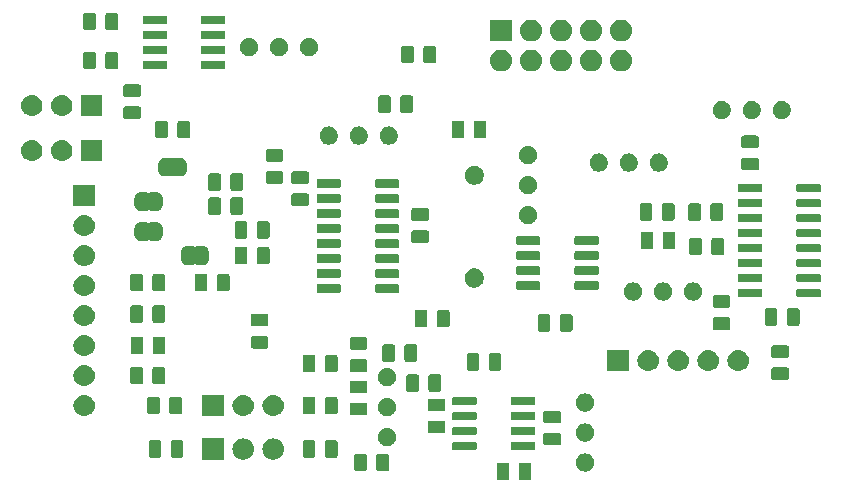
<source format=gbr>
G04 #@! TF.GenerationSoftware,KiCad,Pcbnew,(5.1.2-1)-1*
G04 #@! TF.CreationDate,2019-07-22T14:26:25-07:00*
G04 #@! TF.ProjectId,AS3340_VCO,41533333-3430-45f5-9643-4f2e6b696361,rev?*
G04 #@! TF.SameCoordinates,Original*
G04 #@! TF.FileFunction,Soldermask,Top*
G04 #@! TF.FilePolarity,Negative*
%FSLAX46Y46*%
G04 Gerber Fmt 4.6, Leading zero omitted, Abs format (unit mm)*
G04 Created by KiCad (PCBNEW (5.1.2-1)-1) date 2019-07-22 14:26:25*
%MOMM*%
%LPD*%
G04 APERTURE LIST*
%ADD10C,0.150000*%
G04 APERTURE END LIST*
D10*
G36*
X96129968Y-103901565D02*
G01*
X96168638Y-103913296D01*
X96204277Y-103932346D01*
X96235517Y-103957983D01*
X96261154Y-103989223D01*
X96280204Y-104024862D01*
X96291935Y-104063532D01*
X96296500Y-104109888D01*
X96296500Y-105186112D01*
X96291935Y-105232468D01*
X96280204Y-105271138D01*
X96261154Y-105306777D01*
X96235517Y-105338017D01*
X96204277Y-105363654D01*
X96168638Y-105382704D01*
X96129968Y-105394435D01*
X96083612Y-105399000D01*
X95432388Y-105399000D01*
X95386032Y-105394435D01*
X95347362Y-105382704D01*
X95311723Y-105363654D01*
X95280483Y-105338017D01*
X95254846Y-105306777D01*
X95235796Y-105271138D01*
X95224065Y-105232468D01*
X95219500Y-105186112D01*
X95219500Y-104109888D01*
X95224065Y-104063532D01*
X95235796Y-104024862D01*
X95254846Y-103989223D01*
X95280483Y-103957983D01*
X95311723Y-103932346D01*
X95347362Y-103913296D01*
X95386032Y-103901565D01*
X95432388Y-103897000D01*
X96083612Y-103897000D01*
X96129968Y-103901565D01*
X96129968Y-103901565D01*
G37*
G36*
X94254968Y-103901565D02*
G01*
X94293638Y-103913296D01*
X94329277Y-103932346D01*
X94360517Y-103957983D01*
X94386154Y-103989223D01*
X94405204Y-104024862D01*
X94416935Y-104063532D01*
X94421500Y-104109888D01*
X94421500Y-105186112D01*
X94416935Y-105232468D01*
X94405204Y-105271138D01*
X94386154Y-105306777D01*
X94360517Y-105338017D01*
X94329277Y-105363654D01*
X94293638Y-105382704D01*
X94254968Y-105394435D01*
X94208612Y-105399000D01*
X93557388Y-105399000D01*
X93511032Y-105394435D01*
X93472362Y-105382704D01*
X93436723Y-105363654D01*
X93405483Y-105338017D01*
X93379846Y-105306777D01*
X93360796Y-105271138D01*
X93349065Y-105232468D01*
X93344500Y-105186112D01*
X93344500Y-104109888D01*
X93349065Y-104063532D01*
X93360796Y-104024862D01*
X93379846Y-103989223D01*
X93405483Y-103957983D01*
X93436723Y-103932346D01*
X93472362Y-103913296D01*
X93511032Y-103901565D01*
X93557388Y-103897000D01*
X94208612Y-103897000D01*
X94254968Y-103901565D01*
X94254968Y-103901565D01*
G37*
G36*
X100963589Y-103124876D02*
G01*
X101062893Y-103144629D01*
X101203206Y-103202748D01*
X101329484Y-103287125D01*
X101436875Y-103394516D01*
X101521252Y-103520794D01*
X101579371Y-103661107D01*
X101579371Y-103661109D01*
X101609000Y-103810062D01*
X101609000Y-103961938D01*
X101603573Y-103989223D01*
X101579371Y-104110893D01*
X101521252Y-104251206D01*
X101436875Y-104377484D01*
X101329484Y-104484875D01*
X101203206Y-104569252D01*
X101062893Y-104627371D01*
X100963589Y-104647124D01*
X100913938Y-104657000D01*
X100762062Y-104657000D01*
X100712411Y-104647124D01*
X100613107Y-104627371D01*
X100472794Y-104569252D01*
X100346516Y-104484875D01*
X100239125Y-104377484D01*
X100154748Y-104251206D01*
X100096629Y-104110893D01*
X100072427Y-103989223D01*
X100067000Y-103961938D01*
X100067000Y-103810062D01*
X100096629Y-103661109D01*
X100096629Y-103661107D01*
X100154748Y-103520794D01*
X100239125Y-103394516D01*
X100346516Y-103287125D01*
X100472794Y-103202748D01*
X100613107Y-103144629D01*
X100712411Y-103124876D01*
X100762062Y-103115000D01*
X100913938Y-103115000D01*
X100963589Y-103124876D01*
X100963589Y-103124876D01*
G37*
G36*
X82189968Y-103139565D02*
G01*
X82228638Y-103151296D01*
X82264277Y-103170346D01*
X82295517Y-103195983D01*
X82321154Y-103227223D01*
X82340204Y-103262862D01*
X82351935Y-103301532D01*
X82356500Y-103347888D01*
X82356500Y-104424112D01*
X82351935Y-104470468D01*
X82340204Y-104509138D01*
X82321154Y-104544777D01*
X82295517Y-104576017D01*
X82264277Y-104601654D01*
X82228638Y-104620704D01*
X82189968Y-104632435D01*
X82143612Y-104637000D01*
X81492388Y-104637000D01*
X81446032Y-104632435D01*
X81407362Y-104620704D01*
X81371723Y-104601654D01*
X81340483Y-104576017D01*
X81314846Y-104544777D01*
X81295796Y-104509138D01*
X81284065Y-104470468D01*
X81279500Y-104424112D01*
X81279500Y-103347888D01*
X81284065Y-103301532D01*
X81295796Y-103262862D01*
X81314846Y-103227223D01*
X81340483Y-103195983D01*
X81371723Y-103170346D01*
X81407362Y-103151296D01*
X81446032Y-103139565D01*
X81492388Y-103135000D01*
X82143612Y-103135000D01*
X82189968Y-103139565D01*
X82189968Y-103139565D01*
G37*
G36*
X84064968Y-103139565D02*
G01*
X84103638Y-103151296D01*
X84139277Y-103170346D01*
X84170517Y-103195983D01*
X84196154Y-103227223D01*
X84215204Y-103262862D01*
X84226935Y-103301532D01*
X84231500Y-103347888D01*
X84231500Y-104424112D01*
X84226935Y-104470468D01*
X84215204Y-104509138D01*
X84196154Y-104544777D01*
X84170517Y-104576017D01*
X84139277Y-104601654D01*
X84103638Y-104620704D01*
X84064968Y-104632435D01*
X84018612Y-104637000D01*
X83367388Y-104637000D01*
X83321032Y-104632435D01*
X83282362Y-104620704D01*
X83246723Y-104601654D01*
X83215483Y-104576017D01*
X83189846Y-104544777D01*
X83170796Y-104509138D01*
X83159065Y-104470468D01*
X83154500Y-104424112D01*
X83154500Y-103347888D01*
X83159065Y-103301532D01*
X83170796Y-103262862D01*
X83189846Y-103227223D01*
X83215483Y-103195983D01*
X83246723Y-103170346D01*
X83282362Y-103151296D01*
X83321032Y-103139565D01*
X83367388Y-103135000D01*
X84018612Y-103135000D01*
X84064968Y-103139565D01*
X84064968Y-103139565D01*
G37*
G36*
X74532443Y-101848519D02*
G01*
X74598627Y-101855037D01*
X74768466Y-101906557D01*
X74924991Y-101990222D01*
X74960729Y-102019552D01*
X75062186Y-102102814D01*
X75145448Y-102204271D01*
X75174778Y-102240009D01*
X75258443Y-102396534D01*
X75309963Y-102566373D01*
X75327359Y-102743000D01*
X75309963Y-102919627D01*
X75258443Y-103089466D01*
X75258442Y-103089468D01*
X75216610Y-103167729D01*
X75174778Y-103245991D01*
X75167661Y-103254663D01*
X75062186Y-103383186D01*
X74960729Y-103466448D01*
X74924991Y-103495778D01*
X74768466Y-103579443D01*
X74598627Y-103630963D01*
X74532442Y-103637482D01*
X74466260Y-103644000D01*
X74377740Y-103644000D01*
X74311558Y-103637482D01*
X74245373Y-103630963D01*
X74075534Y-103579443D01*
X73919009Y-103495778D01*
X73883271Y-103466448D01*
X73781814Y-103383186D01*
X73676339Y-103254663D01*
X73669222Y-103245991D01*
X73627389Y-103167728D01*
X73585558Y-103089468D01*
X73585557Y-103089466D01*
X73534037Y-102919627D01*
X73516641Y-102743000D01*
X73534037Y-102566373D01*
X73585557Y-102396534D01*
X73669222Y-102240009D01*
X73698552Y-102204271D01*
X73781814Y-102102814D01*
X73883271Y-102019552D01*
X73919009Y-101990222D01*
X74075534Y-101906557D01*
X74245373Y-101855037D01*
X74311557Y-101848519D01*
X74377740Y-101842000D01*
X74466260Y-101842000D01*
X74532443Y-101848519D01*
X74532443Y-101848519D01*
G37*
G36*
X71992443Y-101848519D02*
G01*
X72058627Y-101855037D01*
X72228466Y-101906557D01*
X72384991Y-101990222D01*
X72420729Y-102019552D01*
X72522186Y-102102814D01*
X72605448Y-102204271D01*
X72634778Y-102240009D01*
X72718443Y-102396534D01*
X72769963Y-102566373D01*
X72787359Y-102743000D01*
X72769963Y-102919627D01*
X72718443Y-103089466D01*
X72718442Y-103089468D01*
X72676610Y-103167729D01*
X72634778Y-103245991D01*
X72627661Y-103254663D01*
X72522186Y-103383186D01*
X72420729Y-103466448D01*
X72384991Y-103495778D01*
X72228466Y-103579443D01*
X72058627Y-103630963D01*
X71992442Y-103637482D01*
X71926260Y-103644000D01*
X71837740Y-103644000D01*
X71771558Y-103637482D01*
X71705373Y-103630963D01*
X71535534Y-103579443D01*
X71379009Y-103495778D01*
X71343271Y-103466448D01*
X71241814Y-103383186D01*
X71136339Y-103254663D01*
X71129222Y-103245991D01*
X71087389Y-103167728D01*
X71045558Y-103089468D01*
X71045557Y-103089466D01*
X70994037Y-102919627D01*
X70976641Y-102743000D01*
X70994037Y-102566373D01*
X71045557Y-102396534D01*
X71129222Y-102240009D01*
X71158552Y-102204271D01*
X71241814Y-102102814D01*
X71343271Y-102019552D01*
X71379009Y-101990222D01*
X71535534Y-101906557D01*
X71705373Y-101855037D01*
X71771557Y-101848519D01*
X71837740Y-101842000D01*
X71926260Y-101842000D01*
X71992443Y-101848519D01*
X71992443Y-101848519D01*
G37*
G36*
X70243000Y-103644000D02*
G01*
X68441000Y-103644000D01*
X68441000Y-101842000D01*
X70243000Y-101842000D01*
X70243000Y-103644000D01*
X70243000Y-103644000D01*
G37*
G36*
X79716968Y-101996565D02*
G01*
X79755638Y-102008296D01*
X79791277Y-102027346D01*
X79822517Y-102052983D01*
X79848154Y-102084223D01*
X79867204Y-102119862D01*
X79878935Y-102158532D01*
X79883500Y-102204888D01*
X79883500Y-103281112D01*
X79878935Y-103327468D01*
X79867204Y-103366138D01*
X79848154Y-103401777D01*
X79822517Y-103433017D01*
X79791277Y-103458654D01*
X79755638Y-103477704D01*
X79716968Y-103489435D01*
X79670612Y-103494000D01*
X79019388Y-103494000D01*
X78973032Y-103489435D01*
X78934362Y-103477704D01*
X78898723Y-103458654D01*
X78867483Y-103433017D01*
X78841846Y-103401777D01*
X78822796Y-103366138D01*
X78811065Y-103327468D01*
X78806500Y-103281112D01*
X78806500Y-102204888D01*
X78811065Y-102158532D01*
X78822796Y-102119862D01*
X78841846Y-102084223D01*
X78867483Y-102052983D01*
X78898723Y-102027346D01*
X78934362Y-102008296D01*
X78973032Y-101996565D01*
X79019388Y-101992000D01*
X79670612Y-101992000D01*
X79716968Y-101996565D01*
X79716968Y-101996565D01*
G37*
G36*
X77841968Y-101996565D02*
G01*
X77880638Y-102008296D01*
X77916277Y-102027346D01*
X77947517Y-102052983D01*
X77973154Y-102084223D01*
X77992204Y-102119862D01*
X78003935Y-102158532D01*
X78008500Y-102204888D01*
X78008500Y-103281112D01*
X78003935Y-103327468D01*
X77992204Y-103366138D01*
X77973154Y-103401777D01*
X77947517Y-103433017D01*
X77916277Y-103458654D01*
X77880638Y-103477704D01*
X77841968Y-103489435D01*
X77795612Y-103494000D01*
X77144388Y-103494000D01*
X77098032Y-103489435D01*
X77059362Y-103477704D01*
X77023723Y-103458654D01*
X76992483Y-103433017D01*
X76966846Y-103401777D01*
X76947796Y-103366138D01*
X76936065Y-103327468D01*
X76931500Y-103281112D01*
X76931500Y-102204888D01*
X76936065Y-102158532D01*
X76947796Y-102119862D01*
X76966846Y-102084223D01*
X76992483Y-102052983D01*
X77023723Y-102027346D01*
X77059362Y-102008296D01*
X77098032Y-101996565D01*
X77144388Y-101992000D01*
X77795612Y-101992000D01*
X77841968Y-101996565D01*
X77841968Y-101996565D01*
G37*
G36*
X66665968Y-101996565D02*
G01*
X66704638Y-102008296D01*
X66740277Y-102027346D01*
X66771517Y-102052983D01*
X66797154Y-102084223D01*
X66816204Y-102119862D01*
X66827935Y-102158532D01*
X66832500Y-102204888D01*
X66832500Y-103281112D01*
X66827935Y-103327468D01*
X66816204Y-103366138D01*
X66797154Y-103401777D01*
X66771517Y-103433017D01*
X66740277Y-103458654D01*
X66704638Y-103477704D01*
X66665968Y-103489435D01*
X66619612Y-103494000D01*
X65968388Y-103494000D01*
X65922032Y-103489435D01*
X65883362Y-103477704D01*
X65847723Y-103458654D01*
X65816483Y-103433017D01*
X65790846Y-103401777D01*
X65771796Y-103366138D01*
X65760065Y-103327468D01*
X65755500Y-103281112D01*
X65755500Y-102204888D01*
X65760065Y-102158532D01*
X65771796Y-102119862D01*
X65790846Y-102084223D01*
X65816483Y-102052983D01*
X65847723Y-102027346D01*
X65883362Y-102008296D01*
X65922032Y-101996565D01*
X65968388Y-101992000D01*
X66619612Y-101992000D01*
X66665968Y-101996565D01*
X66665968Y-101996565D01*
G37*
G36*
X64790968Y-101996565D02*
G01*
X64829638Y-102008296D01*
X64865277Y-102027346D01*
X64896517Y-102052983D01*
X64922154Y-102084223D01*
X64941204Y-102119862D01*
X64952935Y-102158532D01*
X64957500Y-102204888D01*
X64957500Y-103281112D01*
X64952935Y-103327468D01*
X64941204Y-103366138D01*
X64922154Y-103401777D01*
X64896517Y-103433017D01*
X64865277Y-103458654D01*
X64829638Y-103477704D01*
X64790968Y-103489435D01*
X64744612Y-103494000D01*
X64093388Y-103494000D01*
X64047032Y-103489435D01*
X64008362Y-103477704D01*
X63972723Y-103458654D01*
X63941483Y-103433017D01*
X63915846Y-103401777D01*
X63896796Y-103366138D01*
X63885065Y-103327468D01*
X63880500Y-103281112D01*
X63880500Y-102204888D01*
X63885065Y-102158532D01*
X63896796Y-102119862D01*
X63915846Y-102084223D01*
X63941483Y-102052983D01*
X63972723Y-102027346D01*
X64008362Y-102008296D01*
X64047032Y-101996565D01*
X64093388Y-101992000D01*
X64744612Y-101992000D01*
X64790968Y-101996565D01*
X64790968Y-101996565D01*
G37*
G36*
X96500928Y-102140764D02*
G01*
X96522009Y-102147160D01*
X96541445Y-102157548D01*
X96558476Y-102171524D01*
X96572452Y-102188555D01*
X96582840Y-102207991D01*
X96589236Y-102229072D01*
X96592000Y-102257140D01*
X96592000Y-102720860D01*
X96589236Y-102748928D01*
X96582840Y-102770009D01*
X96572452Y-102789445D01*
X96558476Y-102806476D01*
X96541445Y-102820452D01*
X96522009Y-102830840D01*
X96500928Y-102837236D01*
X96472860Y-102840000D01*
X94659140Y-102840000D01*
X94631072Y-102837236D01*
X94609991Y-102830840D01*
X94590555Y-102820452D01*
X94573524Y-102806476D01*
X94559548Y-102789445D01*
X94549160Y-102770009D01*
X94542764Y-102748928D01*
X94540000Y-102720860D01*
X94540000Y-102257140D01*
X94542764Y-102229072D01*
X94549160Y-102207991D01*
X94559548Y-102188555D01*
X94573524Y-102171524D01*
X94590555Y-102157548D01*
X94609991Y-102147160D01*
X94631072Y-102140764D01*
X94659140Y-102138000D01*
X96472860Y-102138000D01*
X96500928Y-102140764D01*
X96500928Y-102140764D01*
G37*
G36*
X91550928Y-102140764D02*
G01*
X91572009Y-102147160D01*
X91591445Y-102157548D01*
X91608476Y-102171524D01*
X91622452Y-102188555D01*
X91632840Y-102207991D01*
X91639236Y-102229072D01*
X91642000Y-102257140D01*
X91642000Y-102720860D01*
X91639236Y-102748928D01*
X91632840Y-102770009D01*
X91622452Y-102789445D01*
X91608476Y-102806476D01*
X91591445Y-102820452D01*
X91572009Y-102830840D01*
X91550928Y-102837236D01*
X91522860Y-102840000D01*
X89709140Y-102840000D01*
X89681072Y-102837236D01*
X89659991Y-102830840D01*
X89640555Y-102820452D01*
X89623524Y-102806476D01*
X89609548Y-102789445D01*
X89599160Y-102770009D01*
X89592764Y-102748928D01*
X89590000Y-102720860D01*
X89590000Y-102257140D01*
X89592764Y-102229072D01*
X89599160Y-102207991D01*
X89609548Y-102188555D01*
X89623524Y-102171524D01*
X89640555Y-102157548D01*
X89659991Y-102147160D01*
X89681072Y-102140764D01*
X89709140Y-102138000D01*
X91522860Y-102138000D01*
X91550928Y-102140764D01*
X91550928Y-102140764D01*
G37*
G36*
X84199589Y-100965876D02*
G01*
X84298893Y-100985629D01*
X84439206Y-101043748D01*
X84565484Y-101128125D01*
X84672875Y-101235516D01*
X84757252Y-101361794D01*
X84815371Y-101502107D01*
X84845000Y-101651063D01*
X84845000Y-101802937D01*
X84815371Y-101951893D01*
X84757252Y-102092206D01*
X84672875Y-102218484D01*
X84565484Y-102325875D01*
X84439206Y-102410252D01*
X84298893Y-102468371D01*
X84199589Y-102488124D01*
X84149938Y-102498000D01*
X83998062Y-102498000D01*
X83948411Y-102488124D01*
X83849107Y-102468371D01*
X83708794Y-102410252D01*
X83582516Y-102325875D01*
X83475125Y-102218484D01*
X83390748Y-102092206D01*
X83332629Y-101951893D01*
X83303000Y-101802937D01*
X83303000Y-101651063D01*
X83332629Y-101502107D01*
X83390748Y-101361794D01*
X83475125Y-101235516D01*
X83582516Y-101128125D01*
X83708794Y-101043748D01*
X83849107Y-100985629D01*
X83948411Y-100965876D01*
X83998062Y-100956000D01*
X84149938Y-100956000D01*
X84199589Y-100965876D01*
X84199589Y-100965876D01*
G37*
G36*
X98628468Y-101368565D02*
G01*
X98667138Y-101380296D01*
X98702777Y-101399346D01*
X98734017Y-101424983D01*
X98759654Y-101456223D01*
X98778704Y-101491862D01*
X98790435Y-101530532D01*
X98795000Y-101576888D01*
X98795000Y-102228112D01*
X98790435Y-102274468D01*
X98778704Y-102313138D01*
X98759654Y-102348777D01*
X98734017Y-102380017D01*
X98702777Y-102405654D01*
X98667138Y-102424704D01*
X98628468Y-102436435D01*
X98582112Y-102441000D01*
X97505888Y-102441000D01*
X97459532Y-102436435D01*
X97420862Y-102424704D01*
X97385223Y-102405654D01*
X97353983Y-102380017D01*
X97328346Y-102348777D01*
X97309296Y-102313138D01*
X97297565Y-102274468D01*
X97293000Y-102228112D01*
X97293000Y-101576888D01*
X97297565Y-101530532D01*
X97309296Y-101491862D01*
X97328346Y-101456223D01*
X97353983Y-101424983D01*
X97385223Y-101399346D01*
X97420862Y-101380296D01*
X97459532Y-101368565D01*
X97505888Y-101364000D01*
X98582112Y-101364000D01*
X98628468Y-101368565D01*
X98628468Y-101368565D01*
G37*
G36*
X100963589Y-100584876D02*
G01*
X101062893Y-100604629D01*
X101203206Y-100662748D01*
X101329484Y-100747125D01*
X101436875Y-100854516D01*
X101521252Y-100980794D01*
X101579371Y-101121107D01*
X101609000Y-101270063D01*
X101609000Y-101421937D01*
X101579371Y-101570893D01*
X101521252Y-101711206D01*
X101436875Y-101837484D01*
X101329484Y-101944875D01*
X101203206Y-102029252D01*
X101062893Y-102087371D01*
X100985255Y-102102814D01*
X100913938Y-102117000D01*
X100762062Y-102117000D01*
X100690745Y-102102814D01*
X100613107Y-102087371D01*
X100472794Y-102029252D01*
X100346516Y-101944875D01*
X100239125Y-101837484D01*
X100154748Y-101711206D01*
X100096629Y-101570893D01*
X100067000Y-101421937D01*
X100067000Y-101270063D01*
X100096629Y-101121107D01*
X100154748Y-100980794D01*
X100239125Y-100854516D01*
X100346516Y-100747125D01*
X100472794Y-100662748D01*
X100613107Y-100604629D01*
X100712411Y-100584876D01*
X100762062Y-100575000D01*
X100913938Y-100575000D01*
X100963589Y-100584876D01*
X100963589Y-100584876D01*
G37*
G36*
X96500928Y-100870764D02*
G01*
X96522009Y-100877160D01*
X96541445Y-100887548D01*
X96558476Y-100901524D01*
X96572452Y-100918555D01*
X96582840Y-100937991D01*
X96589236Y-100959072D01*
X96592000Y-100987140D01*
X96592000Y-101450860D01*
X96589236Y-101478928D01*
X96582840Y-101500009D01*
X96572452Y-101519445D01*
X96558476Y-101536476D01*
X96541445Y-101550452D01*
X96522009Y-101560840D01*
X96500928Y-101567236D01*
X96472860Y-101570000D01*
X94659140Y-101570000D01*
X94631072Y-101567236D01*
X94609991Y-101560840D01*
X94590555Y-101550452D01*
X94573524Y-101536476D01*
X94559548Y-101519445D01*
X94549160Y-101500009D01*
X94542764Y-101478928D01*
X94540000Y-101450860D01*
X94540000Y-100987140D01*
X94542764Y-100959072D01*
X94549160Y-100937991D01*
X94559548Y-100918555D01*
X94573524Y-100901524D01*
X94590555Y-100887548D01*
X94609991Y-100877160D01*
X94631072Y-100870764D01*
X94659140Y-100868000D01*
X96472860Y-100868000D01*
X96500928Y-100870764D01*
X96500928Y-100870764D01*
G37*
G36*
X91550928Y-100870764D02*
G01*
X91572009Y-100877160D01*
X91591445Y-100887548D01*
X91608476Y-100901524D01*
X91622452Y-100918555D01*
X91632840Y-100937991D01*
X91639236Y-100959072D01*
X91642000Y-100987140D01*
X91642000Y-101450860D01*
X91639236Y-101478928D01*
X91632840Y-101500009D01*
X91622452Y-101519445D01*
X91608476Y-101536476D01*
X91591445Y-101550452D01*
X91572009Y-101560840D01*
X91550928Y-101567236D01*
X91522860Y-101570000D01*
X89709140Y-101570000D01*
X89681072Y-101567236D01*
X89659991Y-101560840D01*
X89640555Y-101550452D01*
X89623524Y-101536476D01*
X89609548Y-101519445D01*
X89599160Y-101500009D01*
X89592764Y-101478928D01*
X89590000Y-101450860D01*
X89590000Y-100987140D01*
X89592764Y-100959072D01*
X89599160Y-100937991D01*
X89609548Y-100918555D01*
X89623524Y-100901524D01*
X89640555Y-100887548D01*
X89659991Y-100877160D01*
X89681072Y-100870764D01*
X89709140Y-100868000D01*
X91522860Y-100868000D01*
X91550928Y-100870764D01*
X91550928Y-100870764D01*
G37*
G36*
X88849468Y-100352565D02*
G01*
X88888138Y-100364296D01*
X88923777Y-100383346D01*
X88955017Y-100408983D01*
X88980654Y-100440223D01*
X88999704Y-100475862D01*
X89011435Y-100514532D01*
X89016000Y-100560888D01*
X89016000Y-101212112D01*
X89011435Y-101258468D01*
X88999704Y-101297138D01*
X88980654Y-101332777D01*
X88955017Y-101364017D01*
X88923777Y-101389654D01*
X88888138Y-101408704D01*
X88849468Y-101420435D01*
X88803112Y-101425000D01*
X87726888Y-101425000D01*
X87680532Y-101420435D01*
X87641862Y-101408704D01*
X87606223Y-101389654D01*
X87574983Y-101364017D01*
X87549346Y-101332777D01*
X87530296Y-101297138D01*
X87518565Y-101258468D01*
X87514000Y-101212112D01*
X87514000Y-100560888D01*
X87518565Y-100514532D01*
X87530296Y-100475862D01*
X87549346Y-100440223D01*
X87574983Y-100408983D01*
X87606223Y-100383346D01*
X87641862Y-100364296D01*
X87680532Y-100352565D01*
X87726888Y-100348000D01*
X88803112Y-100348000D01*
X88849468Y-100352565D01*
X88849468Y-100352565D01*
G37*
G36*
X98628468Y-99493565D02*
G01*
X98667138Y-99505296D01*
X98702777Y-99524346D01*
X98734017Y-99549983D01*
X98759654Y-99581223D01*
X98778704Y-99616862D01*
X98790435Y-99655532D01*
X98795000Y-99701888D01*
X98795000Y-100353112D01*
X98790435Y-100399466D01*
X98778704Y-100438138D01*
X98759654Y-100473777D01*
X98734017Y-100505017D01*
X98702777Y-100530654D01*
X98667138Y-100549704D01*
X98628468Y-100561435D01*
X98582112Y-100566000D01*
X97505888Y-100566000D01*
X97459532Y-100561435D01*
X97420862Y-100549704D01*
X97385223Y-100530654D01*
X97353983Y-100505017D01*
X97328346Y-100473777D01*
X97309296Y-100438138D01*
X97297565Y-100399466D01*
X97293000Y-100353112D01*
X97293000Y-99701888D01*
X97297565Y-99655532D01*
X97309296Y-99616862D01*
X97328346Y-99581223D01*
X97353983Y-99549983D01*
X97385223Y-99524346D01*
X97420862Y-99505296D01*
X97459532Y-99493565D01*
X97505888Y-99489000D01*
X98582112Y-99489000D01*
X98628468Y-99493565D01*
X98628468Y-99493565D01*
G37*
G36*
X96500928Y-99600764D02*
G01*
X96522009Y-99607160D01*
X96541445Y-99617548D01*
X96558476Y-99631524D01*
X96572452Y-99648555D01*
X96582840Y-99667991D01*
X96589236Y-99689072D01*
X96592000Y-99717140D01*
X96592000Y-100180860D01*
X96589236Y-100208928D01*
X96582840Y-100230009D01*
X96572452Y-100249445D01*
X96558476Y-100266476D01*
X96541445Y-100280452D01*
X96522009Y-100290840D01*
X96500928Y-100297236D01*
X96472860Y-100300000D01*
X94659140Y-100300000D01*
X94631072Y-100297236D01*
X94609991Y-100290840D01*
X94590555Y-100280452D01*
X94573524Y-100266476D01*
X94559548Y-100249445D01*
X94549160Y-100230009D01*
X94542764Y-100208928D01*
X94540000Y-100180860D01*
X94540000Y-99717140D01*
X94542764Y-99689072D01*
X94549160Y-99667991D01*
X94559548Y-99648555D01*
X94573524Y-99631524D01*
X94590555Y-99617548D01*
X94609991Y-99607160D01*
X94631072Y-99600764D01*
X94659140Y-99598000D01*
X96472860Y-99598000D01*
X96500928Y-99600764D01*
X96500928Y-99600764D01*
G37*
G36*
X91550928Y-99600764D02*
G01*
X91572009Y-99607160D01*
X91591445Y-99617548D01*
X91608476Y-99631524D01*
X91622452Y-99648555D01*
X91632840Y-99667991D01*
X91639236Y-99689072D01*
X91642000Y-99717140D01*
X91642000Y-100180860D01*
X91639236Y-100208928D01*
X91632840Y-100230009D01*
X91622452Y-100249445D01*
X91608476Y-100266476D01*
X91591445Y-100280452D01*
X91572009Y-100290840D01*
X91550928Y-100297236D01*
X91522860Y-100300000D01*
X89709140Y-100300000D01*
X89681072Y-100297236D01*
X89659991Y-100290840D01*
X89640555Y-100280452D01*
X89623524Y-100266476D01*
X89609548Y-100249445D01*
X89599160Y-100230009D01*
X89592764Y-100208928D01*
X89590000Y-100180860D01*
X89590000Y-99717140D01*
X89592764Y-99689072D01*
X89599160Y-99667991D01*
X89609548Y-99648555D01*
X89623524Y-99631524D01*
X89640555Y-99617548D01*
X89659991Y-99607160D01*
X89681072Y-99600764D01*
X89709140Y-99598000D01*
X91522860Y-99598000D01*
X91550928Y-99600764D01*
X91550928Y-99600764D01*
G37*
G36*
X58530443Y-98165519D02*
G01*
X58596627Y-98172037D01*
X58766466Y-98223557D01*
X58922991Y-98307222D01*
X58951677Y-98330764D01*
X59060186Y-98419814D01*
X59128864Y-98503500D01*
X59172778Y-98557009D01*
X59256443Y-98713534D01*
X59307963Y-98883373D01*
X59325359Y-99060000D01*
X59307963Y-99236627D01*
X59256443Y-99406466D01*
X59256442Y-99406468D01*
X59221874Y-99471139D01*
X59172778Y-99562991D01*
X59168781Y-99567861D01*
X59060186Y-99700186D01*
X58961302Y-99781337D01*
X58922991Y-99812778D01*
X58766466Y-99896443D01*
X58596627Y-99947963D01*
X58530443Y-99954481D01*
X58464260Y-99961000D01*
X58375740Y-99961000D01*
X58309557Y-99954481D01*
X58243373Y-99947963D01*
X58073534Y-99896443D01*
X57917009Y-99812778D01*
X57878698Y-99781337D01*
X57779814Y-99700186D01*
X57671219Y-99567861D01*
X57667222Y-99562991D01*
X57618126Y-99471139D01*
X57583558Y-99406468D01*
X57583557Y-99406466D01*
X57532037Y-99236627D01*
X57514641Y-99060000D01*
X57532037Y-98883373D01*
X57583557Y-98713534D01*
X57667222Y-98557009D01*
X57711136Y-98503500D01*
X57779814Y-98419814D01*
X57888323Y-98330764D01*
X57917009Y-98307222D01*
X58073534Y-98223557D01*
X58243373Y-98172037D01*
X58309557Y-98165519D01*
X58375740Y-98159000D01*
X58464260Y-98159000D01*
X58530443Y-98165519D01*
X58530443Y-98165519D01*
G37*
G36*
X70243000Y-99961000D02*
G01*
X68441000Y-99961000D01*
X68441000Y-98159000D01*
X70243000Y-98159000D01*
X70243000Y-99961000D01*
X70243000Y-99961000D01*
G37*
G36*
X71992443Y-98165519D02*
G01*
X72058627Y-98172037D01*
X72228466Y-98223557D01*
X72384991Y-98307222D01*
X72413677Y-98330764D01*
X72522186Y-98419814D01*
X72590864Y-98503500D01*
X72634778Y-98557009D01*
X72718443Y-98713534D01*
X72769963Y-98883373D01*
X72787359Y-99060000D01*
X72769963Y-99236627D01*
X72718443Y-99406466D01*
X72718442Y-99406468D01*
X72683874Y-99471139D01*
X72634778Y-99562991D01*
X72630781Y-99567861D01*
X72522186Y-99700186D01*
X72423302Y-99781337D01*
X72384991Y-99812778D01*
X72228466Y-99896443D01*
X72058627Y-99947963D01*
X71992443Y-99954481D01*
X71926260Y-99961000D01*
X71837740Y-99961000D01*
X71771557Y-99954481D01*
X71705373Y-99947963D01*
X71535534Y-99896443D01*
X71379009Y-99812778D01*
X71340698Y-99781337D01*
X71241814Y-99700186D01*
X71133219Y-99567861D01*
X71129222Y-99562991D01*
X71080126Y-99471139D01*
X71045558Y-99406468D01*
X71045557Y-99406466D01*
X70994037Y-99236627D01*
X70976641Y-99060000D01*
X70994037Y-98883373D01*
X71045557Y-98713534D01*
X71129222Y-98557009D01*
X71173136Y-98503500D01*
X71241814Y-98419814D01*
X71350323Y-98330764D01*
X71379009Y-98307222D01*
X71535534Y-98223557D01*
X71705373Y-98172037D01*
X71771557Y-98165519D01*
X71837740Y-98159000D01*
X71926260Y-98159000D01*
X71992443Y-98165519D01*
X71992443Y-98165519D01*
G37*
G36*
X74532443Y-98165519D02*
G01*
X74598627Y-98172037D01*
X74768466Y-98223557D01*
X74924991Y-98307222D01*
X74953677Y-98330764D01*
X75062186Y-98419814D01*
X75130864Y-98503500D01*
X75174778Y-98557009D01*
X75258443Y-98713534D01*
X75309963Y-98883373D01*
X75327359Y-99060000D01*
X75309963Y-99236627D01*
X75258443Y-99406466D01*
X75258442Y-99406468D01*
X75223874Y-99471139D01*
X75174778Y-99562991D01*
X75170781Y-99567861D01*
X75062186Y-99700186D01*
X74963302Y-99781337D01*
X74924991Y-99812778D01*
X74768466Y-99896443D01*
X74598627Y-99947963D01*
X74532443Y-99954481D01*
X74466260Y-99961000D01*
X74377740Y-99961000D01*
X74311557Y-99954481D01*
X74245373Y-99947963D01*
X74075534Y-99896443D01*
X73919009Y-99812778D01*
X73880698Y-99781337D01*
X73781814Y-99700186D01*
X73673219Y-99567861D01*
X73669222Y-99562991D01*
X73620126Y-99471139D01*
X73585558Y-99406468D01*
X73585557Y-99406466D01*
X73534037Y-99236627D01*
X73516641Y-99060000D01*
X73534037Y-98883373D01*
X73585557Y-98713534D01*
X73669222Y-98557009D01*
X73713136Y-98503500D01*
X73781814Y-98419814D01*
X73890323Y-98330764D01*
X73919009Y-98307222D01*
X74075534Y-98223557D01*
X74245373Y-98172037D01*
X74311557Y-98165519D01*
X74377740Y-98159000D01*
X74466260Y-98159000D01*
X74532443Y-98165519D01*
X74532443Y-98165519D01*
G37*
G36*
X84199589Y-98425876D02*
G01*
X84298893Y-98445629D01*
X84439206Y-98503748D01*
X84565484Y-98588125D01*
X84672875Y-98695516D01*
X84757252Y-98821794D01*
X84815371Y-98962107D01*
X84845000Y-99111063D01*
X84845000Y-99262937D01*
X84815371Y-99411893D01*
X84757252Y-99552206D01*
X84672875Y-99678484D01*
X84565484Y-99785875D01*
X84439206Y-99870252D01*
X84298893Y-99928371D01*
X84200397Y-99947963D01*
X84149938Y-99958000D01*
X83998062Y-99958000D01*
X83947603Y-99947963D01*
X83849107Y-99928371D01*
X83708794Y-99870252D01*
X83582516Y-99785875D01*
X83475125Y-99678484D01*
X83390748Y-99552206D01*
X83332629Y-99411893D01*
X83303000Y-99262937D01*
X83303000Y-99111063D01*
X83332629Y-98962107D01*
X83390748Y-98821794D01*
X83475125Y-98695516D01*
X83582516Y-98588125D01*
X83708794Y-98503748D01*
X83849107Y-98445629D01*
X83948411Y-98425876D01*
X83998062Y-98416000D01*
X84149938Y-98416000D01*
X84199589Y-98425876D01*
X84199589Y-98425876D01*
G37*
G36*
X82245468Y-98828565D02*
G01*
X82284138Y-98840296D01*
X82319777Y-98859346D01*
X82351017Y-98884983D01*
X82376654Y-98916223D01*
X82395704Y-98951862D01*
X82407435Y-98990532D01*
X82412000Y-99036888D01*
X82412000Y-99688112D01*
X82407435Y-99734468D01*
X82395704Y-99773138D01*
X82376654Y-99808777D01*
X82351017Y-99840017D01*
X82319777Y-99865654D01*
X82284138Y-99884704D01*
X82245468Y-99896435D01*
X82199112Y-99901000D01*
X81122888Y-99901000D01*
X81076532Y-99896435D01*
X81037862Y-99884704D01*
X81002223Y-99865654D01*
X80970983Y-99840017D01*
X80945346Y-99808777D01*
X80926296Y-99773138D01*
X80914565Y-99734468D01*
X80910000Y-99688112D01*
X80910000Y-99036888D01*
X80914565Y-98990532D01*
X80926296Y-98951862D01*
X80945346Y-98916223D01*
X80970983Y-98884983D01*
X81002223Y-98859346D01*
X81037862Y-98840296D01*
X81076532Y-98828565D01*
X81122888Y-98824000D01*
X82199112Y-98824000D01*
X82245468Y-98828565D01*
X82245468Y-98828565D01*
G37*
G36*
X79716968Y-98313565D02*
G01*
X79755638Y-98325296D01*
X79791277Y-98344346D01*
X79822517Y-98369983D01*
X79848154Y-98401223D01*
X79867204Y-98436862D01*
X79878935Y-98475532D01*
X79883500Y-98521888D01*
X79883500Y-99598112D01*
X79878935Y-99644468D01*
X79867204Y-99683138D01*
X79848154Y-99718777D01*
X79822517Y-99750017D01*
X79791277Y-99775654D01*
X79755638Y-99794704D01*
X79716968Y-99806435D01*
X79670612Y-99811000D01*
X79019388Y-99811000D01*
X78973032Y-99806435D01*
X78934362Y-99794704D01*
X78898723Y-99775654D01*
X78867483Y-99750017D01*
X78841846Y-99718777D01*
X78822796Y-99683138D01*
X78811065Y-99644468D01*
X78806500Y-99598112D01*
X78806500Y-98521888D01*
X78811065Y-98475532D01*
X78822796Y-98436862D01*
X78841846Y-98401223D01*
X78867483Y-98369983D01*
X78898723Y-98344346D01*
X78934362Y-98325296D01*
X78973032Y-98313565D01*
X79019388Y-98309000D01*
X79670612Y-98309000D01*
X79716968Y-98313565D01*
X79716968Y-98313565D01*
G37*
G36*
X77841968Y-98313565D02*
G01*
X77880638Y-98325296D01*
X77916277Y-98344346D01*
X77947517Y-98369983D01*
X77973154Y-98401223D01*
X77992204Y-98436862D01*
X78003935Y-98475532D01*
X78008500Y-98521888D01*
X78008500Y-99598112D01*
X78003935Y-99644468D01*
X77992204Y-99683138D01*
X77973154Y-99718777D01*
X77947517Y-99750017D01*
X77916277Y-99775654D01*
X77880638Y-99794704D01*
X77841968Y-99806435D01*
X77795612Y-99811000D01*
X77144388Y-99811000D01*
X77098032Y-99806435D01*
X77059362Y-99794704D01*
X77023723Y-99775654D01*
X76992483Y-99750017D01*
X76966846Y-99718777D01*
X76947796Y-99683138D01*
X76936065Y-99644468D01*
X76931500Y-99598112D01*
X76931500Y-98521888D01*
X76936065Y-98475532D01*
X76947796Y-98436862D01*
X76966846Y-98401223D01*
X76992483Y-98369983D01*
X77023723Y-98344346D01*
X77059362Y-98325296D01*
X77098032Y-98313565D01*
X77144388Y-98309000D01*
X77795612Y-98309000D01*
X77841968Y-98313565D01*
X77841968Y-98313565D01*
G37*
G36*
X66538968Y-98313565D02*
G01*
X66577638Y-98325296D01*
X66613277Y-98344346D01*
X66644517Y-98369983D01*
X66670154Y-98401223D01*
X66689204Y-98436862D01*
X66700935Y-98475532D01*
X66705500Y-98521888D01*
X66705500Y-99598112D01*
X66700935Y-99644468D01*
X66689204Y-99683138D01*
X66670154Y-99718777D01*
X66644517Y-99750017D01*
X66613277Y-99775654D01*
X66577638Y-99794704D01*
X66538968Y-99806435D01*
X66492612Y-99811000D01*
X65841388Y-99811000D01*
X65795032Y-99806435D01*
X65756362Y-99794704D01*
X65720723Y-99775654D01*
X65689483Y-99750017D01*
X65663846Y-99718777D01*
X65644796Y-99683138D01*
X65633065Y-99644468D01*
X65628500Y-99598112D01*
X65628500Y-98521888D01*
X65633065Y-98475532D01*
X65644796Y-98436862D01*
X65663846Y-98401223D01*
X65689483Y-98369983D01*
X65720723Y-98344346D01*
X65756362Y-98325296D01*
X65795032Y-98313565D01*
X65841388Y-98309000D01*
X66492612Y-98309000D01*
X66538968Y-98313565D01*
X66538968Y-98313565D01*
G37*
G36*
X64663968Y-98313565D02*
G01*
X64702638Y-98325296D01*
X64738277Y-98344346D01*
X64769517Y-98369983D01*
X64795154Y-98401223D01*
X64814204Y-98436862D01*
X64825935Y-98475532D01*
X64830500Y-98521888D01*
X64830500Y-99598112D01*
X64825935Y-99644468D01*
X64814204Y-99683138D01*
X64795154Y-99718777D01*
X64769517Y-99750017D01*
X64738277Y-99775654D01*
X64702638Y-99794704D01*
X64663968Y-99806435D01*
X64617612Y-99811000D01*
X63966388Y-99811000D01*
X63920032Y-99806435D01*
X63881362Y-99794704D01*
X63845723Y-99775654D01*
X63814483Y-99750017D01*
X63788846Y-99718777D01*
X63769796Y-99683138D01*
X63758065Y-99644468D01*
X63753500Y-99598112D01*
X63753500Y-98521888D01*
X63758065Y-98475532D01*
X63769796Y-98436862D01*
X63788846Y-98401223D01*
X63814483Y-98369983D01*
X63845723Y-98344346D01*
X63881362Y-98325296D01*
X63920032Y-98313565D01*
X63966388Y-98309000D01*
X64617612Y-98309000D01*
X64663968Y-98313565D01*
X64663968Y-98313565D01*
G37*
G36*
X100963589Y-98044876D02*
G01*
X101062893Y-98064629D01*
X101203206Y-98122748D01*
X101329484Y-98207125D01*
X101436875Y-98314516D01*
X101521252Y-98440794D01*
X101579371Y-98581107D01*
X101583300Y-98600862D01*
X101609000Y-98730062D01*
X101609000Y-98881938D01*
X101608714Y-98883375D01*
X101579371Y-99030893D01*
X101521252Y-99171206D01*
X101436875Y-99297484D01*
X101329484Y-99404875D01*
X101203206Y-99489252D01*
X101062893Y-99547371D01*
X100984365Y-99562991D01*
X100913938Y-99577000D01*
X100762062Y-99577000D01*
X100691635Y-99562991D01*
X100613107Y-99547371D01*
X100472794Y-99489252D01*
X100346516Y-99404875D01*
X100239125Y-99297484D01*
X100154748Y-99171206D01*
X100096629Y-99030893D01*
X100067286Y-98883375D01*
X100067000Y-98881938D01*
X100067000Y-98730062D01*
X100092700Y-98600862D01*
X100096629Y-98581107D01*
X100154748Y-98440794D01*
X100239125Y-98314516D01*
X100346516Y-98207125D01*
X100472794Y-98122748D01*
X100613107Y-98064629D01*
X100712411Y-98044876D01*
X100762062Y-98035000D01*
X100913938Y-98035000D01*
X100963589Y-98044876D01*
X100963589Y-98044876D01*
G37*
G36*
X88849468Y-98477565D02*
G01*
X88888138Y-98489296D01*
X88923777Y-98508346D01*
X88955017Y-98533983D01*
X88980654Y-98565223D01*
X88999704Y-98600862D01*
X89011435Y-98639532D01*
X89016000Y-98685888D01*
X89016000Y-99337112D01*
X89011435Y-99383468D01*
X88999704Y-99422138D01*
X88980654Y-99457777D01*
X88955017Y-99489017D01*
X88923777Y-99514654D01*
X88888138Y-99533704D01*
X88849468Y-99545435D01*
X88803112Y-99550000D01*
X87726888Y-99550000D01*
X87680532Y-99545435D01*
X87641862Y-99533704D01*
X87606223Y-99514654D01*
X87574983Y-99489017D01*
X87549346Y-99457777D01*
X87530296Y-99422138D01*
X87518565Y-99383468D01*
X87514000Y-99337112D01*
X87514000Y-98685888D01*
X87518565Y-98639532D01*
X87530296Y-98600862D01*
X87549346Y-98565223D01*
X87574983Y-98533983D01*
X87606223Y-98508346D01*
X87641862Y-98489296D01*
X87680532Y-98477565D01*
X87726888Y-98473000D01*
X88803112Y-98473000D01*
X88849468Y-98477565D01*
X88849468Y-98477565D01*
G37*
G36*
X96500928Y-98330764D02*
G01*
X96522009Y-98337160D01*
X96541445Y-98347548D01*
X96558476Y-98361524D01*
X96572452Y-98378555D01*
X96582840Y-98397991D01*
X96589236Y-98419072D01*
X96592000Y-98447140D01*
X96592000Y-98910860D01*
X96589236Y-98938928D01*
X96582840Y-98960009D01*
X96572452Y-98979445D01*
X96558476Y-98996476D01*
X96541445Y-99010452D01*
X96522009Y-99020840D01*
X96500928Y-99027236D01*
X96472860Y-99030000D01*
X94659140Y-99030000D01*
X94631072Y-99027236D01*
X94609991Y-99020840D01*
X94590555Y-99010452D01*
X94573524Y-98996476D01*
X94559548Y-98979445D01*
X94549160Y-98960009D01*
X94542764Y-98938928D01*
X94540000Y-98910860D01*
X94540000Y-98447140D01*
X94542764Y-98419072D01*
X94549160Y-98397991D01*
X94559548Y-98378555D01*
X94573524Y-98361524D01*
X94590555Y-98347548D01*
X94609991Y-98337160D01*
X94631072Y-98330764D01*
X94659140Y-98328000D01*
X96472860Y-98328000D01*
X96500928Y-98330764D01*
X96500928Y-98330764D01*
G37*
G36*
X91550928Y-98330764D02*
G01*
X91572009Y-98337160D01*
X91591445Y-98347548D01*
X91608476Y-98361524D01*
X91622452Y-98378555D01*
X91632840Y-98397991D01*
X91639236Y-98419072D01*
X91642000Y-98447140D01*
X91642000Y-98910860D01*
X91639236Y-98938928D01*
X91632840Y-98960009D01*
X91622452Y-98979445D01*
X91608476Y-98996476D01*
X91591445Y-99010452D01*
X91572009Y-99020840D01*
X91550928Y-99027236D01*
X91522860Y-99030000D01*
X89709140Y-99030000D01*
X89681072Y-99027236D01*
X89659991Y-99020840D01*
X89640555Y-99010452D01*
X89623524Y-98996476D01*
X89609548Y-98979445D01*
X89599160Y-98960009D01*
X89592764Y-98938928D01*
X89590000Y-98910860D01*
X89590000Y-98447140D01*
X89592764Y-98419072D01*
X89599160Y-98397991D01*
X89609548Y-98378555D01*
X89623524Y-98361524D01*
X89640555Y-98347548D01*
X89659991Y-98337160D01*
X89681072Y-98330764D01*
X89709140Y-98328000D01*
X91522860Y-98328000D01*
X91550928Y-98330764D01*
X91550928Y-98330764D01*
G37*
G36*
X82245468Y-96953565D02*
G01*
X82284138Y-96965296D01*
X82319777Y-96984346D01*
X82351017Y-97009983D01*
X82376654Y-97041223D01*
X82395704Y-97076862D01*
X82407435Y-97115532D01*
X82412000Y-97161888D01*
X82412000Y-97813112D01*
X82407435Y-97859468D01*
X82395704Y-97898138D01*
X82376654Y-97933777D01*
X82351017Y-97965017D01*
X82319777Y-97990654D01*
X82284138Y-98009704D01*
X82245468Y-98021435D01*
X82199112Y-98026000D01*
X81122888Y-98026000D01*
X81076532Y-98021435D01*
X81037862Y-98009704D01*
X81002223Y-97990654D01*
X80970983Y-97965017D01*
X80945346Y-97933777D01*
X80926296Y-97898138D01*
X80914565Y-97859468D01*
X80910000Y-97813112D01*
X80910000Y-97161888D01*
X80914565Y-97115532D01*
X80926296Y-97076862D01*
X80945346Y-97041223D01*
X80970983Y-97009983D01*
X81002223Y-96984346D01*
X81037862Y-96965296D01*
X81076532Y-96953565D01*
X81122888Y-96949000D01*
X82199112Y-96949000D01*
X82245468Y-96953565D01*
X82245468Y-96953565D01*
G37*
G36*
X88479968Y-96408565D02*
G01*
X88518638Y-96420296D01*
X88554277Y-96439346D01*
X88585517Y-96464983D01*
X88611154Y-96496223D01*
X88630204Y-96531862D01*
X88641935Y-96570532D01*
X88646500Y-96616888D01*
X88646500Y-97693112D01*
X88641935Y-97739468D01*
X88630204Y-97778138D01*
X88611154Y-97813777D01*
X88585517Y-97845017D01*
X88554277Y-97870654D01*
X88518638Y-97889704D01*
X88479968Y-97901435D01*
X88433612Y-97906000D01*
X87782388Y-97906000D01*
X87736032Y-97901435D01*
X87697362Y-97889704D01*
X87661723Y-97870654D01*
X87630483Y-97845017D01*
X87604846Y-97813777D01*
X87585796Y-97778138D01*
X87574065Y-97739468D01*
X87569500Y-97693112D01*
X87569500Y-96616888D01*
X87574065Y-96570532D01*
X87585796Y-96531862D01*
X87604846Y-96496223D01*
X87630483Y-96464983D01*
X87661723Y-96439346D01*
X87697362Y-96420296D01*
X87736032Y-96408565D01*
X87782388Y-96404000D01*
X88433612Y-96404000D01*
X88479968Y-96408565D01*
X88479968Y-96408565D01*
G37*
G36*
X86604968Y-96408565D02*
G01*
X86643638Y-96420296D01*
X86679277Y-96439346D01*
X86710517Y-96464983D01*
X86736154Y-96496223D01*
X86755204Y-96531862D01*
X86766935Y-96570532D01*
X86771500Y-96616888D01*
X86771500Y-97693112D01*
X86766935Y-97739468D01*
X86755204Y-97778138D01*
X86736154Y-97813777D01*
X86710517Y-97845017D01*
X86679277Y-97870654D01*
X86643638Y-97889704D01*
X86604968Y-97901435D01*
X86558612Y-97906000D01*
X85907388Y-97906000D01*
X85861032Y-97901435D01*
X85822362Y-97889704D01*
X85786723Y-97870654D01*
X85755483Y-97845017D01*
X85729846Y-97813777D01*
X85710796Y-97778138D01*
X85699065Y-97739468D01*
X85694500Y-97693112D01*
X85694500Y-96616888D01*
X85699065Y-96570532D01*
X85710796Y-96531862D01*
X85729846Y-96496223D01*
X85755483Y-96464983D01*
X85786723Y-96439346D01*
X85822362Y-96420296D01*
X85861032Y-96408565D01*
X85907388Y-96404000D01*
X86558612Y-96404000D01*
X86604968Y-96408565D01*
X86604968Y-96408565D01*
G37*
G36*
X58530442Y-95625518D02*
G01*
X58596627Y-95632037D01*
X58766466Y-95683557D01*
X58922991Y-95767222D01*
X58958729Y-95796552D01*
X59060186Y-95879814D01*
X59127459Y-95961788D01*
X59172778Y-96017009D01*
X59172779Y-96017011D01*
X59221150Y-96107505D01*
X59256443Y-96173534D01*
X59307963Y-96343373D01*
X59325359Y-96520000D01*
X59307963Y-96696627D01*
X59256443Y-96866466D01*
X59172778Y-97022991D01*
X59168781Y-97027861D01*
X59060186Y-97160186D01*
X58958729Y-97243448D01*
X58922991Y-97272778D01*
X58766466Y-97356443D01*
X58596627Y-97407963D01*
X58530442Y-97414482D01*
X58464260Y-97421000D01*
X58375740Y-97421000D01*
X58309558Y-97414482D01*
X58243373Y-97407963D01*
X58073534Y-97356443D01*
X57917009Y-97272778D01*
X57881271Y-97243448D01*
X57779814Y-97160186D01*
X57671219Y-97027861D01*
X57667222Y-97022991D01*
X57583557Y-96866466D01*
X57532037Y-96696627D01*
X57514641Y-96520000D01*
X57532037Y-96343373D01*
X57583557Y-96173534D01*
X57618851Y-96107505D01*
X57667221Y-96017011D01*
X57667222Y-96017009D01*
X57712541Y-95961788D01*
X57779814Y-95879814D01*
X57881271Y-95796552D01*
X57917009Y-95767222D01*
X58073534Y-95683557D01*
X58243373Y-95632037D01*
X58309558Y-95625518D01*
X58375740Y-95619000D01*
X58464260Y-95619000D01*
X58530442Y-95625518D01*
X58530442Y-95625518D01*
G37*
G36*
X84197612Y-95885483D02*
G01*
X84298893Y-95905629D01*
X84439206Y-95963748D01*
X84565484Y-96048125D01*
X84672875Y-96155516D01*
X84757252Y-96281794D01*
X84815371Y-96422107D01*
X84830113Y-96496223D01*
X84844895Y-96570532D01*
X84845000Y-96571063D01*
X84845000Y-96722937D01*
X84815371Y-96871893D01*
X84757252Y-97012206D01*
X84672875Y-97138484D01*
X84565484Y-97245875D01*
X84439206Y-97330252D01*
X84298893Y-97388371D01*
X84200397Y-97407963D01*
X84149938Y-97418000D01*
X83998062Y-97418000D01*
X83947603Y-97407963D01*
X83849107Y-97388371D01*
X83708794Y-97330252D01*
X83582516Y-97245875D01*
X83475125Y-97138484D01*
X83390748Y-97012206D01*
X83332629Y-96871893D01*
X83303000Y-96722937D01*
X83303000Y-96571063D01*
X83303106Y-96570532D01*
X83317887Y-96496223D01*
X83332629Y-96422107D01*
X83390748Y-96281794D01*
X83475125Y-96155516D01*
X83582516Y-96048125D01*
X83708794Y-95963748D01*
X83849107Y-95905629D01*
X83950388Y-95885483D01*
X83998062Y-95876000D01*
X84149938Y-95876000D01*
X84197612Y-95885483D01*
X84197612Y-95885483D01*
G37*
G36*
X65111968Y-95773565D02*
G01*
X65150638Y-95785296D01*
X65186277Y-95804346D01*
X65217517Y-95829983D01*
X65243154Y-95861223D01*
X65262204Y-95896862D01*
X65273935Y-95935532D01*
X65278500Y-95981888D01*
X65278500Y-97058112D01*
X65273935Y-97104468D01*
X65262204Y-97143138D01*
X65243154Y-97178777D01*
X65217517Y-97210017D01*
X65186277Y-97235654D01*
X65150638Y-97254704D01*
X65111968Y-97266435D01*
X65065612Y-97271000D01*
X64414388Y-97271000D01*
X64368032Y-97266435D01*
X64329362Y-97254704D01*
X64293723Y-97235654D01*
X64262483Y-97210017D01*
X64236846Y-97178777D01*
X64217796Y-97143138D01*
X64206065Y-97104468D01*
X64201500Y-97058112D01*
X64201500Y-95981888D01*
X64206065Y-95935532D01*
X64217796Y-95896862D01*
X64236846Y-95861223D01*
X64262483Y-95829983D01*
X64293723Y-95804346D01*
X64329362Y-95785296D01*
X64368032Y-95773565D01*
X64414388Y-95769000D01*
X65065612Y-95769000D01*
X65111968Y-95773565D01*
X65111968Y-95773565D01*
G37*
G36*
X63236968Y-95773565D02*
G01*
X63275638Y-95785296D01*
X63311277Y-95804346D01*
X63342517Y-95829983D01*
X63368154Y-95861223D01*
X63387204Y-95896862D01*
X63398935Y-95935532D01*
X63403500Y-95981888D01*
X63403500Y-97058112D01*
X63398935Y-97104468D01*
X63387204Y-97143138D01*
X63368154Y-97178777D01*
X63342517Y-97210017D01*
X63311277Y-97235654D01*
X63275638Y-97254704D01*
X63236968Y-97266435D01*
X63190612Y-97271000D01*
X62539388Y-97271000D01*
X62493032Y-97266435D01*
X62454362Y-97254704D01*
X62418723Y-97235654D01*
X62387483Y-97210017D01*
X62361846Y-97178777D01*
X62342796Y-97143138D01*
X62331065Y-97104468D01*
X62326500Y-97058112D01*
X62326500Y-95981888D01*
X62331065Y-95935532D01*
X62342796Y-95896862D01*
X62361846Y-95861223D01*
X62387483Y-95829983D01*
X62418723Y-95804346D01*
X62454362Y-95785296D01*
X62493032Y-95773565D01*
X62539388Y-95769000D01*
X63190612Y-95769000D01*
X63236968Y-95773565D01*
X63236968Y-95773565D01*
G37*
G36*
X117932468Y-95829065D02*
G01*
X117971138Y-95840796D01*
X118006777Y-95859846D01*
X118038017Y-95885483D01*
X118063654Y-95916723D01*
X118082704Y-95952362D01*
X118094435Y-95991032D01*
X118099000Y-96037388D01*
X118099000Y-96688612D01*
X118094435Y-96734968D01*
X118082704Y-96773638D01*
X118063654Y-96809277D01*
X118038017Y-96840517D01*
X118006777Y-96866154D01*
X117971138Y-96885204D01*
X117932468Y-96896935D01*
X117886112Y-96901500D01*
X116809888Y-96901500D01*
X116763532Y-96896935D01*
X116724862Y-96885204D01*
X116689223Y-96866154D01*
X116657983Y-96840517D01*
X116632346Y-96809277D01*
X116613296Y-96773638D01*
X116601565Y-96734968D01*
X116597000Y-96688612D01*
X116597000Y-96037388D01*
X116601565Y-95991032D01*
X116613296Y-95952362D01*
X116632346Y-95916723D01*
X116657983Y-95885483D01*
X116689223Y-95859846D01*
X116724862Y-95840796D01*
X116763532Y-95829065D01*
X116809888Y-95824500D01*
X117886112Y-95824500D01*
X117932468Y-95829065D01*
X117932468Y-95829065D01*
G37*
G36*
X77841968Y-94757565D02*
G01*
X77880638Y-94769296D01*
X77916277Y-94788346D01*
X77947517Y-94813983D01*
X77973154Y-94845223D01*
X77992204Y-94880862D01*
X78003935Y-94919532D01*
X78008500Y-94965888D01*
X78008500Y-96042112D01*
X78003935Y-96088468D01*
X77992204Y-96127138D01*
X77973154Y-96162777D01*
X77947517Y-96194017D01*
X77916277Y-96219654D01*
X77880638Y-96238704D01*
X77841968Y-96250435D01*
X77795612Y-96255000D01*
X77144388Y-96255000D01*
X77098032Y-96250435D01*
X77059362Y-96238704D01*
X77023723Y-96219654D01*
X76992483Y-96194017D01*
X76966846Y-96162777D01*
X76947796Y-96127138D01*
X76936065Y-96088468D01*
X76931500Y-96042112D01*
X76931500Y-94965888D01*
X76936065Y-94919532D01*
X76947796Y-94880862D01*
X76966846Y-94845223D01*
X76992483Y-94813983D01*
X77023723Y-94788346D01*
X77059362Y-94769296D01*
X77098032Y-94757565D01*
X77144388Y-94753000D01*
X77795612Y-94753000D01*
X77841968Y-94757565D01*
X77841968Y-94757565D01*
G37*
G36*
X79716968Y-94757565D02*
G01*
X79755638Y-94769296D01*
X79791277Y-94788346D01*
X79822517Y-94813983D01*
X79848154Y-94845223D01*
X79867204Y-94880862D01*
X79878935Y-94919532D01*
X79883500Y-94965888D01*
X79883500Y-96042112D01*
X79878935Y-96088468D01*
X79867204Y-96127138D01*
X79848154Y-96162777D01*
X79822517Y-96194017D01*
X79791277Y-96219654D01*
X79755638Y-96238704D01*
X79716968Y-96250435D01*
X79670612Y-96255000D01*
X79019388Y-96255000D01*
X78973032Y-96250435D01*
X78934362Y-96238704D01*
X78898723Y-96219654D01*
X78867483Y-96194017D01*
X78841846Y-96162777D01*
X78822796Y-96127138D01*
X78811065Y-96088468D01*
X78806500Y-96042112D01*
X78806500Y-94965888D01*
X78811065Y-94919532D01*
X78822796Y-94880862D01*
X78841846Y-94845223D01*
X78867483Y-94813983D01*
X78898723Y-94788346D01*
X78934362Y-94769296D01*
X78973032Y-94757565D01*
X79019388Y-94753000D01*
X79670612Y-94753000D01*
X79716968Y-94757565D01*
X79716968Y-94757565D01*
G37*
G36*
X82245468Y-95145565D02*
G01*
X82284138Y-95157296D01*
X82319777Y-95176346D01*
X82351017Y-95201983D01*
X82376654Y-95233223D01*
X82395704Y-95268862D01*
X82407435Y-95307532D01*
X82412000Y-95353888D01*
X82412000Y-96005112D01*
X82407435Y-96051468D01*
X82395704Y-96090138D01*
X82376654Y-96125777D01*
X82351017Y-96157017D01*
X82319777Y-96182654D01*
X82284138Y-96201704D01*
X82245468Y-96213435D01*
X82199112Y-96218000D01*
X81122888Y-96218000D01*
X81076532Y-96213435D01*
X81037862Y-96201704D01*
X81002223Y-96182654D01*
X80970983Y-96157017D01*
X80945346Y-96125777D01*
X80926296Y-96090138D01*
X80914565Y-96051468D01*
X80910000Y-96005112D01*
X80910000Y-95353888D01*
X80914565Y-95307532D01*
X80926296Y-95268862D01*
X80945346Y-95233223D01*
X80970983Y-95201983D01*
X81002223Y-95176346D01*
X81037862Y-95157296D01*
X81076532Y-95145565D01*
X81122888Y-95141000D01*
X82199112Y-95141000D01*
X82245468Y-95145565D01*
X82245468Y-95145565D01*
G37*
G36*
X113902442Y-94355518D02*
G01*
X113968627Y-94362037D01*
X114138466Y-94413557D01*
X114294991Y-94497222D01*
X114320445Y-94518112D01*
X114432186Y-94609814D01*
X114495516Y-94686983D01*
X114544778Y-94747009D01*
X114544779Y-94747011D01*
X114616325Y-94880862D01*
X114628443Y-94903534D01*
X114679963Y-95073373D01*
X114697359Y-95250000D01*
X114679963Y-95426627D01*
X114628443Y-95596466D01*
X114544778Y-95752991D01*
X114527893Y-95773565D01*
X114432186Y-95890186D01*
X114356423Y-95952362D01*
X114294991Y-96002778D01*
X114138466Y-96086443D01*
X113968627Y-96137963D01*
X113902443Y-96144481D01*
X113836260Y-96151000D01*
X113747740Y-96151000D01*
X113681558Y-96144482D01*
X113615373Y-96137963D01*
X113445534Y-96086443D01*
X113289009Y-96002778D01*
X113227577Y-95952362D01*
X113151814Y-95890186D01*
X113056107Y-95773565D01*
X113039222Y-95752991D01*
X112955557Y-95596466D01*
X112904037Y-95426627D01*
X112886641Y-95250000D01*
X112904037Y-95073373D01*
X112955557Y-94903534D01*
X112967676Y-94880862D01*
X113039221Y-94747011D01*
X113039222Y-94747009D01*
X113088484Y-94686983D01*
X113151814Y-94609814D01*
X113263555Y-94518112D01*
X113289009Y-94497222D01*
X113445534Y-94413557D01*
X113615373Y-94362037D01*
X113681558Y-94355518D01*
X113747740Y-94349000D01*
X113836260Y-94349000D01*
X113902442Y-94355518D01*
X113902442Y-94355518D01*
G37*
G36*
X111362442Y-94355518D02*
G01*
X111428627Y-94362037D01*
X111598466Y-94413557D01*
X111754991Y-94497222D01*
X111780445Y-94518112D01*
X111892186Y-94609814D01*
X111955516Y-94686983D01*
X112004778Y-94747009D01*
X112004779Y-94747011D01*
X112076325Y-94880862D01*
X112088443Y-94903534D01*
X112139963Y-95073373D01*
X112157359Y-95250000D01*
X112139963Y-95426627D01*
X112088443Y-95596466D01*
X112004778Y-95752991D01*
X111987893Y-95773565D01*
X111892186Y-95890186D01*
X111816423Y-95952362D01*
X111754991Y-96002778D01*
X111598466Y-96086443D01*
X111428627Y-96137963D01*
X111362443Y-96144481D01*
X111296260Y-96151000D01*
X111207740Y-96151000D01*
X111141558Y-96144482D01*
X111075373Y-96137963D01*
X110905534Y-96086443D01*
X110749009Y-96002778D01*
X110687577Y-95952362D01*
X110611814Y-95890186D01*
X110516107Y-95773565D01*
X110499222Y-95752991D01*
X110415557Y-95596466D01*
X110364037Y-95426627D01*
X110346641Y-95250000D01*
X110364037Y-95073373D01*
X110415557Y-94903534D01*
X110427676Y-94880862D01*
X110499221Y-94747011D01*
X110499222Y-94747009D01*
X110548484Y-94686983D01*
X110611814Y-94609814D01*
X110723555Y-94518112D01*
X110749009Y-94497222D01*
X110905534Y-94413557D01*
X111075373Y-94362037D01*
X111141558Y-94355518D01*
X111207740Y-94349000D01*
X111296260Y-94349000D01*
X111362442Y-94355518D01*
X111362442Y-94355518D01*
G37*
G36*
X108822442Y-94355518D02*
G01*
X108888627Y-94362037D01*
X109058466Y-94413557D01*
X109214991Y-94497222D01*
X109240445Y-94518112D01*
X109352186Y-94609814D01*
X109415516Y-94686983D01*
X109464778Y-94747009D01*
X109464779Y-94747011D01*
X109536325Y-94880862D01*
X109548443Y-94903534D01*
X109599963Y-95073373D01*
X109617359Y-95250000D01*
X109599963Y-95426627D01*
X109548443Y-95596466D01*
X109464778Y-95752991D01*
X109447893Y-95773565D01*
X109352186Y-95890186D01*
X109276423Y-95952362D01*
X109214991Y-96002778D01*
X109058466Y-96086443D01*
X108888627Y-96137963D01*
X108822443Y-96144481D01*
X108756260Y-96151000D01*
X108667740Y-96151000D01*
X108601558Y-96144482D01*
X108535373Y-96137963D01*
X108365534Y-96086443D01*
X108209009Y-96002778D01*
X108147577Y-95952362D01*
X108071814Y-95890186D01*
X107976107Y-95773565D01*
X107959222Y-95752991D01*
X107875557Y-95596466D01*
X107824037Y-95426627D01*
X107806641Y-95250000D01*
X107824037Y-95073373D01*
X107875557Y-94903534D01*
X107887676Y-94880862D01*
X107959221Y-94747011D01*
X107959222Y-94747009D01*
X108008484Y-94686983D01*
X108071814Y-94609814D01*
X108183555Y-94518112D01*
X108209009Y-94497222D01*
X108365534Y-94413557D01*
X108535373Y-94362037D01*
X108601558Y-94355518D01*
X108667740Y-94349000D01*
X108756260Y-94349000D01*
X108822442Y-94355518D01*
X108822442Y-94355518D01*
G37*
G36*
X106282442Y-94355518D02*
G01*
X106348627Y-94362037D01*
X106518466Y-94413557D01*
X106674991Y-94497222D01*
X106700445Y-94518112D01*
X106812186Y-94609814D01*
X106875516Y-94686983D01*
X106924778Y-94747009D01*
X106924779Y-94747011D01*
X106996325Y-94880862D01*
X107008443Y-94903534D01*
X107059963Y-95073373D01*
X107077359Y-95250000D01*
X107059963Y-95426627D01*
X107008443Y-95596466D01*
X106924778Y-95752991D01*
X106907893Y-95773565D01*
X106812186Y-95890186D01*
X106736423Y-95952362D01*
X106674991Y-96002778D01*
X106518466Y-96086443D01*
X106348627Y-96137963D01*
X106282443Y-96144481D01*
X106216260Y-96151000D01*
X106127740Y-96151000D01*
X106061558Y-96144482D01*
X105995373Y-96137963D01*
X105825534Y-96086443D01*
X105669009Y-96002778D01*
X105607577Y-95952362D01*
X105531814Y-95890186D01*
X105436107Y-95773565D01*
X105419222Y-95752991D01*
X105335557Y-95596466D01*
X105284037Y-95426627D01*
X105266641Y-95250000D01*
X105284037Y-95073373D01*
X105335557Y-94903534D01*
X105347676Y-94880862D01*
X105419221Y-94747011D01*
X105419222Y-94747009D01*
X105468484Y-94686983D01*
X105531814Y-94609814D01*
X105643555Y-94518112D01*
X105669009Y-94497222D01*
X105825534Y-94413557D01*
X105995373Y-94362037D01*
X106061558Y-94355518D01*
X106127740Y-94349000D01*
X106216260Y-94349000D01*
X106282442Y-94355518D01*
X106282442Y-94355518D01*
G37*
G36*
X104533000Y-96151000D02*
G01*
X102731000Y-96151000D01*
X102731000Y-94349000D01*
X104533000Y-94349000D01*
X104533000Y-96151000D01*
X104533000Y-96151000D01*
G37*
G36*
X91714968Y-94630565D02*
G01*
X91753638Y-94642296D01*
X91789277Y-94661346D01*
X91820517Y-94686983D01*
X91846154Y-94718223D01*
X91865204Y-94753862D01*
X91876935Y-94792532D01*
X91881500Y-94838888D01*
X91881500Y-95915112D01*
X91876935Y-95961468D01*
X91865204Y-96000138D01*
X91846154Y-96035777D01*
X91820517Y-96067017D01*
X91789277Y-96092654D01*
X91753638Y-96111704D01*
X91714968Y-96123435D01*
X91668612Y-96128000D01*
X91017388Y-96128000D01*
X90971032Y-96123435D01*
X90932362Y-96111704D01*
X90896723Y-96092654D01*
X90865483Y-96067017D01*
X90839846Y-96035777D01*
X90820796Y-96000138D01*
X90809065Y-95961468D01*
X90804500Y-95915112D01*
X90804500Y-94838888D01*
X90809065Y-94792532D01*
X90820796Y-94753862D01*
X90839846Y-94718223D01*
X90865483Y-94686983D01*
X90896723Y-94661346D01*
X90932362Y-94642296D01*
X90971032Y-94630565D01*
X91017388Y-94626000D01*
X91668612Y-94626000D01*
X91714968Y-94630565D01*
X91714968Y-94630565D01*
G37*
G36*
X93589968Y-94630565D02*
G01*
X93628638Y-94642296D01*
X93664277Y-94661346D01*
X93695517Y-94686983D01*
X93721154Y-94718223D01*
X93740204Y-94753862D01*
X93751935Y-94792532D01*
X93756500Y-94838888D01*
X93756500Y-95915112D01*
X93751935Y-95961468D01*
X93740204Y-96000138D01*
X93721154Y-96035777D01*
X93695517Y-96067017D01*
X93664277Y-96092654D01*
X93628638Y-96111704D01*
X93589968Y-96123435D01*
X93543612Y-96128000D01*
X92892388Y-96128000D01*
X92846032Y-96123435D01*
X92807362Y-96111704D01*
X92771723Y-96092654D01*
X92740483Y-96067017D01*
X92714846Y-96035777D01*
X92695796Y-96000138D01*
X92684065Y-95961468D01*
X92679500Y-95915112D01*
X92679500Y-94838888D01*
X92684065Y-94792532D01*
X92695796Y-94753862D01*
X92714846Y-94718223D01*
X92740483Y-94686983D01*
X92771723Y-94661346D01*
X92807362Y-94642296D01*
X92846032Y-94630565D01*
X92892388Y-94626000D01*
X93543612Y-94626000D01*
X93589968Y-94630565D01*
X93589968Y-94630565D01*
G37*
G36*
X84572968Y-93868565D02*
G01*
X84611638Y-93880296D01*
X84647277Y-93899346D01*
X84678517Y-93924983D01*
X84704154Y-93956223D01*
X84723204Y-93991862D01*
X84734935Y-94030532D01*
X84739500Y-94076888D01*
X84739500Y-95153112D01*
X84734935Y-95199468D01*
X84723204Y-95238138D01*
X84704154Y-95273777D01*
X84678517Y-95305017D01*
X84647277Y-95330654D01*
X84611638Y-95349704D01*
X84572968Y-95361435D01*
X84526612Y-95366000D01*
X83875388Y-95366000D01*
X83829032Y-95361435D01*
X83790362Y-95349704D01*
X83754723Y-95330654D01*
X83723483Y-95305017D01*
X83697846Y-95273777D01*
X83678796Y-95238138D01*
X83667065Y-95199468D01*
X83662500Y-95153112D01*
X83662500Y-94076888D01*
X83667065Y-94030532D01*
X83678796Y-93991862D01*
X83697846Y-93956223D01*
X83723483Y-93924983D01*
X83754723Y-93899346D01*
X83790362Y-93880296D01*
X83829032Y-93868565D01*
X83875388Y-93864000D01*
X84526612Y-93864000D01*
X84572968Y-93868565D01*
X84572968Y-93868565D01*
G37*
G36*
X86447968Y-93868565D02*
G01*
X86486638Y-93880296D01*
X86522277Y-93899346D01*
X86553517Y-93924983D01*
X86579154Y-93956223D01*
X86598204Y-93991862D01*
X86609935Y-94030532D01*
X86614500Y-94076888D01*
X86614500Y-95153112D01*
X86609935Y-95199468D01*
X86598204Y-95238138D01*
X86579154Y-95273777D01*
X86553517Y-95305017D01*
X86522277Y-95330654D01*
X86486638Y-95349704D01*
X86447968Y-95361435D01*
X86401612Y-95366000D01*
X85750388Y-95366000D01*
X85704032Y-95361435D01*
X85665362Y-95349704D01*
X85629723Y-95330654D01*
X85598483Y-95305017D01*
X85572846Y-95273777D01*
X85553796Y-95238138D01*
X85542065Y-95199468D01*
X85537500Y-95153112D01*
X85537500Y-94076888D01*
X85542065Y-94030532D01*
X85553796Y-93991862D01*
X85572846Y-93956223D01*
X85598483Y-93924983D01*
X85629723Y-93899346D01*
X85665362Y-93880296D01*
X85704032Y-93868565D01*
X85750388Y-93864000D01*
X86401612Y-93864000D01*
X86447968Y-93868565D01*
X86447968Y-93868565D01*
G37*
G36*
X117932468Y-93954065D02*
G01*
X117971138Y-93965796D01*
X118006777Y-93984846D01*
X118038017Y-94010483D01*
X118063654Y-94041723D01*
X118082704Y-94077362D01*
X118094435Y-94116032D01*
X118099000Y-94162388D01*
X118099000Y-94813612D01*
X118094435Y-94859968D01*
X118082704Y-94898638D01*
X118063654Y-94934277D01*
X118038017Y-94965517D01*
X118006779Y-94991153D01*
X117971138Y-95010204D01*
X117932468Y-95021935D01*
X117886112Y-95026500D01*
X116809888Y-95026500D01*
X116763532Y-95021935D01*
X116724862Y-95010204D01*
X116689221Y-94991153D01*
X116657983Y-94965517D01*
X116632346Y-94934277D01*
X116613296Y-94898638D01*
X116601565Y-94859968D01*
X116597000Y-94813612D01*
X116597000Y-94162388D01*
X116601565Y-94116032D01*
X116613296Y-94077362D01*
X116632346Y-94041723D01*
X116657983Y-94010483D01*
X116689223Y-93984846D01*
X116724862Y-93965796D01*
X116763532Y-93954065D01*
X116809888Y-93949500D01*
X117886112Y-93949500D01*
X117932468Y-93954065D01*
X117932468Y-93954065D01*
G37*
G36*
X58530443Y-93085519D02*
G01*
X58596627Y-93092037D01*
X58766466Y-93143557D01*
X58922991Y-93227222D01*
X58950408Y-93249723D01*
X59060186Y-93339814D01*
X59143448Y-93441271D01*
X59172778Y-93477009D01*
X59256443Y-93633534D01*
X59307963Y-93803373D01*
X59325359Y-93980000D01*
X59307963Y-94156627D01*
X59256443Y-94326466D01*
X59172778Y-94482991D01*
X59147101Y-94514278D01*
X59060186Y-94620186D01*
X58958729Y-94703448D01*
X58922991Y-94732778D01*
X58922989Y-94732779D01*
X58771763Y-94813612D01*
X58766466Y-94816443D01*
X58596627Y-94867963D01*
X58548906Y-94872663D01*
X58464260Y-94881000D01*
X58375740Y-94881000D01*
X58291094Y-94872663D01*
X58243373Y-94867963D01*
X58073534Y-94816443D01*
X58068238Y-94813612D01*
X57917011Y-94732779D01*
X57917009Y-94732778D01*
X57881271Y-94703448D01*
X57779814Y-94620186D01*
X57692899Y-94514278D01*
X57667222Y-94482991D01*
X57583557Y-94326466D01*
X57532037Y-94156627D01*
X57514641Y-93980000D01*
X57532037Y-93803373D01*
X57583557Y-93633534D01*
X57667222Y-93477009D01*
X57696552Y-93441271D01*
X57779814Y-93339814D01*
X57889592Y-93249723D01*
X57917009Y-93227222D01*
X58073534Y-93143557D01*
X58243373Y-93092037D01*
X58309557Y-93085519D01*
X58375740Y-93079000D01*
X58464260Y-93079000D01*
X58530443Y-93085519D01*
X58530443Y-93085519D01*
G37*
G36*
X63266968Y-93233565D02*
G01*
X63305638Y-93245296D01*
X63341277Y-93264346D01*
X63372517Y-93289983D01*
X63398154Y-93321223D01*
X63417204Y-93356862D01*
X63428935Y-93395532D01*
X63433500Y-93441888D01*
X63433500Y-94518112D01*
X63428935Y-94564468D01*
X63417204Y-94603138D01*
X63398154Y-94638777D01*
X63372517Y-94670017D01*
X63341277Y-94695654D01*
X63305638Y-94714704D01*
X63266968Y-94726435D01*
X63220612Y-94731000D01*
X62569388Y-94731000D01*
X62523032Y-94726435D01*
X62484362Y-94714704D01*
X62448723Y-94695654D01*
X62417483Y-94670017D01*
X62391846Y-94638777D01*
X62372796Y-94603138D01*
X62361065Y-94564468D01*
X62356500Y-94518112D01*
X62356500Y-93441888D01*
X62361065Y-93395532D01*
X62372796Y-93356862D01*
X62391846Y-93321223D01*
X62417483Y-93289983D01*
X62448723Y-93264346D01*
X62484362Y-93245296D01*
X62523032Y-93233565D01*
X62569388Y-93229000D01*
X63220612Y-93229000D01*
X63266968Y-93233565D01*
X63266968Y-93233565D01*
G37*
G36*
X65141968Y-93233565D02*
G01*
X65180638Y-93245296D01*
X65216277Y-93264346D01*
X65247517Y-93289983D01*
X65273154Y-93321223D01*
X65292204Y-93356862D01*
X65303935Y-93395532D01*
X65308500Y-93441888D01*
X65308500Y-94518112D01*
X65303935Y-94564468D01*
X65292204Y-94603138D01*
X65273154Y-94638777D01*
X65247517Y-94670017D01*
X65216277Y-94695654D01*
X65180638Y-94714704D01*
X65141968Y-94726435D01*
X65095612Y-94731000D01*
X64444388Y-94731000D01*
X64398032Y-94726435D01*
X64359362Y-94714704D01*
X64323723Y-94695654D01*
X64292483Y-94670017D01*
X64266846Y-94638777D01*
X64247796Y-94603138D01*
X64236065Y-94564468D01*
X64231500Y-94518112D01*
X64231500Y-93441888D01*
X64236065Y-93395532D01*
X64247796Y-93356862D01*
X64266846Y-93321223D01*
X64292483Y-93289983D01*
X64323723Y-93264346D01*
X64359362Y-93245296D01*
X64398032Y-93233565D01*
X64444388Y-93229000D01*
X65095612Y-93229000D01*
X65141968Y-93233565D01*
X65141968Y-93233565D01*
G37*
G36*
X82245468Y-93270565D02*
G01*
X82284138Y-93282296D01*
X82319777Y-93301346D01*
X82351017Y-93326983D01*
X82376654Y-93358223D01*
X82395704Y-93393862D01*
X82407435Y-93432532D01*
X82412000Y-93478888D01*
X82412000Y-94130112D01*
X82407435Y-94176468D01*
X82395704Y-94215138D01*
X82376654Y-94250777D01*
X82351017Y-94282017D01*
X82319777Y-94307654D01*
X82284138Y-94326704D01*
X82245468Y-94338435D01*
X82199112Y-94343000D01*
X81122888Y-94343000D01*
X81076532Y-94338435D01*
X81037862Y-94326704D01*
X81002223Y-94307654D01*
X80970983Y-94282017D01*
X80945346Y-94250777D01*
X80926296Y-94215138D01*
X80914565Y-94176468D01*
X80910000Y-94130112D01*
X80910000Y-93478888D01*
X80914565Y-93432532D01*
X80926296Y-93393862D01*
X80945346Y-93358223D01*
X80970983Y-93326983D01*
X81002223Y-93301346D01*
X81037862Y-93282296D01*
X81076532Y-93270565D01*
X81122888Y-93266000D01*
X82199112Y-93266000D01*
X82245468Y-93270565D01*
X82245468Y-93270565D01*
G37*
G36*
X73863468Y-93162065D02*
G01*
X73902138Y-93173796D01*
X73937777Y-93192846D01*
X73969017Y-93218483D01*
X73994654Y-93249723D01*
X74013704Y-93285362D01*
X74025435Y-93324032D01*
X74030000Y-93370388D01*
X74030000Y-94021612D01*
X74025435Y-94067968D01*
X74013704Y-94106638D01*
X73994654Y-94142277D01*
X73969017Y-94173517D01*
X73937777Y-94199154D01*
X73902138Y-94218204D01*
X73863468Y-94229935D01*
X73817112Y-94234500D01*
X72740888Y-94234500D01*
X72694532Y-94229935D01*
X72655862Y-94218204D01*
X72620223Y-94199154D01*
X72588983Y-94173517D01*
X72563346Y-94142277D01*
X72544296Y-94106638D01*
X72532565Y-94067968D01*
X72528000Y-94021612D01*
X72528000Y-93370388D01*
X72532565Y-93324032D01*
X72544296Y-93285362D01*
X72563346Y-93249723D01*
X72588983Y-93218483D01*
X72620223Y-93192846D01*
X72655862Y-93173796D01*
X72694532Y-93162065D01*
X72740888Y-93157500D01*
X73817112Y-93157500D01*
X73863468Y-93162065D01*
X73863468Y-93162065D01*
G37*
G36*
X97732468Y-91328565D02*
G01*
X97771138Y-91340296D01*
X97806777Y-91359346D01*
X97838017Y-91384983D01*
X97863654Y-91416223D01*
X97882704Y-91451862D01*
X97894435Y-91490532D01*
X97899000Y-91536888D01*
X97899000Y-92613112D01*
X97894435Y-92659468D01*
X97882704Y-92698138D01*
X97863654Y-92733777D01*
X97838017Y-92765017D01*
X97806777Y-92790654D01*
X97771138Y-92809704D01*
X97732468Y-92821435D01*
X97686112Y-92826000D01*
X97034888Y-92826000D01*
X96988532Y-92821435D01*
X96949862Y-92809704D01*
X96914223Y-92790654D01*
X96882983Y-92765017D01*
X96857346Y-92733777D01*
X96838296Y-92698138D01*
X96826565Y-92659468D01*
X96822000Y-92613112D01*
X96822000Y-91536888D01*
X96826565Y-91490532D01*
X96838296Y-91451862D01*
X96857346Y-91416223D01*
X96882983Y-91384983D01*
X96914223Y-91359346D01*
X96949862Y-91340296D01*
X96988532Y-91328565D01*
X97034888Y-91324000D01*
X97686112Y-91324000D01*
X97732468Y-91328565D01*
X97732468Y-91328565D01*
G37*
G36*
X99607468Y-91328565D02*
G01*
X99646138Y-91340296D01*
X99681777Y-91359346D01*
X99713017Y-91384983D01*
X99738654Y-91416223D01*
X99757704Y-91451862D01*
X99769435Y-91490532D01*
X99774000Y-91536888D01*
X99774000Y-92613112D01*
X99769435Y-92659468D01*
X99757704Y-92698138D01*
X99738654Y-92733777D01*
X99713017Y-92765017D01*
X99681777Y-92790654D01*
X99646138Y-92809704D01*
X99607468Y-92821435D01*
X99561112Y-92826000D01*
X98909888Y-92826000D01*
X98863532Y-92821435D01*
X98824862Y-92809704D01*
X98789223Y-92790654D01*
X98757983Y-92765017D01*
X98732346Y-92733777D01*
X98713296Y-92698138D01*
X98701565Y-92659468D01*
X98697000Y-92613112D01*
X98697000Y-91536888D01*
X98701565Y-91490532D01*
X98713296Y-91451862D01*
X98732346Y-91416223D01*
X98757983Y-91384983D01*
X98789223Y-91359346D01*
X98824862Y-91340296D01*
X98863532Y-91328565D01*
X98909888Y-91324000D01*
X99561112Y-91324000D01*
X99607468Y-91328565D01*
X99607468Y-91328565D01*
G37*
G36*
X112979468Y-91589565D02*
G01*
X113018138Y-91601296D01*
X113053777Y-91620346D01*
X113085017Y-91645983D01*
X113110654Y-91677223D01*
X113129704Y-91712862D01*
X113141435Y-91751532D01*
X113146000Y-91797888D01*
X113146000Y-92449112D01*
X113141435Y-92495468D01*
X113129704Y-92534138D01*
X113110654Y-92569777D01*
X113085017Y-92601017D01*
X113053777Y-92626654D01*
X113018138Y-92645704D01*
X112979468Y-92657435D01*
X112933112Y-92662000D01*
X111856888Y-92662000D01*
X111810532Y-92657435D01*
X111771862Y-92645704D01*
X111736223Y-92626654D01*
X111704983Y-92601017D01*
X111679346Y-92569777D01*
X111660296Y-92534138D01*
X111648565Y-92495468D01*
X111644000Y-92449112D01*
X111644000Y-91797888D01*
X111648565Y-91751532D01*
X111660296Y-91712862D01*
X111679346Y-91677223D01*
X111704983Y-91645983D01*
X111736223Y-91620346D01*
X111771862Y-91601296D01*
X111810532Y-91589565D01*
X111856888Y-91585000D01*
X112933112Y-91585000D01*
X112979468Y-91589565D01*
X112979468Y-91589565D01*
G37*
G36*
X87318468Y-90947565D02*
G01*
X87357138Y-90959296D01*
X87392777Y-90978346D01*
X87424017Y-91003983D01*
X87449654Y-91035223D01*
X87468704Y-91070862D01*
X87480435Y-91109532D01*
X87485000Y-91155888D01*
X87485000Y-92232112D01*
X87480435Y-92278468D01*
X87468704Y-92317138D01*
X87449654Y-92352777D01*
X87424017Y-92384017D01*
X87392777Y-92409654D01*
X87357138Y-92428704D01*
X87318468Y-92440435D01*
X87272112Y-92445000D01*
X86620888Y-92445000D01*
X86574532Y-92440435D01*
X86535862Y-92428704D01*
X86500223Y-92409654D01*
X86468983Y-92384017D01*
X86443346Y-92352777D01*
X86424296Y-92317138D01*
X86412565Y-92278468D01*
X86408000Y-92232112D01*
X86408000Y-91155888D01*
X86412565Y-91109532D01*
X86424296Y-91070862D01*
X86443346Y-91035223D01*
X86468983Y-91003983D01*
X86500223Y-90978346D01*
X86535862Y-90959296D01*
X86574532Y-90947565D01*
X86620888Y-90943000D01*
X87272112Y-90943000D01*
X87318468Y-90947565D01*
X87318468Y-90947565D01*
G37*
G36*
X89193468Y-90947565D02*
G01*
X89232138Y-90959296D01*
X89267777Y-90978346D01*
X89299017Y-91003983D01*
X89324654Y-91035223D01*
X89343704Y-91070862D01*
X89355435Y-91109532D01*
X89360000Y-91155888D01*
X89360000Y-92232112D01*
X89355435Y-92278468D01*
X89343704Y-92317138D01*
X89324654Y-92352777D01*
X89299017Y-92384017D01*
X89267777Y-92409654D01*
X89232138Y-92428704D01*
X89193468Y-92440435D01*
X89147112Y-92445000D01*
X88495888Y-92445000D01*
X88449532Y-92440435D01*
X88410862Y-92428704D01*
X88375223Y-92409654D01*
X88343983Y-92384017D01*
X88318346Y-92352777D01*
X88299296Y-92317138D01*
X88287565Y-92278468D01*
X88283000Y-92232112D01*
X88283000Y-91155888D01*
X88287565Y-91109532D01*
X88299296Y-91070862D01*
X88318346Y-91035223D01*
X88343983Y-91003983D01*
X88375223Y-90978346D01*
X88410862Y-90959296D01*
X88449532Y-90947565D01*
X88495888Y-90943000D01*
X89147112Y-90943000D01*
X89193468Y-90947565D01*
X89193468Y-90947565D01*
G37*
G36*
X73863468Y-91287065D02*
G01*
X73902138Y-91298796D01*
X73937777Y-91317846D01*
X73969017Y-91343483D01*
X73994654Y-91374723D01*
X74013704Y-91410362D01*
X74025435Y-91449032D01*
X74030000Y-91495388D01*
X74030000Y-92146612D01*
X74025435Y-92192968D01*
X74013704Y-92231638D01*
X73994654Y-92267277D01*
X73969017Y-92298517D01*
X73937777Y-92324154D01*
X73902138Y-92343204D01*
X73863468Y-92354935D01*
X73817112Y-92359500D01*
X72740888Y-92359500D01*
X72694532Y-92354935D01*
X72655862Y-92343204D01*
X72620223Y-92324154D01*
X72588983Y-92298517D01*
X72563346Y-92267277D01*
X72544296Y-92231638D01*
X72532565Y-92192968D01*
X72528000Y-92146612D01*
X72528000Y-91495388D01*
X72532565Y-91449032D01*
X72544296Y-91410362D01*
X72563346Y-91374723D01*
X72588983Y-91343483D01*
X72620223Y-91317846D01*
X72655862Y-91298796D01*
X72694532Y-91287065D01*
X72740888Y-91282500D01*
X73817112Y-91282500D01*
X73863468Y-91287065D01*
X73863468Y-91287065D01*
G37*
G36*
X58530443Y-90545519D02*
G01*
X58596627Y-90552037D01*
X58766466Y-90603557D01*
X58922991Y-90687222D01*
X58948478Y-90708139D01*
X59060186Y-90799814D01*
X59123516Y-90876983D01*
X59172778Y-90937009D01*
X59172779Y-90937011D01*
X59244325Y-91070862D01*
X59256443Y-91093534D01*
X59307963Y-91263373D01*
X59325359Y-91440000D01*
X59307963Y-91616627D01*
X59256443Y-91786466D01*
X59172778Y-91942991D01*
X59171673Y-91944337D01*
X59060186Y-92080186D01*
X58983916Y-92142778D01*
X58922991Y-92192778D01*
X58766466Y-92276443D01*
X58596627Y-92327963D01*
X58530443Y-92334481D01*
X58464260Y-92341000D01*
X58375740Y-92341000D01*
X58309557Y-92334481D01*
X58243373Y-92327963D01*
X58073534Y-92276443D01*
X57917009Y-92192778D01*
X57856084Y-92142778D01*
X57779814Y-92080186D01*
X57668327Y-91944337D01*
X57667222Y-91942991D01*
X57583557Y-91786466D01*
X57532037Y-91616627D01*
X57514641Y-91440000D01*
X57532037Y-91263373D01*
X57583557Y-91093534D01*
X57595676Y-91070862D01*
X57667221Y-90937011D01*
X57667222Y-90937009D01*
X57716484Y-90876983D01*
X57779814Y-90799814D01*
X57891522Y-90708139D01*
X57917009Y-90687222D01*
X58073534Y-90603557D01*
X58243373Y-90552037D01*
X58309557Y-90545519D01*
X58375740Y-90539000D01*
X58464260Y-90539000D01*
X58530443Y-90545519D01*
X58530443Y-90545519D01*
G37*
G36*
X116957968Y-90820565D02*
G01*
X116996638Y-90832296D01*
X117032277Y-90851346D01*
X117063517Y-90876983D01*
X117089154Y-90908223D01*
X117108204Y-90943862D01*
X117119935Y-90982532D01*
X117124500Y-91028888D01*
X117124500Y-92105112D01*
X117119935Y-92151468D01*
X117108204Y-92190138D01*
X117089154Y-92225777D01*
X117063517Y-92257017D01*
X117032277Y-92282654D01*
X116996638Y-92301704D01*
X116957968Y-92313435D01*
X116911612Y-92318000D01*
X116260388Y-92318000D01*
X116214032Y-92313435D01*
X116175362Y-92301704D01*
X116139723Y-92282654D01*
X116108483Y-92257017D01*
X116082846Y-92225777D01*
X116063796Y-92190138D01*
X116052065Y-92151468D01*
X116047500Y-92105112D01*
X116047500Y-91028888D01*
X116052065Y-90982532D01*
X116063796Y-90943862D01*
X116082846Y-90908223D01*
X116108483Y-90876983D01*
X116139723Y-90851346D01*
X116175362Y-90832296D01*
X116214032Y-90820565D01*
X116260388Y-90816000D01*
X116911612Y-90816000D01*
X116957968Y-90820565D01*
X116957968Y-90820565D01*
G37*
G36*
X118832968Y-90820565D02*
G01*
X118871638Y-90832296D01*
X118907277Y-90851346D01*
X118938517Y-90876983D01*
X118964154Y-90908223D01*
X118983204Y-90943862D01*
X118994935Y-90982532D01*
X118999500Y-91028888D01*
X118999500Y-92105112D01*
X118994935Y-92151468D01*
X118983204Y-92190138D01*
X118964154Y-92225777D01*
X118938517Y-92257017D01*
X118907277Y-92282654D01*
X118871638Y-92301704D01*
X118832968Y-92313435D01*
X118786612Y-92318000D01*
X118135388Y-92318000D01*
X118089032Y-92313435D01*
X118050362Y-92301704D01*
X118014723Y-92282654D01*
X117983483Y-92257017D01*
X117957846Y-92225777D01*
X117938796Y-92190138D01*
X117927065Y-92151468D01*
X117922500Y-92105112D01*
X117922500Y-91028888D01*
X117927065Y-90982532D01*
X117938796Y-90943862D01*
X117957846Y-90908223D01*
X117983483Y-90876983D01*
X118014723Y-90851346D01*
X118050362Y-90832296D01*
X118089032Y-90820565D01*
X118135388Y-90816000D01*
X118786612Y-90816000D01*
X118832968Y-90820565D01*
X118832968Y-90820565D01*
G37*
G36*
X65111968Y-90566565D02*
G01*
X65150638Y-90578296D01*
X65186277Y-90597346D01*
X65217517Y-90622983D01*
X65243154Y-90654223D01*
X65262204Y-90689862D01*
X65273935Y-90728532D01*
X65278500Y-90774888D01*
X65278500Y-91851112D01*
X65273935Y-91897468D01*
X65262204Y-91936138D01*
X65243154Y-91971777D01*
X65217517Y-92003017D01*
X65186277Y-92028654D01*
X65150638Y-92047704D01*
X65111968Y-92059435D01*
X65065612Y-92064000D01*
X64414388Y-92064000D01*
X64368032Y-92059435D01*
X64329362Y-92047704D01*
X64293723Y-92028654D01*
X64262483Y-92003017D01*
X64236846Y-91971777D01*
X64217796Y-91936138D01*
X64206065Y-91897468D01*
X64201500Y-91851112D01*
X64201500Y-90774888D01*
X64206065Y-90728532D01*
X64217796Y-90689862D01*
X64236846Y-90654223D01*
X64262483Y-90622983D01*
X64293723Y-90597346D01*
X64329362Y-90578296D01*
X64368032Y-90566565D01*
X64414388Y-90562000D01*
X65065612Y-90562000D01*
X65111968Y-90566565D01*
X65111968Y-90566565D01*
G37*
G36*
X63236968Y-90566565D02*
G01*
X63275638Y-90578296D01*
X63311277Y-90597346D01*
X63342517Y-90622983D01*
X63368154Y-90654223D01*
X63387204Y-90689862D01*
X63398935Y-90728532D01*
X63403500Y-90774888D01*
X63403500Y-91851112D01*
X63398935Y-91897468D01*
X63387204Y-91936138D01*
X63368154Y-91971777D01*
X63342517Y-92003017D01*
X63311277Y-92028654D01*
X63275638Y-92047704D01*
X63236968Y-92059435D01*
X63190612Y-92064000D01*
X62539388Y-92064000D01*
X62493032Y-92059435D01*
X62454362Y-92047704D01*
X62418723Y-92028654D01*
X62387483Y-92003017D01*
X62361846Y-91971777D01*
X62342796Y-91936138D01*
X62331065Y-91897468D01*
X62326500Y-91851112D01*
X62326500Y-90774888D01*
X62331065Y-90728532D01*
X62342796Y-90689862D01*
X62361846Y-90654223D01*
X62387483Y-90622983D01*
X62418723Y-90597346D01*
X62454362Y-90578296D01*
X62493032Y-90566565D01*
X62539388Y-90562000D01*
X63190612Y-90562000D01*
X63236968Y-90566565D01*
X63236968Y-90566565D01*
G37*
G36*
X112979468Y-89714565D02*
G01*
X113018138Y-89726296D01*
X113053777Y-89745346D01*
X113085017Y-89770983D01*
X113110654Y-89802223D01*
X113129704Y-89837862D01*
X113141435Y-89876532D01*
X113146000Y-89922888D01*
X113146000Y-90574112D01*
X113141435Y-90620468D01*
X113129704Y-90659138D01*
X113110654Y-90694777D01*
X113085017Y-90726017D01*
X113053777Y-90751654D01*
X113018138Y-90770704D01*
X112979468Y-90782435D01*
X112933112Y-90787000D01*
X111856888Y-90787000D01*
X111810532Y-90782435D01*
X111771862Y-90770704D01*
X111736223Y-90751654D01*
X111704983Y-90726017D01*
X111679346Y-90694777D01*
X111660296Y-90659138D01*
X111648565Y-90620468D01*
X111644000Y-90574112D01*
X111644000Y-89922888D01*
X111648565Y-89876532D01*
X111660296Y-89837862D01*
X111679346Y-89802223D01*
X111704983Y-89770983D01*
X111736223Y-89745346D01*
X111771862Y-89726296D01*
X111810532Y-89714565D01*
X111856888Y-89710000D01*
X112933112Y-89710000D01*
X112979468Y-89714565D01*
X112979468Y-89714565D01*
G37*
G36*
X105027589Y-88646876D02*
G01*
X105126893Y-88666629D01*
X105267206Y-88724748D01*
X105393484Y-88809125D01*
X105500875Y-88916516D01*
X105585252Y-89042794D01*
X105643371Y-89183107D01*
X105661664Y-89275072D01*
X105673000Y-89332062D01*
X105673000Y-89483938D01*
X105669481Y-89501628D01*
X105643371Y-89632893D01*
X105585252Y-89773206D01*
X105500875Y-89899484D01*
X105393484Y-90006875D01*
X105267206Y-90091252D01*
X105126893Y-90149371D01*
X105027589Y-90169124D01*
X104977938Y-90179000D01*
X104826062Y-90179000D01*
X104776411Y-90169124D01*
X104677107Y-90149371D01*
X104536794Y-90091252D01*
X104410516Y-90006875D01*
X104303125Y-89899484D01*
X104218748Y-89773206D01*
X104160629Y-89632893D01*
X104134519Y-89501628D01*
X104131000Y-89483938D01*
X104131000Y-89332062D01*
X104142336Y-89275072D01*
X104160629Y-89183107D01*
X104218748Y-89042794D01*
X104303125Y-88916516D01*
X104410516Y-88809125D01*
X104536794Y-88724748D01*
X104677107Y-88666629D01*
X104776411Y-88646876D01*
X104826062Y-88637000D01*
X104977938Y-88637000D01*
X105027589Y-88646876D01*
X105027589Y-88646876D01*
G37*
G36*
X110107589Y-88646876D02*
G01*
X110206893Y-88666629D01*
X110347206Y-88724748D01*
X110473484Y-88809125D01*
X110580875Y-88916516D01*
X110665252Y-89042794D01*
X110723371Y-89183107D01*
X110741664Y-89275072D01*
X110753000Y-89332062D01*
X110753000Y-89483938D01*
X110749481Y-89501628D01*
X110723371Y-89632893D01*
X110665252Y-89773206D01*
X110580875Y-89899484D01*
X110473484Y-90006875D01*
X110347206Y-90091252D01*
X110206893Y-90149371D01*
X110107589Y-90169124D01*
X110057938Y-90179000D01*
X109906062Y-90179000D01*
X109856411Y-90169124D01*
X109757107Y-90149371D01*
X109616794Y-90091252D01*
X109490516Y-90006875D01*
X109383125Y-89899484D01*
X109298748Y-89773206D01*
X109240629Y-89632893D01*
X109214519Y-89501628D01*
X109211000Y-89483938D01*
X109211000Y-89332062D01*
X109222336Y-89275072D01*
X109240629Y-89183107D01*
X109298748Y-89042794D01*
X109383125Y-88916516D01*
X109490516Y-88809125D01*
X109616794Y-88724748D01*
X109757107Y-88666629D01*
X109856411Y-88646876D01*
X109906062Y-88637000D01*
X110057938Y-88637000D01*
X110107589Y-88646876D01*
X110107589Y-88646876D01*
G37*
G36*
X107567589Y-88646876D02*
G01*
X107666893Y-88666629D01*
X107807206Y-88724748D01*
X107933484Y-88809125D01*
X108040875Y-88916516D01*
X108125252Y-89042794D01*
X108183371Y-89183107D01*
X108201664Y-89275072D01*
X108213000Y-89332062D01*
X108213000Y-89483938D01*
X108209481Y-89501628D01*
X108183371Y-89632893D01*
X108125252Y-89773206D01*
X108040875Y-89899484D01*
X107933484Y-90006875D01*
X107807206Y-90091252D01*
X107666893Y-90149371D01*
X107567589Y-90169124D01*
X107517938Y-90179000D01*
X107366062Y-90179000D01*
X107316411Y-90169124D01*
X107217107Y-90149371D01*
X107076794Y-90091252D01*
X106950516Y-90006875D01*
X106843125Y-89899484D01*
X106758748Y-89773206D01*
X106700629Y-89632893D01*
X106674519Y-89501628D01*
X106671000Y-89483938D01*
X106671000Y-89332062D01*
X106682336Y-89275072D01*
X106700629Y-89183107D01*
X106758748Y-89042794D01*
X106843125Y-88916516D01*
X106950516Y-88809125D01*
X107076794Y-88724748D01*
X107217107Y-88666629D01*
X107316411Y-88646876D01*
X107366062Y-88637000D01*
X107517938Y-88637000D01*
X107567589Y-88646876D01*
X107567589Y-88646876D01*
G37*
G36*
X115742928Y-89186764D02*
G01*
X115764009Y-89193160D01*
X115783445Y-89203548D01*
X115800476Y-89217524D01*
X115814452Y-89234555D01*
X115824840Y-89253991D01*
X115831236Y-89275072D01*
X115834000Y-89303140D01*
X115834000Y-89766860D01*
X115831236Y-89794928D01*
X115824840Y-89816009D01*
X115814452Y-89835445D01*
X115800476Y-89852476D01*
X115783445Y-89866452D01*
X115764009Y-89876840D01*
X115742928Y-89883236D01*
X115714860Y-89886000D01*
X113901140Y-89886000D01*
X113873072Y-89883236D01*
X113851991Y-89876840D01*
X113832555Y-89866452D01*
X113815524Y-89852476D01*
X113801548Y-89835445D01*
X113791160Y-89816009D01*
X113784764Y-89794928D01*
X113782000Y-89766860D01*
X113782000Y-89303140D01*
X113784764Y-89275072D01*
X113791160Y-89253991D01*
X113801548Y-89234555D01*
X113815524Y-89217524D01*
X113832555Y-89203548D01*
X113851991Y-89193160D01*
X113873072Y-89186764D01*
X113901140Y-89184000D01*
X115714860Y-89184000D01*
X115742928Y-89186764D01*
X115742928Y-89186764D01*
G37*
G36*
X120692928Y-89186764D02*
G01*
X120714009Y-89193160D01*
X120733445Y-89203548D01*
X120750476Y-89217524D01*
X120764452Y-89234555D01*
X120774840Y-89253991D01*
X120781236Y-89275072D01*
X120784000Y-89303140D01*
X120784000Y-89766860D01*
X120781236Y-89794928D01*
X120774840Y-89816009D01*
X120764452Y-89835445D01*
X120750476Y-89852476D01*
X120733445Y-89866452D01*
X120714009Y-89876840D01*
X120692928Y-89883236D01*
X120664860Y-89886000D01*
X118851140Y-89886000D01*
X118823072Y-89883236D01*
X118801991Y-89876840D01*
X118782555Y-89866452D01*
X118765524Y-89852476D01*
X118751548Y-89835445D01*
X118741160Y-89816009D01*
X118734764Y-89794928D01*
X118732000Y-89766860D01*
X118732000Y-89303140D01*
X118734764Y-89275072D01*
X118741160Y-89253991D01*
X118751548Y-89234555D01*
X118765524Y-89217524D01*
X118782555Y-89203548D01*
X118801991Y-89193160D01*
X118823072Y-89186764D01*
X118851140Y-89184000D01*
X120664860Y-89184000D01*
X120692928Y-89186764D01*
X120692928Y-89186764D01*
G37*
G36*
X58525909Y-88005072D02*
G01*
X58596627Y-88012037D01*
X58766466Y-88063557D01*
X58922991Y-88147222D01*
X58944664Y-88165009D01*
X59060186Y-88259814D01*
X59130156Y-88345074D01*
X59172778Y-88397009D01*
X59256443Y-88553534D01*
X59307963Y-88723373D01*
X59325359Y-88900000D01*
X59307963Y-89076627D01*
X59260997Y-89231452D01*
X59256442Y-89246468D01*
X59241153Y-89275072D01*
X59172778Y-89402991D01*
X59163802Y-89413928D01*
X59060186Y-89540186D01*
X58958729Y-89623448D01*
X58922991Y-89652778D01*
X58766466Y-89736443D01*
X58596627Y-89787963D01*
X58530443Y-89794481D01*
X58464260Y-89801000D01*
X58375740Y-89801000D01*
X58309557Y-89794481D01*
X58243373Y-89787963D01*
X58073534Y-89736443D01*
X57917009Y-89652778D01*
X57881271Y-89623448D01*
X57779814Y-89540186D01*
X57676198Y-89413928D01*
X57667222Y-89402991D01*
X57598847Y-89275072D01*
X57583558Y-89246468D01*
X57579003Y-89231452D01*
X57532037Y-89076627D01*
X57514641Y-88900000D01*
X57532037Y-88723373D01*
X57583557Y-88553534D01*
X57667222Y-88397009D01*
X57709844Y-88345074D01*
X57779814Y-88259814D01*
X57895336Y-88165009D01*
X57917009Y-88147222D01*
X58073534Y-88063557D01*
X58243373Y-88012037D01*
X58314091Y-88005072D01*
X58375740Y-87999000D01*
X58464260Y-87999000D01*
X58525909Y-88005072D01*
X58525909Y-88005072D01*
G37*
G36*
X85008928Y-88805764D02*
G01*
X85030009Y-88812160D01*
X85049445Y-88822548D01*
X85066476Y-88836524D01*
X85080452Y-88853555D01*
X85090840Y-88872991D01*
X85097236Y-88894072D01*
X85100000Y-88922140D01*
X85100000Y-89385860D01*
X85097236Y-89413928D01*
X85090840Y-89435009D01*
X85080452Y-89454445D01*
X85066476Y-89471476D01*
X85049445Y-89485452D01*
X85030009Y-89495840D01*
X85008928Y-89502236D01*
X84980860Y-89505000D01*
X83167140Y-89505000D01*
X83139072Y-89502236D01*
X83117991Y-89495840D01*
X83098555Y-89485452D01*
X83081524Y-89471476D01*
X83067548Y-89454445D01*
X83057160Y-89435009D01*
X83050764Y-89413928D01*
X83048000Y-89385860D01*
X83048000Y-88922140D01*
X83050764Y-88894072D01*
X83057160Y-88872991D01*
X83067548Y-88853555D01*
X83081524Y-88836524D01*
X83098555Y-88822548D01*
X83117991Y-88812160D01*
X83139072Y-88805764D01*
X83167140Y-88803000D01*
X84980860Y-88803000D01*
X85008928Y-88805764D01*
X85008928Y-88805764D01*
G37*
G36*
X80058928Y-88805764D02*
G01*
X80080009Y-88812160D01*
X80099445Y-88822548D01*
X80116476Y-88836524D01*
X80130452Y-88853555D01*
X80140840Y-88872991D01*
X80147236Y-88894072D01*
X80150000Y-88922140D01*
X80150000Y-89385860D01*
X80147236Y-89413928D01*
X80140840Y-89435009D01*
X80130452Y-89454445D01*
X80116476Y-89471476D01*
X80099445Y-89485452D01*
X80080009Y-89495840D01*
X80058928Y-89502236D01*
X80030860Y-89505000D01*
X78217140Y-89505000D01*
X78189072Y-89502236D01*
X78167991Y-89495840D01*
X78148555Y-89485452D01*
X78131524Y-89471476D01*
X78117548Y-89454445D01*
X78107160Y-89435009D01*
X78100764Y-89413928D01*
X78098000Y-89385860D01*
X78098000Y-88922140D01*
X78100764Y-88894072D01*
X78107160Y-88872991D01*
X78117548Y-88853555D01*
X78131524Y-88836524D01*
X78148555Y-88822548D01*
X78167991Y-88812160D01*
X78189072Y-88805764D01*
X78217140Y-88803000D01*
X80030860Y-88803000D01*
X80058928Y-88805764D01*
X80058928Y-88805764D01*
G37*
G36*
X65111968Y-87899565D02*
G01*
X65150638Y-87911296D01*
X65186277Y-87930346D01*
X65217517Y-87955983D01*
X65243154Y-87987223D01*
X65262204Y-88022862D01*
X65273935Y-88061532D01*
X65278500Y-88107888D01*
X65278500Y-89184112D01*
X65273935Y-89230468D01*
X65262204Y-89269138D01*
X65243154Y-89304777D01*
X65217517Y-89336017D01*
X65186277Y-89361654D01*
X65150638Y-89380704D01*
X65111968Y-89392435D01*
X65065612Y-89397000D01*
X64414388Y-89397000D01*
X64368032Y-89392435D01*
X64329362Y-89380704D01*
X64293723Y-89361654D01*
X64262483Y-89336017D01*
X64236846Y-89304777D01*
X64217796Y-89269138D01*
X64206065Y-89230468D01*
X64201500Y-89184112D01*
X64201500Y-88107888D01*
X64206065Y-88061532D01*
X64217796Y-88022862D01*
X64236846Y-87987223D01*
X64262483Y-87955983D01*
X64293723Y-87930346D01*
X64329362Y-87911296D01*
X64368032Y-87899565D01*
X64414388Y-87895000D01*
X65065612Y-87895000D01*
X65111968Y-87899565D01*
X65111968Y-87899565D01*
G37*
G36*
X63236968Y-87899565D02*
G01*
X63275638Y-87911296D01*
X63311277Y-87930346D01*
X63342517Y-87955983D01*
X63368154Y-87987223D01*
X63387204Y-88022862D01*
X63398935Y-88061532D01*
X63403500Y-88107888D01*
X63403500Y-89184112D01*
X63398935Y-89230468D01*
X63387204Y-89269138D01*
X63368154Y-89304777D01*
X63342517Y-89336017D01*
X63311277Y-89361654D01*
X63275638Y-89380704D01*
X63236968Y-89392435D01*
X63190612Y-89397000D01*
X62539388Y-89397000D01*
X62493032Y-89392435D01*
X62454362Y-89380704D01*
X62418723Y-89361654D01*
X62387483Y-89336017D01*
X62361846Y-89304777D01*
X62342796Y-89269138D01*
X62331065Y-89230468D01*
X62326500Y-89184112D01*
X62326500Y-88107888D01*
X62331065Y-88061532D01*
X62342796Y-88022862D01*
X62361846Y-87987223D01*
X62387483Y-87955983D01*
X62418723Y-87930346D01*
X62454362Y-87911296D01*
X62493032Y-87899565D01*
X62539388Y-87895000D01*
X63190612Y-87895000D01*
X63236968Y-87899565D01*
X63236968Y-87899565D01*
G37*
G36*
X68697968Y-87899565D02*
G01*
X68736638Y-87911296D01*
X68772277Y-87930346D01*
X68803517Y-87955983D01*
X68829154Y-87987223D01*
X68848204Y-88022862D01*
X68859935Y-88061532D01*
X68864500Y-88107888D01*
X68864500Y-89184112D01*
X68859935Y-89230468D01*
X68848204Y-89269138D01*
X68829154Y-89304777D01*
X68803517Y-89336017D01*
X68772277Y-89361654D01*
X68736638Y-89380704D01*
X68697968Y-89392435D01*
X68651612Y-89397000D01*
X68000388Y-89397000D01*
X67954032Y-89392435D01*
X67915362Y-89380704D01*
X67879723Y-89361654D01*
X67848483Y-89336017D01*
X67822846Y-89304777D01*
X67803796Y-89269138D01*
X67792065Y-89230468D01*
X67787500Y-89184112D01*
X67787500Y-88107888D01*
X67792065Y-88061532D01*
X67803796Y-88022862D01*
X67822846Y-87987223D01*
X67848483Y-87955983D01*
X67879723Y-87930346D01*
X67915362Y-87911296D01*
X67954032Y-87899565D01*
X68000388Y-87895000D01*
X68651612Y-87895000D01*
X68697968Y-87899565D01*
X68697968Y-87899565D01*
G37*
G36*
X70572968Y-87899565D02*
G01*
X70611638Y-87911296D01*
X70647277Y-87930346D01*
X70678517Y-87955983D01*
X70704154Y-87987223D01*
X70723204Y-88022862D01*
X70734935Y-88061532D01*
X70739500Y-88107888D01*
X70739500Y-89184112D01*
X70734935Y-89230468D01*
X70723204Y-89269138D01*
X70704154Y-89304777D01*
X70678517Y-89336017D01*
X70647277Y-89361654D01*
X70611638Y-89380704D01*
X70572968Y-89392435D01*
X70526612Y-89397000D01*
X69875388Y-89397000D01*
X69829032Y-89392435D01*
X69790362Y-89380704D01*
X69754723Y-89361654D01*
X69723483Y-89336017D01*
X69697846Y-89304777D01*
X69678796Y-89269138D01*
X69667065Y-89230468D01*
X69662500Y-89184112D01*
X69662500Y-88107888D01*
X69667065Y-88061532D01*
X69678796Y-88022862D01*
X69697846Y-87987223D01*
X69723483Y-87955983D01*
X69754723Y-87930346D01*
X69790362Y-87911296D01*
X69829032Y-87899565D01*
X69875388Y-87895000D01*
X70526612Y-87895000D01*
X70572968Y-87899565D01*
X70572968Y-87899565D01*
G37*
G36*
X96946928Y-88551764D02*
G01*
X96968009Y-88558160D01*
X96987445Y-88568548D01*
X97004476Y-88582524D01*
X97018452Y-88599555D01*
X97028840Y-88618991D01*
X97035236Y-88640072D01*
X97038000Y-88668140D01*
X97038000Y-89131860D01*
X97035236Y-89159928D01*
X97028840Y-89181009D01*
X97018452Y-89200445D01*
X97004476Y-89217476D01*
X96987445Y-89231452D01*
X96968009Y-89241840D01*
X96946928Y-89248236D01*
X96918860Y-89251000D01*
X95105140Y-89251000D01*
X95077072Y-89248236D01*
X95055991Y-89241840D01*
X95036555Y-89231452D01*
X95019524Y-89217476D01*
X95005548Y-89200445D01*
X94995160Y-89181009D01*
X94988764Y-89159928D01*
X94986000Y-89131860D01*
X94986000Y-88668140D01*
X94988764Y-88640072D01*
X94995160Y-88618991D01*
X95005548Y-88599555D01*
X95019524Y-88582524D01*
X95036555Y-88568548D01*
X95055991Y-88558160D01*
X95077072Y-88551764D01*
X95105140Y-88549000D01*
X96918860Y-88549000D01*
X96946928Y-88551764D01*
X96946928Y-88551764D01*
G37*
G36*
X101896928Y-88551764D02*
G01*
X101918009Y-88558160D01*
X101937445Y-88568548D01*
X101954476Y-88582524D01*
X101968452Y-88599555D01*
X101978840Y-88618991D01*
X101985236Y-88640072D01*
X101988000Y-88668140D01*
X101988000Y-89131860D01*
X101985236Y-89159928D01*
X101978840Y-89181009D01*
X101968452Y-89200445D01*
X101954476Y-89217476D01*
X101937445Y-89231452D01*
X101918009Y-89241840D01*
X101896928Y-89248236D01*
X101868860Y-89251000D01*
X100055140Y-89251000D01*
X100027072Y-89248236D01*
X100005991Y-89241840D01*
X99986555Y-89231452D01*
X99969524Y-89217476D01*
X99955548Y-89200445D01*
X99945160Y-89181009D01*
X99938764Y-89159928D01*
X99936000Y-89131860D01*
X99936000Y-88668140D01*
X99938764Y-88640072D01*
X99945160Y-88618991D01*
X99955548Y-88599555D01*
X99969524Y-88582524D01*
X99986555Y-88568548D01*
X100005991Y-88558160D01*
X100027072Y-88551764D01*
X100055140Y-88549000D01*
X101868860Y-88549000D01*
X101896928Y-88551764D01*
X101896928Y-88551764D01*
G37*
G36*
X91677142Y-87483242D02*
G01*
X91825101Y-87544529D01*
X91958255Y-87633499D01*
X92071501Y-87746745D01*
X92160471Y-87879899D01*
X92221758Y-88027858D01*
X92253000Y-88184925D01*
X92253000Y-88345075D01*
X92221758Y-88502142D01*
X92160471Y-88650101D01*
X92071501Y-88783255D01*
X91958255Y-88896501D01*
X91825101Y-88985471D01*
X91677142Y-89046758D01*
X91520075Y-89078000D01*
X91359925Y-89078000D01*
X91202858Y-89046758D01*
X91054899Y-88985471D01*
X90921745Y-88896501D01*
X90808499Y-88783255D01*
X90719529Y-88650101D01*
X90658242Y-88502142D01*
X90627000Y-88345075D01*
X90627000Y-88184925D01*
X90658242Y-88027858D01*
X90719529Y-87879899D01*
X90808499Y-87746745D01*
X90921745Y-87633499D01*
X91054899Y-87544529D01*
X91202858Y-87483242D01*
X91359925Y-87452000D01*
X91520075Y-87452000D01*
X91677142Y-87483242D01*
X91677142Y-87483242D01*
G37*
G36*
X115742928Y-87916764D02*
G01*
X115764009Y-87923160D01*
X115783445Y-87933548D01*
X115800476Y-87947524D01*
X115814452Y-87964555D01*
X115824840Y-87983991D01*
X115831236Y-88005072D01*
X115834000Y-88033140D01*
X115834000Y-88496860D01*
X115831236Y-88524928D01*
X115824840Y-88546009D01*
X115814452Y-88565445D01*
X115800476Y-88582476D01*
X115783445Y-88596452D01*
X115764009Y-88606840D01*
X115742928Y-88613236D01*
X115714860Y-88616000D01*
X113901140Y-88616000D01*
X113873072Y-88613236D01*
X113851991Y-88606840D01*
X113832555Y-88596452D01*
X113815524Y-88582476D01*
X113801548Y-88565445D01*
X113791160Y-88546009D01*
X113784764Y-88524928D01*
X113782000Y-88496860D01*
X113782000Y-88033140D01*
X113784764Y-88005072D01*
X113791160Y-87983991D01*
X113801548Y-87964555D01*
X113815524Y-87947524D01*
X113832555Y-87933548D01*
X113851991Y-87923160D01*
X113873072Y-87916764D01*
X113901140Y-87914000D01*
X115714860Y-87914000D01*
X115742928Y-87916764D01*
X115742928Y-87916764D01*
G37*
G36*
X120692928Y-87916764D02*
G01*
X120714009Y-87923160D01*
X120733445Y-87933548D01*
X120750476Y-87947524D01*
X120764452Y-87964555D01*
X120774840Y-87983991D01*
X120781236Y-88005072D01*
X120784000Y-88033140D01*
X120784000Y-88496860D01*
X120781236Y-88524928D01*
X120774840Y-88546009D01*
X120764452Y-88565445D01*
X120750476Y-88582476D01*
X120733445Y-88596452D01*
X120714009Y-88606840D01*
X120692928Y-88613236D01*
X120664860Y-88616000D01*
X118851140Y-88616000D01*
X118823072Y-88613236D01*
X118801991Y-88606840D01*
X118782555Y-88596452D01*
X118765524Y-88582476D01*
X118751548Y-88565445D01*
X118741160Y-88546009D01*
X118734764Y-88524928D01*
X118732000Y-88496860D01*
X118732000Y-88033140D01*
X118734764Y-88005072D01*
X118741160Y-87983991D01*
X118751548Y-87964555D01*
X118765524Y-87947524D01*
X118782555Y-87933548D01*
X118801991Y-87923160D01*
X118823072Y-87916764D01*
X118851140Y-87914000D01*
X120664860Y-87914000D01*
X120692928Y-87916764D01*
X120692928Y-87916764D01*
G37*
G36*
X80058928Y-87535764D02*
G01*
X80080009Y-87542160D01*
X80099445Y-87552548D01*
X80116476Y-87566524D01*
X80130452Y-87583555D01*
X80140840Y-87602991D01*
X80147236Y-87624072D01*
X80150000Y-87652140D01*
X80150000Y-88115860D01*
X80147236Y-88143928D01*
X80140840Y-88165009D01*
X80130452Y-88184445D01*
X80116476Y-88201476D01*
X80099445Y-88215452D01*
X80080009Y-88225840D01*
X80058928Y-88232236D01*
X80030860Y-88235000D01*
X78217140Y-88235000D01*
X78189072Y-88232236D01*
X78167991Y-88225840D01*
X78148555Y-88215452D01*
X78131524Y-88201476D01*
X78117548Y-88184445D01*
X78107160Y-88165009D01*
X78100764Y-88143928D01*
X78098000Y-88115860D01*
X78098000Y-87652140D01*
X78100764Y-87624072D01*
X78107160Y-87602991D01*
X78117548Y-87583555D01*
X78131524Y-87566524D01*
X78148555Y-87552548D01*
X78167991Y-87542160D01*
X78189072Y-87535764D01*
X78217140Y-87533000D01*
X80030860Y-87533000D01*
X80058928Y-87535764D01*
X80058928Y-87535764D01*
G37*
G36*
X85008928Y-87535764D02*
G01*
X85030009Y-87542160D01*
X85049445Y-87552548D01*
X85066476Y-87566524D01*
X85080452Y-87583555D01*
X85090840Y-87602991D01*
X85097236Y-87624072D01*
X85100000Y-87652140D01*
X85100000Y-88115860D01*
X85097236Y-88143928D01*
X85090840Y-88165009D01*
X85080452Y-88184445D01*
X85066476Y-88201476D01*
X85049445Y-88215452D01*
X85030009Y-88225840D01*
X85008928Y-88232236D01*
X84980860Y-88235000D01*
X83167140Y-88235000D01*
X83139072Y-88232236D01*
X83117991Y-88225840D01*
X83098555Y-88215452D01*
X83081524Y-88201476D01*
X83067548Y-88184445D01*
X83057160Y-88165009D01*
X83050764Y-88143928D01*
X83048000Y-88115860D01*
X83048000Y-87652140D01*
X83050764Y-87624072D01*
X83057160Y-87602991D01*
X83067548Y-87583555D01*
X83081524Y-87566524D01*
X83098555Y-87552548D01*
X83117991Y-87542160D01*
X83139072Y-87535764D01*
X83167140Y-87533000D01*
X84980860Y-87533000D01*
X85008928Y-87535764D01*
X85008928Y-87535764D01*
G37*
G36*
X101896928Y-87281764D02*
G01*
X101918009Y-87288160D01*
X101937445Y-87298548D01*
X101954476Y-87312524D01*
X101968452Y-87329555D01*
X101978840Y-87348991D01*
X101985236Y-87370072D01*
X101988000Y-87398140D01*
X101988000Y-87861860D01*
X101985236Y-87889928D01*
X101978840Y-87911009D01*
X101968452Y-87930445D01*
X101954476Y-87947476D01*
X101937445Y-87961452D01*
X101918009Y-87971840D01*
X101896928Y-87978236D01*
X101868860Y-87981000D01*
X100055140Y-87981000D01*
X100027072Y-87978236D01*
X100005991Y-87971840D01*
X99986555Y-87961452D01*
X99969524Y-87947476D01*
X99955548Y-87930445D01*
X99945160Y-87911009D01*
X99938764Y-87889928D01*
X99936000Y-87861860D01*
X99936000Y-87398140D01*
X99938764Y-87370072D01*
X99945160Y-87348991D01*
X99955548Y-87329555D01*
X99969524Y-87312524D01*
X99986555Y-87298548D01*
X100005991Y-87288160D01*
X100027072Y-87281764D01*
X100055140Y-87279000D01*
X101868860Y-87279000D01*
X101896928Y-87281764D01*
X101896928Y-87281764D01*
G37*
G36*
X96946928Y-87281764D02*
G01*
X96968009Y-87288160D01*
X96987445Y-87298548D01*
X97004476Y-87312524D01*
X97018452Y-87329555D01*
X97028840Y-87348991D01*
X97035236Y-87370072D01*
X97038000Y-87398140D01*
X97038000Y-87861860D01*
X97035236Y-87889928D01*
X97028840Y-87911009D01*
X97018452Y-87930445D01*
X97004476Y-87947476D01*
X96987445Y-87961452D01*
X96968009Y-87971840D01*
X96946928Y-87978236D01*
X96918860Y-87981000D01*
X95105140Y-87981000D01*
X95077072Y-87978236D01*
X95055991Y-87971840D01*
X95036555Y-87961452D01*
X95019524Y-87947476D01*
X95005548Y-87930445D01*
X94995160Y-87911009D01*
X94988764Y-87889928D01*
X94986000Y-87861860D01*
X94986000Y-87398140D01*
X94988764Y-87370072D01*
X94995160Y-87348991D01*
X95005548Y-87329555D01*
X95019524Y-87312524D01*
X95036555Y-87298548D01*
X95055991Y-87288160D01*
X95077072Y-87281764D01*
X95105140Y-87279000D01*
X96918860Y-87279000D01*
X96946928Y-87281764D01*
X96946928Y-87281764D01*
G37*
G36*
X115742928Y-86646764D02*
G01*
X115764009Y-86653160D01*
X115783445Y-86663548D01*
X115800476Y-86677524D01*
X115814452Y-86694555D01*
X115824840Y-86713991D01*
X115831236Y-86735072D01*
X115834000Y-86763140D01*
X115834000Y-87226860D01*
X115831236Y-87254928D01*
X115824840Y-87276009D01*
X115814452Y-87295445D01*
X115800476Y-87312476D01*
X115783445Y-87326452D01*
X115764009Y-87336840D01*
X115742928Y-87343236D01*
X115714860Y-87346000D01*
X113901140Y-87346000D01*
X113873072Y-87343236D01*
X113851991Y-87336840D01*
X113832555Y-87326452D01*
X113815524Y-87312476D01*
X113801548Y-87295445D01*
X113791160Y-87276009D01*
X113784764Y-87254928D01*
X113782000Y-87226860D01*
X113782000Y-86763140D01*
X113784764Y-86735072D01*
X113791160Y-86713991D01*
X113801548Y-86694555D01*
X113815524Y-86677524D01*
X113832555Y-86663548D01*
X113851991Y-86653160D01*
X113873072Y-86646764D01*
X113901140Y-86644000D01*
X115714860Y-86644000D01*
X115742928Y-86646764D01*
X115742928Y-86646764D01*
G37*
G36*
X120692928Y-86646764D02*
G01*
X120714009Y-86653160D01*
X120733445Y-86663548D01*
X120750476Y-86677524D01*
X120764452Y-86694555D01*
X120774840Y-86713991D01*
X120781236Y-86735072D01*
X120784000Y-86763140D01*
X120784000Y-87226860D01*
X120781236Y-87254928D01*
X120774840Y-87276009D01*
X120764452Y-87295445D01*
X120750476Y-87312476D01*
X120733445Y-87326452D01*
X120714009Y-87336840D01*
X120692928Y-87343236D01*
X120664860Y-87346000D01*
X118851140Y-87346000D01*
X118823072Y-87343236D01*
X118801991Y-87336840D01*
X118782555Y-87326452D01*
X118765524Y-87312476D01*
X118751548Y-87295445D01*
X118741160Y-87276009D01*
X118734764Y-87254928D01*
X118732000Y-87226860D01*
X118732000Y-86763140D01*
X118734764Y-86735072D01*
X118741160Y-86713991D01*
X118751548Y-86694555D01*
X118765524Y-86677524D01*
X118782555Y-86663548D01*
X118801991Y-86653160D01*
X118823072Y-86646764D01*
X118851140Y-86644000D01*
X120664860Y-86644000D01*
X120692928Y-86646764D01*
X120692928Y-86646764D01*
G37*
G36*
X58525909Y-85465072D02*
G01*
X58596627Y-85472037D01*
X58766466Y-85523557D01*
X58766468Y-85523558D01*
X58834155Y-85559738D01*
X58922991Y-85607222D01*
X58958729Y-85636552D01*
X59060186Y-85719814D01*
X59130632Y-85805654D01*
X59172778Y-85857009D01*
X59256443Y-86013534D01*
X59307963Y-86183373D01*
X59325359Y-86360000D01*
X59307963Y-86536627D01*
X59256443Y-86706466D01*
X59172778Y-86862991D01*
X59153072Y-86887003D01*
X59060186Y-87000186D01*
X58964967Y-87078329D01*
X58922991Y-87112778D01*
X58922989Y-87112779D01*
X58834154Y-87160263D01*
X58766466Y-87196443D01*
X58596627Y-87247963D01*
X58530442Y-87254482D01*
X58464260Y-87261000D01*
X58375740Y-87261000D01*
X58309558Y-87254482D01*
X58243373Y-87247963D01*
X58073534Y-87196443D01*
X58005847Y-87160263D01*
X57917011Y-87112779D01*
X57917009Y-87112778D01*
X57875033Y-87078329D01*
X57779814Y-87000186D01*
X57686928Y-86887003D01*
X57667222Y-86862991D01*
X57583557Y-86706466D01*
X57532037Y-86536627D01*
X57514641Y-86360000D01*
X57532037Y-86183373D01*
X57583557Y-86013534D01*
X57667222Y-85857009D01*
X57709368Y-85805654D01*
X57779814Y-85719814D01*
X57881271Y-85636552D01*
X57917009Y-85607222D01*
X58005845Y-85559738D01*
X58073532Y-85523558D01*
X58073534Y-85523557D01*
X58243373Y-85472037D01*
X58314091Y-85465072D01*
X58375740Y-85459000D01*
X58464260Y-85459000D01*
X58525909Y-85465072D01*
X58525909Y-85465072D01*
G37*
G36*
X67662999Y-85559737D02*
G01*
X67672608Y-85562652D01*
X67681472Y-85567390D01*
X67689237Y-85573763D01*
X67699448Y-85586206D01*
X67706378Y-85596575D01*
X67723705Y-85613902D01*
X67744080Y-85627515D01*
X67766720Y-85636891D01*
X67790753Y-85641671D01*
X67815257Y-85641670D01*
X67839290Y-85636888D01*
X67861929Y-85627510D01*
X67882302Y-85613895D01*
X67899629Y-85596568D01*
X67906558Y-85586198D01*
X67916763Y-85573763D01*
X67924528Y-85567390D01*
X67933392Y-85562652D01*
X67943001Y-85559737D01*
X67959140Y-85558148D01*
X68446861Y-85558148D01*
X68465199Y-85559954D01*
X68477450Y-85560556D01*
X68495869Y-85560556D01*
X68518149Y-85562750D01*
X68602233Y-85579476D01*
X68623660Y-85585976D01*
X68702858Y-85618780D01*
X68708303Y-85621691D01*
X68708309Y-85621693D01*
X68717169Y-85626429D01*
X68717173Y-85626432D01*
X68722614Y-85629340D01*
X68793899Y-85676971D01*
X68811204Y-85691172D01*
X68871828Y-85751796D01*
X68886029Y-85769101D01*
X68933660Y-85840386D01*
X68936568Y-85845827D01*
X68936571Y-85845831D01*
X68941307Y-85854691D01*
X68941309Y-85854697D01*
X68944220Y-85860142D01*
X68977024Y-85939340D01*
X68983524Y-85960767D01*
X69000250Y-86044851D01*
X69002444Y-86067131D01*
X69002444Y-86085550D01*
X69003046Y-86097801D01*
X69004852Y-86116139D01*
X69004852Y-86603862D01*
X69003046Y-86622199D01*
X69002444Y-86634450D01*
X69002444Y-86652869D01*
X69000250Y-86675149D01*
X68983524Y-86759233D01*
X68977024Y-86780660D01*
X68944220Y-86859858D01*
X68941309Y-86865303D01*
X68941307Y-86865309D01*
X68936571Y-86874169D01*
X68936568Y-86874173D01*
X68933660Y-86879614D01*
X68886029Y-86950899D01*
X68871828Y-86968204D01*
X68811204Y-87028828D01*
X68793899Y-87043029D01*
X68722614Y-87090660D01*
X68717173Y-87093568D01*
X68717169Y-87093571D01*
X68708309Y-87098307D01*
X68708303Y-87098309D01*
X68702858Y-87101220D01*
X68623660Y-87134024D01*
X68602233Y-87140524D01*
X68518149Y-87157250D01*
X68495869Y-87159444D01*
X68477450Y-87159444D01*
X68465199Y-87160046D01*
X68446862Y-87161852D01*
X67959140Y-87161852D01*
X67943001Y-87160263D01*
X67933392Y-87157348D01*
X67924528Y-87152610D01*
X67916763Y-87146237D01*
X67906552Y-87133794D01*
X67899622Y-87123425D01*
X67882295Y-87106098D01*
X67861920Y-87092485D01*
X67839280Y-87083109D01*
X67815247Y-87078329D01*
X67790743Y-87078330D01*
X67766710Y-87083112D01*
X67744071Y-87092490D01*
X67723698Y-87106105D01*
X67706371Y-87123432D01*
X67699442Y-87133802D01*
X67689237Y-87146237D01*
X67681472Y-87152610D01*
X67672608Y-87157348D01*
X67662999Y-87160263D01*
X67646860Y-87161852D01*
X67159138Y-87161852D01*
X67140801Y-87160046D01*
X67128550Y-87159444D01*
X67110131Y-87159444D01*
X67087851Y-87157250D01*
X67003767Y-87140524D01*
X66982340Y-87134024D01*
X66903142Y-87101220D01*
X66897697Y-87098309D01*
X66897691Y-87098307D01*
X66888831Y-87093571D01*
X66888827Y-87093568D01*
X66883386Y-87090660D01*
X66812101Y-87043029D01*
X66794796Y-87028828D01*
X66734172Y-86968204D01*
X66719971Y-86950899D01*
X66672340Y-86879614D01*
X66669432Y-86874173D01*
X66669429Y-86874169D01*
X66664693Y-86865309D01*
X66664691Y-86865303D01*
X66661780Y-86859858D01*
X66628976Y-86780660D01*
X66622476Y-86759233D01*
X66605750Y-86675149D01*
X66603556Y-86652869D01*
X66603556Y-86634450D01*
X66602954Y-86622199D01*
X66601148Y-86603862D01*
X66601148Y-86116139D01*
X66602954Y-86097801D01*
X66603556Y-86085550D01*
X66603556Y-86067131D01*
X66605750Y-86044851D01*
X66622476Y-85960767D01*
X66628976Y-85939340D01*
X66661780Y-85860142D01*
X66664691Y-85854697D01*
X66664693Y-85854691D01*
X66669429Y-85845831D01*
X66669432Y-85845827D01*
X66672340Y-85840386D01*
X66719971Y-85769101D01*
X66734172Y-85751796D01*
X66794796Y-85691172D01*
X66812101Y-85676971D01*
X66883386Y-85629340D01*
X66888827Y-85626432D01*
X66888831Y-85626429D01*
X66897691Y-85621693D01*
X66897697Y-85621691D01*
X66903142Y-85618780D01*
X66982340Y-85585976D01*
X67003767Y-85579476D01*
X67087851Y-85562750D01*
X67110131Y-85560556D01*
X67128550Y-85560556D01*
X67140801Y-85559954D01*
X67159139Y-85558148D01*
X67646860Y-85558148D01*
X67662999Y-85559737D01*
X67662999Y-85559737D01*
G37*
G36*
X72078468Y-85613565D02*
G01*
X72117138Y-85625296D01*
X72152777Y-85644346D01*
X72184017Y-85669983D01*
X72209654Y-85701223D01*
X72228704Y-85736862D01*
X72240435Y-85775532D01*
X72245000Y-85821888D01*
X72245000Y-86898112D01*
X72240435Y-86944468D01*
X72228704Y-86983138D01*
X72209654Y-87018777D01*
X72184017Y-87050017D01*
X72152777Y-87075654D01*
X72117138Y-87094704D01*
X72078468Y-87106435D01*
X72032112Y-87111000D01*
X71380888Y-87111000D01*
X71334532Y-87106435D01*
X71295862Y-87094704D01*
X71260223Y-87075654D01*
X71228983Y-87050017D01*
X71203346Y-87018777D01*
X71184296Y-86983138D01*
X71172565Y-86944468D01*
X71168000Y-86898112D01*
X71168000Y-85821888D01*
X71172565Y-85775532D01*
X71184296Y-85736862D01*
X71203346Y-85701223D01*
X71228983Y-85669983D01*
X71260223Y-85644346D01*
X71295862Y-85625296D01*
X71334532Y-85613565D01*
X71380888Y-85609000D01*
X72032112Y-85609000D01*
X72078468Y-85613565D01*
X72078468Y-85613565D01*
G37*
G36*
X73953468Y-85613565D02*
G01*
X73992138Y-85625296D01*
X74027777Y-85644346D01*
X74059017Y-85669983D01*
X74084654Y-85701223D01*
X74103704Y-85736862D01*
X74115435Y-85775532D01*
X74120000Y-85821888D01*
X74120000Y-86898112D01*
X74115435Y-86944468D01*
X74103704Y-86983138D01*
X74084654Y-87018777D01*
X74059017Y-87050017D01*
X74027777Y-87075654D01*
X73992138Y-87094704D01*
X73953468Y-87106435D01*
X73907112Y-87111000D01*
X73255888Y-87111000D01*
X73209532Y-87106435D01*
X73170862Y-87094704D01*
X73135223Y-87075654D01*
X73103983Y-87050017D01*
X73078346Y-87018777D01*
X73059296Y-86983138D01*
X73047565Y-86944468D01*
X73043000Y-86898112D01*
X73043000Y-85821888D01*
X73047565Y-85775532D01*
X73059296Y-85736862D01*
X73078346Y-85701223D01*
X73103983Y-85669983D01*
X73135223Y-85644346D01*
X73170862Y-85625296D01*
X73209532Y-85613565D01*
X73255888Y-85609000D01*
X73907112Y-85609000D01*
X73953468Y-85613565D01*
X73953468Y-85613565D01*
G37*
G36*
X80058928Y-86265764D02*
G01*
X80080009Y-86272160D01*
X80099445Y-86282548D01*
X80116476Y-86296524D01*
X80130452Y-86313555D01*
X80140840Y-86332991D01*
X80147236Y-86354072D01*
X80150000Y-86382140D01*
X80150000Y-86845860D01*
X80147236Y-86873928D01*
X80140840Y-86895009D01*
X80130452Y-86914445D01*
X80116476Y-86931476D01*
X80099445Y-86945452D01*
X80080009Y-86955840D01*
X80058928Y-86962236D01*
X80030860Y-86965000D01*
X78217140Y-86965000D01*
X78189072Y-86962236D01*
X78167991Y-86955840D01*
X78148555Y-86945452D01*
X78131524Y-86931476D01*
X78117548Y-86914445D01*
X78107160Y-86895009D01*
X78100764Y-86873928D01*
X78098000Y-86845860D01*
X78098000Y-86382140D01*
X78100764Y-86354072D01*
X78107160Y-86332991D01*
X78117548Y-86313555D01*
X78131524Y-86296524D01*
X78148555Y-86282548D01*
X78167991Y-86272160D01*
X78189072Y-86265764D01*
X78217140Y-86263000D01*
X80030860Y-86263000D01*
X80058928Y-86265764D01*
X80058928Y-86265764D01*
G37*
G36*
X85008928Y-86265764D02*
G01*
X85030009Y-86272160D01*
X85049445Y-86282548D01*
X85066476Y-86296524D01*
X85080452Y-86313555D01*
X85090840Y-86332991D01*
X85097236Y-86354072D01*
X85100000Y-86382140D01*
X85100000Y-86845860D01*
X85097236Y-86873928D01*
X85090840Y-86895009D01*
X85080452Y-86914445D01*
X85066476Y-86931476D01*
X85049445Y-86945452D01*
X85030009Y-86955840D01*
X85008928Y-86962236D01*
X84980860Y-86965000D01*
X83167140Y-86965000D01*
X83139072Y-86962236D01*
X83117991Y-86955840D01*
X83098555Y-86945452D01*
X83081524Y-86931476D01*
X83067548Y-86914445D01*
X83057160Y-86895009D01*
X83050764Y-86873928D01*
X83048000Y-86845860D01*
X83048000Y-86382140D01*
X83050764Y-86354072D01*
X83057160Y-86332991D01*
X83067548Y-86313555D01*
X83081524Y-86296524D01*
X83098555Y-86282548D01*
X83117991Y-86272160D01*
X83139072Y-86265764D01*
X83167140Y-86263000D01*
X84980860Y-86263000D01*
X85008928Y-86265764D01*
X85008928Y-86265764D01*
G37*
G36*
X101896928Y-86011764D02*
G01*
X101918009Y-86018160D01*
X101937445Y-86028548D01*
X101954476Y-86042524D01*
X101968452Y-86059555D01*
X101978840Y-86078991D01*
X101985236Y-86100072D01*
X101988000Y-86128140D01*
X101988000Y-86591860D01*
X101985236Y-86619928D01*
X101978840Y-86641009D01*
X101968452Y-86660445D01*
X101954476Y-86677476D01*
X101937445Y-86691452D01*
X101918009Y-86701840D01*
X101896928Y-86708236D01*
X101868860Y-86711000D01*
X100055140Y-86711000D01*
X100027072Y-86708236D01*
X100005991Y-86701840D01*
X99986555Y-86691452D01*
X99969524Y-86677476D01*
X99955548Y-86660445D01*
X99945160Y-86641009D01*
X99938764Y-86619928D01*
X99936000Y-86591860D01*
X99936000Y-86128140D01*
X99938764Y-86100072D01*
X99945160Y-86078991D01*
X99955548Y-86059555D01*
X99969524Y-86042524D01*
X99986555Y-86028548D01*
X100005991Y-86018160D01*
X100027072Y-86011764D01*
X100055140Y-86009000D01*
X101868860Y-86009000D01*
X101896928Y-86011764D01*
X101896928Y-86011764D01*
G37*
G36*
X96946928Y-86011764D02*
G01*
X96968009Y-86018160D01*
X96987445Y-86028548D01*
X97004476Y-86042524D01*
X97018452Y-86059555D01*
X97028840Y-86078991D01*
X97035236Y-86100072D01*
X97038000Y-86128140D01*
X97038000Y-86591860D01*
X97035236Y-86619928D01*
X97028840Y-86641009D01*
X97018452Y-86660445D01*
X97004476Y-86677476D01*
X96987445Y-86691452D01*
X96968009Y-86701840D01*
X96946928Y-86708236D01*
X96918860Y-86711000D01*
X95105140Y-86711000D01*
X95077072Y-86708236D01*
X95055991Y-86701840D01*
X95036555Y-86691452D01*
X95019524Y-86677476D01*
X95005548Y-86660445D01*
X94995160Y-86641009D01*
X94988764Y-86619928D01*
X94986000Y-86591860D01*
X94986000Y-86128140D01*
X94988764Y-86100072D01*
X94995160Y-86078991D01*
X95005548Y-86059555D01*
X95019524Y-86042524D01*
X95036555Y-86028548D01*
X95055991Y-86018160D01*
X95077072Y-86011764D01*
X95105140Y-86009000D01*
X96918860Y-86009000D01*
X96946928Y-86011764D01*
X96946928Y-86011764D01*
G37*
G36*
X110559468Y-84851565D02*
G01*
X110598138Y-84863296D01*
X110633777Y-84882346D01*
X110665017Y-84907983D01*
X110690654Y-84939223D01*
X110709704Y-84974862D01*
X110721435Y-85013532D01*
X110726000Y-85059888D01*
X110726000Y-86136112D01*
X110721435Y-86182468D01*
X110709704Y-86221138D01*
X110690654Y-86256777D01*
X110665017Y-86288017D01*
X110633777Y-86313654D01*
X110598138Y-86332704D01*
X110559468Y-86344435D01*
X110513112Y-86349000D01*
X109861888Y-86349000D01*
X109815532Y-86344435D01*
X109776862Y-86332704D01*
X109741223Y-86313654D01*
X109709983Y-86288017D01*
X109684346Y-86256777D01*
X109665296Y-86221138D01*
X109653565Y-86182468D01*
X109649000Y-86136112D01*
X109649000Y-85059888D01*
X109653565Y-85013532D01*
X109665296Y-84974862D01*
X109684346Y-84939223D01*
X109709983Y-84907983D01*
X109741223Y-84882346D01*
X109776862Y-84863296D01*
X109815532Y-84851565D01*
X109861888Y-84847000D01*
X110513112Y-84847000D01*
X110559468Y-84851565D01*
X110559468Y-84851565D01*
G37*
G36*
X112434468Y-84851565D02*
G01*
X112473138Y-84863296D01*
X112508777Y-84882346D01*
X112540017Y-84907983D01*
X112565654Y-84939223D01*
X112584704Y-84974862D01*
X112596435Y-85013532D01*
X112601000Y-85059888D01*
X112601000Y-86136112D01*
X112596435Y-86182468D01*
X112584704Y-86221138D01*
X112565654Y-86256777D01*
X112540017Y-86288017D01*
X112508777Y-86313654D01*
X112473138Y-86332704D01*
X112434468Y-86344435D01*
X112388112Y-86349000D01*
X111736888Y-86349000D01*
X111690532Y-86344435D01*
X111651862Y-86332704D01*
X111616223Y-86313654D01*
X111584983Y-86288017D01*
X111559346Y-86256777D01*
X111540296Y-86221138D01*
X111528565Y-86182468D01*
X111524000Y-86136112D01*
X111524000Y-85059888D01*
X111528565Y-85013532D01*
X111540296Y-84974862D01*
X111559346Y-84939223D01*
X111584983Y-84907983D01*
X111616223Y-84882346D01*
X111651862Y-84863296D01*
X111690532Y-84851565D01*
X111736888Y-84847000D01*
X112388112Y-84847000D01*
X112434468Y-84851565D01*
X112434468Y-84851565D01*
G37*
G36*
X120692928Y-85376764D02*
G01*
X120714009Y-85383160D01*
X120733445Y-85393548D01*
X120750476Y-85407524D01*
X120764452Y-85424555D01*
X120774840Y-85443991D01*
X120781236Y-85465072D01*
X120784000Y-85493140D01*
X120784000Y-85956860D01*
X120781236Y-85984928D01*
X120774840Y-86006009D01*
X120764452Y-86025445D01*
X120750476Y-86042476D01*
X120733445Y-86056452D01*
X120714009Y-86066840D01*
X120692928Y-86073236D01*
X120664860Y-86076000D01*
X118851140Y-86076000D01*
X118823072Y-86073236D01*
X118801991Y-86066840D01*
X118782555Y-86056452D01*
X118765524Y-86042476D01*
X118751548Y-86025445D01*
X118741160Y-86006009D01*
X118734764Y-85984928D01*
X118732000Y-85956860D01*
X118732000Y-85493140D01*
X118734764Y-85465072D01*
X118741160Y-85443991D01*
X118751548Y-85424555D01*
X118765524Y-85407524D01*
X118782555Y-85393548D01*
X118801991Y-85383160D01*
X118823072Y-85376764D01*
X118851140Y-85374000D01*
X120664860Y-85374000D01*
X120692928Y-85376764D01*
X120692928Y-85376764D01*
G37*
G36*
X115742928Y-85376764D02*
G01*
X115764009Y-85383160D01*
X115783445Y-85393548D01*
X115800476Y-85407524D01*
X115814452Y-85424555D01*
X115824840Y-85443991D01*
X115831236Y-85465072D01*
X115834000Y-85493140D01*
X115834000Y-85956860D01*
X115831236Y-85984928D01*
X115824840Y-86006009D01*
X115814452Y-86025445D01*
X115800476Y-86042476D01*
X115783445Y-86056452D01*
X115764009Y-86066840D01*
X115742928Y-86073236D01*
X115714860Y-86076000D01*
X113901140Y-86076000D01*
X113873072Y-86073236D01*
X113851991Y-86066840D01*
X113832555Y-86056452D01*
X113815524Y-86042476D01*
X113801548Y-86025445D01*
X113791160Y-86006009D01*
X113784764Y-85984928D01*
X113782000Y-85956860D01*
X113782000Y-85493140D01*
X113784764Y-85465072D01*
X113791160Y-85443991D01*
X113801548Y-85424555D01*
X113815524Y-85407524D01*
X113832555Y-85393548D01*
X113851991Y-85383160D01*
X113873072Y-85376764D01*
X113901140Y-85374000D01*
X115714860Y-85374000D01*
X115742928Y-85376764D01*
X115742928Y-85376764D01*
G37*
G36*
X106446968Y-84343565D02*
G01*
X106485638Y-84355296D01*
X106521277Y-84374346D01*
X106552517Y-84399983D01*
X106578154Y-84431223D01*
X106597204Y-84466862D01*
X106608935Y-84505532D01*
X106613500Y-84551888D01*
X106613500Y-85628112D01*
X106608935Y-85674468D01*
X106597204Y-85713138D01*
X106578154Y-85748777D01*
X106552517Y-85780017D01*
X106521277Y-85805654D01*
X106485638Y-85824704D01*
X106446968Y-85836435D01*
X106400612Y-85841000D01*
X105749388Y-85841000D01*
X105703032Y-85836435D01*
X105664362Y-85824704D01*
X105628723Y-85805654D01*
X105597483Y-85780017D01*
X105571846Y-85748777D01*
X105552796Y-85713138D01*
X105541065Y-85674468D01*
X105536500Y-85628112D01*
X105536500Y-84551888D01*
X105541065Y-84505532D01*
X105552796Y-84466862D01*
X105571846Y-84431223D01*
X105597483Y-84399983D01*
X105628723Y-84374346D01*
X105664362Y-84355296D01*
X105703032Y-84343565D01*
X105749388Y-84339000D01*
X106400612Y-84339000D01*
X106446968Y-84343565D01*
X106446968Y-84343565D01*
G37*
G36*
X108321968Y-84343565D02*
G01*
X108360638Y-84355296D01*
X108396277Y-84374346D01*
X108427517Y-84399983D01*
X108453154Y-84431223D01*
X108472204Y-84466862D01*
X108483935Y-84505532D01*
X108488500Y-84551888D01*
X108488500Y-85628112D01*
X108483935Y-85674468D01*
X108472204Y-85713138D01*
X108453154Y-85748777D01*
X108427517Y-85780017D01*
X108396277Y-85805654D01*
X108360638Y-85824704D01*
X108321968Y-85836435D01*
X108275612Y-85841000D01*
X107624388Y-85841000D01*
X107578032Y-85836435D01*
X107539362Y-85824704D01*
X107503723Y-85805654D01*
X107472483Y-85780017D01*
X107446846Y-85748777D01*
X107427796Y-85713138D01*
X107416065Y-85674468D01*
X107411500Y-85628112D01*
X107411500Y-84551888D01*
X107416065Y-84505532D01*
X107427796Y-84466862D01*
X107446846Y-84431223D01*
X107472483Y-84399983D01*
X107503723Y-84374346D01*
X107539362Y-84355296D01*
X107578032Y-84343565D01*
X107624388Y-84339000D01*
X108275612Y-84339000D01*
X108321968Y-84343565D01*
X108321968Y-84343565D01*
G37*
G36*
X85008928Y-84995764D02*
G01*
X85030009Y-85002160D01*
X85049445Y-85012548D01*
X85066476Y-85026524D01*
X85080452Y-85043555D01*
X85090840Y-85062991D01*
X85097236Y-85084072D01*
X85100000Y-85112140D01*
X85100000Y-85575860D01*
X85097236Y-85603928D01*
X85090840Y-85625009D01*
X85080452Y-85644445D01*
X85066476Y-85661476D01*
X85049445Y-85675452D01*
X85030009Y-85685840D01*
X85008928Y-85692236D01*
X84980860Y-85695000D01*
X83167140Y-85695000D01*
X83139072Y-85692236D01*
X83117991Y-85685840D01*
X83098555Y-85675452D01*
X83081524Y-85661476D01*
X83067548Y-85644445D01*
X83057160Y-85625009D01*
X83050764Y-85603928D01*
X83048000Y-85575860D01*
X83048000Y-85112140D01*
X83050764Y-85084072D01*
X83057160Y-85062991D01*
X83067548Y-85043555D01*
X83081524Y-85026524D01*
X83098555Y-85012548D01*
X83117991Y-85002160D01*
X83139072Y-84995764D01*
X83167140Y-84993000D01*
X84980860Y-84993000D01*
X85008928Y-84995764D01*
X85008928Y-84995764D01*
G37*
G36*
X80058928Y-84995764D02*
G01*
X80080009Y-85002160D01*
X80099445Y-85012548D01*
X80116476Y-85026524D01*
X80130452Y-85043555D01*
X80140840Y-85062991D01*
X80147236Y-85084072D01*
X80150000Y-85112140D01*
X80150000Y-85575860D01*
X80147236Y-85603928D01*
X80140840Y-85625009D01*
X80130452Y-85644445D01*
X80116476Y-85661476D01*
X80099445Y-85675452D01*
X80080009Y-85685840D01*
X80058928Y-85692236D01*
X80030860Y-85695000D01*
X78217140Y-85695000D01*
X78189072Y-85692236D01*
X78167991Y-85685840D01*
X78148555Y-85675452D01*
X78131524Y-85661476D01*
X78117548Y-85644445D01*
X78107160Y-85625009D01*
X78100764Y-85603928D01*
X78098000Y-85575860D01*
X78098000Y-85112140D01*
X78100764Y-85084072D01*
X78107160Y-85062991D01*
X78117548Y-85043555D01*
X78131524Y-85026524D01*
X78148555Y-85012548D01*
X78167991Y-85002160D01*
X78189072Y-84995764D01*
X78217140Y-84993000D01*
X80030860Y-84993000D01*
X80058928Y-84995764D01*
X80058928Y-84995764D01*
G37*
G36*
X101896928Y-84741764D02*
G01*
X101918009Y-84748160D01*
X101937445Y-84758548D01*
X101954476Y-84772524D01*
X101968452Y-84789555D01*
X101978840Y-84808991D01*
X101985236Y-84830072D01*
X101988000Y-84858140D01*
X101988000Y-85321860D01*
X101985236Y-85349928D01*
X101978840Y-85371009D01*
X101968452Y-85390445D01*
X101954476Y-85407476D01*
X101937445Y-85421452D01*
X101918009Y-85431840D01*
X101896928Y-85438236D01*
X101868860Y-85441000D01*
X100055140Y-85441000D01*
X100027072Y-85438236D01*
X100005991Y-85431840D01*
X99986555Y-85421452D01*
X99969524Y-85407476D01*
X99955548Y-85390445D01*
X99945160Y-85371009D01*
X99938764Y-85349928D01*
X99936000Y-85321860D01*
X99936000Y-84858140D01*
X99938764Y-84830072D01*
X99945160Y-84808991D01*
X99955548Y-84789555D01*
X99969524Y-84772524D01*
X99986555Y-84758548D01*
X100005991Y-84748160D01*
X100027072Y-84741764D01*
X100055140Y-84739000D01*
X101868860Y-84739000D01*
X101896928Y-84741764D01*
X101896928Y-84741764D01*
G37*
G36*
X96946928Y-84741764D02*
G01*
X96968009Y-84748160D01*
X96987445Y-84758548D01*
X97004476Y-84772524D01*
X97018452Y-84789555D01*
X97028840Y-84808991D01*
X97035236Y-84830072D01*
X97038000Y-84858140D01*
X97038000Y-85321860D01*
X97035236Y-85349928D01*
X97028840Y-85371009D01*
X97018452Y-85390445D01*
X97004476Y-85407476D01*
X96987445Y-85421452D01*
X96968009Y-85431840D01*
X96946928Y-85438236D01*
X96918860Y-85441000D01*
X95105140Y-85441000D01*
X95077072Y-85438236D01*
X95055991Y-85431840D01*
X95036555Y-85421452D01*
X95019524Y-85407476D01*
X95005548Y-85390445D01*
X94995160Y-85371009D01*
X94988764Y-85349928D01*
X94986000Y-85321860D01*
X94986000Y-84858140D01*
X94988764Y-84830072D01*
X94995160Y-84808991D01*
X95005548Y-84789555D01*
X95019524Y-84772524D01*
X95036555Y-84758548D01*
X95055991Y-84748160D01*
X95077072Y-84741764D01*
X95105140Y-84739000D01*
X96918860Y-84739000D01*
X96946928Y-84741764D01*
X96946928Y-84741764D01*
G37*
G36*
X87452468Y-84223565D02*
G01*
X87491138Y-84235296D01*
X87526777Y-84254346D01*
X87558017Y-84279983D01*
X87583654Y-84311223D01*
X87602704Y-84346862D01*
X87614435Y-84385532D01*
X87619000Y-84431888D01*
X87619000Y-85083112D01*
X87614435Y-85129468D01*
X87602704Y-85168138D01*
X87583654Y-85203777D01*
X87558017Y-85235017D01*
X87526777Y-85260654D01*
X87491138Y-85279704D01*
X87452468Y-85291435D01*
X87406112Y-85296000D01*
X86329888Y-85296000D01*
X86283532Y-85291435D01*
X86244862Y-85279704D01*
X86209223Y-85260654D01*
X86177983Y-85235017D01*
X86152346Y-85203777D01*
X86133296Y-85168138D01*
X86121565Y-85129468D01*
X86117000Y-85083112D01*
X86117000Y-84431888D01*
X86121565Y-84385532D01*
X86133296Y-84346862D01*
X86152346Y-84311223D01*
X86177983Y-84279983D01*
X86209223Y-84254346D01*
X86244862Y-84235296D01*
X86283532Y-84223565D01*
X86329888Y-84219000D01*
X87406112Y-84219000D01*
X87452468Y-84223565D01*
X87452468Y-84223565D01*
G37*
G36*
X63740999Y-83527737D02*
G01*
X63750608Y-83530652D01*
X63759472Y-83535390D01*
X63767237Y-83541763D01*
X63777448Y-83554206D01*
X63784378Y-83564575D01*
X63801705Y-83581902D01*
X63822080Y-83595515D01*
X63844720Y-83604891D01*
X63868753Y-83609671D01*
X63893257Y-83609670D01*
X63917290Y-83604888D01*
X63939929Y-83595510D01*
X63960302Y-83581895D01*
X63977629Y-83564568D01*
X63984558Y-83554198D01*
X63994763Y-83541763D01*
X64002528Y-83535390D01*
X64011392Y-83530652D01*
X64021001Y-83527737D01*
X64037140Y-83526148D01*
X64524861Y-83526148D01*
X64543199Y-83527954D01*
X64555450Y-83528556D01*
X64573869Y-83528556D01*
X64596149Y-83530750D01*
X64680233Y-83547476D01*
X64701660Y-83553976D01*
X64780858Y-83586780D01*
X64786303Y-83589691D01*
X64786309Y-83589693D01*
X64795169Y-83594429D01*
X64795173Y-83594432D01*
X64800614Y-83597340D01*
X64871899Y-83644971D01*
X64889204Y-83659172D01*
X64949828Y-83719796D01*
X64964029Y-83737101D01*
X65011660Y-83808386D01*
X65014568Y-83813827D01*
X65014571Y-83813831D01*
X65019307Y-83822691D01*
X65019309Y-83822697D01*
X65022220Y-83828142D01*
X65055024Y-83907340D01*
X65061524Y-83928767D01*
X65078250Y-84012851D01*
X65080444Y-84035131D01*
X65080444Y-84053550D01*
X65081046Y-84065801D01*
X65082852Y-84084139D01*
X65082852Y-84571862D01*
X65081046Y-84590199D01*
X65080444Y-84602450D01*
X65080444Y-84620869D01*
X65078250Y-84643149D01*
X65061524Y-84727233D01*
X65058862Y-84736009D01*
X65056932Y-84742372D01*
X65055024Y-84748660D01*
X65022220Y-84827858D01*
X65019309Y-84833303D01*
X65019307Y-84833309D01*
X65014571Y-84842169D01*
X65014568Y-84842173D01*
X65011660Y-84847614D01*
X64964029Y-84918899D01*
X64949828Y-84936204D01*
X64889204Y-84996828D01*
X64871899Y-85011029D01*
X64800614Y-85058660D01*
X64795173Y-85061568D01*
X64795169Y-85061571D01*
X64786309Y-85066307D01*
X64786303Y-85066309D01*
X64780858Y-85069220D01*
X64701660Y-85102024D01*
X64680233Y-85108524D01*
X64596149Y-85125250D01*
X64573869Y-85127444D01*
X64555450Y-85127444D01*
X64543199Y-85128046D01*
X64524862Y-85129852D01*
X64037140Y-85129852D01*
X64021001Y-85128263D01*
X64011392Y-85125348D01*
X64002528Y-85120610D01*
X63994763Y-85114237D01*
X63984552Y-85101794D01*
X63977622Y-85091425D01*
X63960295Y-85074098D01*
X63939920Y-85060485D01*
X63917280Y-85051109D01*
X63893247Y-85046329D01*
X63868743Y-85046330D01*
X63844710Y-85051112D01*
X63822071Y-85060490D01*
X63801698Y-85074105D01*
X63784371Y-85091432D01*
X63777442Y-85101802D01*
X63767237Y-85114237D01*
X63759472Y-85120610D01*
X63750608Y-85125348D01*
X63740999Y-85128263D01*
X63724860Y-85129852D01*
X63237138Y-85129852D01*
X63218801Y-85128046D01*
X63206550Y-85127444D01*
X63188131Y-85127444D01*
X63165851Y-85125250D01*
X63081767Y-85108524D01*
X63060340Y-85102024D01*
X62981142Y-85069220D01*
X62975697Y-85066309D01*
X62975691Y-85066307D01*
X62966831Y-85061571D01*
X62966827Y-85061568D01*
X62961386Y-85058660D01*
X62890101Y-85011029D01*
X62872796Y-84996828D01*
X62812172Y-84936204D01*
X62797971Y-84918899D01*
X62750340Y-84847614D01*
X62747432Y-84842173D01*
X62747429Y-84842169D01*
X62742693Y-84833309D01*
X62742691Y-84833303D01*
X62739780Y-84827858D01*
X62706976Y-84748660D01*
X62705069Y-84742372D01*
X62703138Y-84736009D01*
X62700476Y-84727233D01*
X62683750Y-84643149D01*
X62681556Y-84620869D01*
X62681556Y-84602450D01*
X62680954Y-84590199D01*
X62679148Y-84571862D01*
X62679148Y-84084139D01*
X62680954Y-84065801D01*
X62681556Y-84053550D01*
X62681556Y-84035131D01*
X62683750Y-84012851D01*
X62700476Y-83928767D01*
X62706976Y-83907340D01*
X62739780Y-83828142D01*
X62742691Y-83822697D01*
X62742693Y-83822691D01*
X62747429Y-83813831D01*
X62747432Y-83813827D01*
X62750340Y-83808386D01*
X62797971Y-83737101D01*
X62812172Y-83719796D01*
X62872796Y-83659172D01*
X62890101Y-83644971D01*
X62961386Y-83597340D01*
X62966827Y-83594432D01*
X62966831Y-83594429D01*
X62975691Y-83589693D01*
X62975697Y-83589691D01*
X62981142Y-83586780D01*
X63060340Y-83553976D01*
X63081767Y-83547476D01*
X63165851Y-83530750D01*
X63188131Y-83528556D01*
X63206550Y-83528556D01*
X63218801Y-83527954D01*
X63237139Y-83526148D01*
X63724860Y-83526148D01*
X63740999Y-83527737D01*
X63740999Y-83527737D01*
G37*
G36*
X72078468Y-83454565D02*
G01*
X72117138Y-83466296D01*
X72152777Y-83485346D01*
X72184017Y-83510983D01*
X72209654Y-83542223D01*
X72228704Y-83577862D01*
X72240435Y-83616532D01*
X72245000Y-83662888D01*
X72245000Y-84739112D01*
X72240435Y-84785468D01*
X72228704Y-84824138D01*
X72209654Y-84859777D01*
X72184017Y-84891017D01*
X72152777Y-84916654D01*
X72117138Y-84935704D01*
X72078468Y-84947435D01*
X72032112Y-84952000D01*
X71380888Y-84952000D01*
X71334532Y-84947435D01*
X71295862Y-84935704D01*
X71260223Y-84916654D01*
X71228983Y-84891017D01*
X71203346Y-84859777D01*
X71184296Y-84824138D01*
X71172565Y-84785468D01*
X71168000Y-84739112D01*
X71168000Y-83662888D01*
X71172565Y-83616532D01*
X71184296Y-83577862D01*
X71203346Y-83542223D01*
X71228983Y-83510983D01*
X71260223Y-83485346D01*
X71295862Y-83466296D01*
X71334532Y-83454565D01*
X71380888Y-83450000D01*
X72032112Y-83450000D01*
X72078468Y-83454565D01*
X72078468Y-83454565D01*
G37*
G36*
X73953468Y-83454565D02*
G01*
X73992138Y-83466296D01*
X74027777Y-83485346D01*
X74059017Y-83510983D01*
X74084654Y-83542223D01*
X74103704Y-83577862D01*
X74115435Y-83616532D01*
X74120000Y-83662888D01*
X74120000Y-84739112D01*
X74115435Y-84785468D01*
X74103704Y-84824138D01*
X74084654Y-84859777D01*
X74059017Y-84891017D01*
X74027777Y-84916654D01*
X73992138Y-84935704D01*
X73953468Y-84947435D01*
X73907112Y-84952000D01*
X73255888Y-84952000D01*
X73209532Y-84947435D01*
X73170862Y-84935704D01*
X73135223Y-84916654D01*
X73103983Y-84891017D01*
X73078346Y-84859777D01*
X73059296Y-84824138D01*
X73047565Y-84785468D01*
X73043000Y-84739112D01*
X73043000Y-83662888D01*
X73047565Y-83616532D01*
X73059296Y-83577862D01*
X73078346Y-83542223D01*
X73103983Y-83510983D01*
X73135223Y-83485346D01*
X73170862Y-83466296D01*
X73209532Y-83454565D01*
X73255888Y-83450000D01*
X73907112Y-83450000D01*
X73953468Y-83454565D01*
X73953468Y-83454565D01*
G37*
G36*
X120692928Y-84106764D02*
G01*
X120714009Y-84113160D01*
X120733445Y-84123548D01*
X120750476Y-84137524D01*
X120764452Y-84154555D01*
X120774840Y-84173991D01*
X120781236Y-84195072D01*
X120784000Y-84223140D01*
X120784000Y-84686860D01*
X120781236Y-84714928D01*
X120774840Y-84736009D01*
X120764452Y-84755445D01*
X120750476Y-84772476D01*
X120733445Y-84786452D01*
X120714009Y-84796840D01*
X120692928Y-84803236D01*
X120664860Y-84806000D01*
X118851140Y-84806000D01*
X118823072Y-84803236D01*
X118801991Y-84796840D01*
X118782555Y-84786452D01*
X118765524Y-84772476D01*
X118751548Y-84755445D01*
X118741160Y-84736009D01*
X118734764Y-84714928D01*
X118732000Y-84686860D01*
X118732000Y-84223140D01*
X118734764Y-84195072D01*
X118741160Y-84173991D01*
X118751548Y-84154555D01*
X118765524Y-84137524D01*
X118782555Y-84123548D01*
X118801991Y-84113160D01*
X118823072Y-84106764D01*
X118851140Y-84104000D01*
X120664860Y-84104000D01*
X120692928Y-84106764D01*
X120692928Y-84106764D01*
G37*
G36*
X115742928Y-84106764D02*
G01*
X115764009Y-84113160D01*
X115783445Y-84123548D01*
X115800476Y-84137524D01*
X115814452Y-84154555D01*
X115824840Y-84173991D01*
X115831236Y-84195072D01*
X115834000Y-84223140D01*
X115834000Y-84686860D01*
X115831236Y-84714928D01*
X115824840Y-84736009D01*
X115814452Y-84755445D01*
X115800476Y-84772476D01*
X115783445Y-84786452D01*
X115764009Y-84796840D01*
X115742928Y-84803236D01*
X115714860Y-84806000D01*
X113901140Y-84806000D01*
X113873072Y-84803236D01*
X113851991Y-84796840D01*
X113832555Y-84786452D01*
X113815524Y-84772476D01*
X113801548Y-84755445D01*
X113791160Y-84736009D01*
X113784764Y-84714928D01*
X113782000Y-84686860D01*
X113782000Y-84223140D01*
X113784764Y-84195072D01*
X113791160Y-84173991D01*
X113801548Y-84154555D01*
X113815524Y-84137524D01*
X113832555Y-84123548D01*
X113851991Y-84113160D01*
X113873072Y-84106764D01*
X113901140Y-84104000D01*
X115714860Y-84104000D01*
X115742928Y-84106764D01*
X115742928Y-84106764D01*
G37*
G36*
X58525909Y-82925072D02*
G01*
X58596627Y-82932037D01*
X58766466Y-82983557D01*
X58922991Y-83067222D01*
X58934909Y-83077003D01*
X59060186Y-83179814D01*
X59127459Y-83261788D01*
X59172778Y-83317009D01*
X59172779Y-83317011D01*
X59221150Y-83407505D01*
X59256443Y-83473534D01*
X59307963Y-83643373D01*
X59325359Y-83820000D01*
X59307963Y-83996627D01*
X59256443Y-84166466D01*
X59172778Y-84322991D01*
X59155893Y-84343565D01*
X59060186Y-84460186D01*
X58958729Y-84543448D01*
X58922991Y-84572778D01*
X58766466Y-84656443D01*
X58596627Y-84707963D01*
X58530443Y-84714481D01*
X58464260Y-84721000D01*
X58375740Y-84721000D01*
X58309557Y-84714481D01*
X58243373Y-84707963D01*
X58073534Y-84656443D01*
X57917009Y-84572778D01*
X57881271Y-84543448D01*
X57779814Y-84460186D01*
X57684107Y-84343565D01*
X57667222Y-84322991D01*
X57583557Y-84166466D01*
X57532037Y-83996627D01*
X57514641Y-83820000D01*
X57532037Y-83643373D01*
X57583557Y-83473534D01*
X57618851Y-83407505D01*
X57667221Y-83317011D01*
X57667222Y-83317009D01*
X57712541Y-83261788D01*
X57779814Y-83179814D01*
X57905091Y-83077003D01*
X57917009Y-83067222D01*
X58073534Y-82983557D01*
X58243373Y-82932037D01*
X58314091Y-82925072D01*
X58375740Y-82919000D01*
X58464260Y-82919000D01*
X58525909Y-82925072D01*
X58525909Y-82925072D01*
G37*
G36*
X85008928Y-83725764D02*
G01*
X85030009Y-83732160D01*
X85049445Y-83742548D01*
X85066476Y-83756524D01*
X85080452Y-83773555D01*
X85090840Y-83792991D01*
X85097236Y-83814072D01*
X85100000Y-83842140D01*
X85100000Y-84305860D01*
X85097236Y-84333928D01*
X85090840Y-84355009D01*
X85080452Y-84374445D01*
X85066476Y-84391476D01*
X85049445Y-84405452D01*
X85030009Y-84415840D01*
X85008928Y-84422236D01*
X84980860Y-84425000D01*
X83167140Y-84425000D01*
X83139072Y-84422236D01*
X83117991Y-84415840D01*
X83098555Y-84405452D01*
X83081524Y-84391476D01*
X83067548Y-84374445D01*
X83057160Y-84355009D01*
X83050764Y-84333928D01*
X83048000Y-84305860D01*
X83048000Y-83842140D01*
X83050764Y-83814072D01*
X83057160Y-83792991D01*
X83067548Y-83773555D01*
X83081524Y-83756524D01*
X83098555Y-83742548D01*
X83117991Y-83732160D01*
X83139072Y-83725764D01*
X83167140Y-83723000D01*
X84980860Y-83723000D01*
X85008928Y-83725764D01*
X85008928Y-83725764D01*
G37*
G36*
X80058928Y-83725764D02*
G01*
X80080009Y-83732160D01*
X80099445Y-83742548D01*
X80116476Y-83756524D01*
X80130452Y-83773555D01*
X80140840Y-83792991D01*
X80147236Y-83814072D01*
X80150000Y-83842140D01*
X80150000Y-84305860D01*
X80147236Y-84333928D01*
X80140840Y-84355009D01*
X80130452Y-84374445D01*
X80116476Y-84391476D01*
X80099445Y-84405452D01*
X80080009Y-84415840D01*
X80058928Y-84422236D01*
X80030860Y-84425000D01*
X78217140Y-84425000D01*
X78189072Y-84422236D01*
X78167991Y-84415840D01*
X78148555Y-84405452D01*
X78131524Y-84391476D01*
X78117548Y-84374445D01*
X78107160Y-84355009D01*
X78100764Y-84333928D01*
X78098000Y-84305860D01*
X78098000Y-83842140D01*
X78100764Y-83814072D01*
X78107160Y-83792991D01*
X78117548Y-83773555D01*
X78131524Y-83756524D01*
X78148555Y-83742548D01*
X78167991Y-83732160D01*
X78189072Y-83725764D01*
X78217140Y-83723000D01*
X80030860Y-83723000D01*
X80058928Y-83725764D01*
X80058928Y-83725764D01*
G37*
G36*
X96135697Y-82169500D02*
G01*
X96236893Y-82189629D01*
X96377206Y-82247748D01*
X96503484Y-82332125D01*
X96610875Y-82439516D01*
X96695252Y-82565794D01*
X96753371Y-82706107D01*
X96772114Y-82800337D01*
X96780633Y-82843160D01*
X96783000Y-82855063D01*
X96783000Y-83006937D01*
X96753371Y-83155893D01*
X96695252Y-83296206D01*
X96610875Y-83422484D01*
X96503484Y-83529875D01*
X96377206Y-83614252D01*
X96236893Y-83672371D01*
X96137589Y-83692124D01*
X96087938Y-83702000D01*
X95936062Y-83702000D01*
X95886411Y-83692124D01*
X95787107Y-83672371D01*
X95646794Y-83614252D01*
X95520516Y-83529875D01*
X95413125Y-83422484D01*
X95328748Y-83296206D01*
X95270629Y-83155893D01*
X95241000Y-83006937D01*
X95241000Y-82855063D01*
X95243368Y-82843160D01*
X95251886Y-82800337D01*
X95270629Y-82706107D01*
X95328748Y-82565794D01*
X95413125Y-82439516D01*
X95520516Y-82332125D01*
X95646794Y-82247748D01*
X95787107Y-82189629D01*
X95888303Y-82169500D01*
X95936062Y-82160000D01*
X96087938Y-82160000D01*
X96135697Y-82169500D01*
X96135697Y-82169500D01*
G37*
G36*
X115742928Y-82836764D02*
G01*
X115764009Y-82843160D01*
X115783445Y-82853548D01*
X115800476Y-82867524D01*
X115814452Y-82884555D01*
X115824840Y-82903991D01*
X115831236Y-82925072D01*
X115834000Y-82953140D01*
X115834000Y-83416860D01*
X115831236Y-83444928D01*
X115824840Y-83466009D01*
X115814452Y-83485445D01*
X115800476Y-83502476D01*
X115783445Y-83516452D01*
X115764009Y-83526840D01*
X115742928Y-83533236D01*
X115714860Y-83536000D01*
X113901140Y-83536000D01*
X113873072Y-83533236D01*
X113851991Y-83526840D01*
X113832555Y-83516452D01*
X113815524Y-83502476D01*
X113801548Y-83485445D01*
X113791160Y-83466009D01*
X113784764Y-83444928D01*
X113782000Y-83416860D01*
X113782000Y-82953140D01*
X113784764Y-82925072D01*
X113791160Y-82903991D01*
X113801548Y-82884555D01*
X113815524Y-82867524D01*
X113832555Y-82853548D01*
X113851991Y-82843160D01*
X113873072Y-82836764D01*
X113901140Y-82834000D01*
X115714860Y-82834000D01*
X115742928Y-82836764D01*
X115742928Y-82836764D01*
G37*
G36*
X120692928Y-82836764D02*
G01*
X120714009Y-82843160D01*
X120733445Y-82853548D01*
X120750476Y-82867524D01*
X120764452Y-82884555D01*
X120774840Y-82903991D01*
X120781236Y-82925072D01*
X120784000Y-82953140D01*
X120784000Y-83416860D01*
X120781236Y-83444928D01*
X120774840Y-83466009D01*
X120764452Y-83485445D01*
X120750476Y-83502476D01*
X120733445Y-83516452D01*
X120714009Y-83526840D01*
X120692928Y-83533236D01*
X120664860Y-83536000D01*
X118851140Y-83536000D01*
X118823072Y-83533236D01*
X118801991Y-83526840D01*
X118782555Y-83516452D01*
X118765524Y-83502476D01*
X118751548Y-83485445D01*
X118741160Y-83466009D01*
X118734764Y-83444928D01*
X118732000Y-83416860D01*
X118732000Y-82953140D01*
X118734764Y-82925072D01*
X118741160Y-82903991D01*
X118751548Y-82884555D01*
X118765524Y-82867524D01*
X118782555Y-82853548D01*
X118801991Y-82843160D01*
X118823072Y-82836764D01*
X118851140Y-82834000D01*
X120664860Y-82834000D01*
X120692928Y-82836764D01*
X120692928Y-82836764D01*
G37*
G36*
X110480968Y-81930565D02*
G01*
X110519638Y-81942296D01*
X110555277Y-81961346D01*
X110586517Y-81986983D01*
X110612154Y-82018223D01*
X110631204Y-82053862D01*
X110642935Y-82092532D01*
X110647500Y-82138888D01*
X110647500Y-83215112D01*
X110642935Y-83261468D01*
X110631204Y-83300138D01*
X110612154Y-83335777D01*
X110586517Y-83367017D01*
X110555277Y-83392654D01*
X110519638Y-83411704D01*
X110480968Y-83423435D01*
X110434612Y-83428000D01*
X109783388Y-83428000D01*
X109737032Y-83423435D01*
X109698362Y-83411704D01*
X109662723Y-83392654D01*
X109631483Y-83367017D01*
X109605846Y-83335777D01*
X109586796Y-83300138D01*
X109575065Y-83261468D01*
X109570500Y-83215112D01*
X109570500Y-82138888D01*
X109575065Y-82092532D01*
X109586796Y-82053862D01*
X109605846Y-82018223D01*
X109631483Y-81986983D01*
X109662723Y-81961346D01*
X109698362Y-81942296D01*
X109737032Y-81930565D01*
X109783388Y-81926000D01*
X110434612Y-81926000D01*
X110480968Y-81930565D01*
X110480968Y-81930565D01*
G37*
G36*
X112355968Y-81930565D02*
G01*
X112394638Y-81942296D01*
X112430277Y-81961346D01*
X112461517Y-81986983D01*
X112487154Y-82018223D01*
X112506204Y-82053862D01*
X112517935Y-82092532D01*
X112522500Y-82138888D01*
X112522500Y-83215112D01*
X112517935Y-83261468D01*
X112506204Y-83300138D01*
X112487154Y-83335777D01*
X112461517Y-83367017D01*
X112430277Y-83392654D01*
X112394638Y-83411704D01*
X112355968Y-83423435D01*
X112309612Y-83428000D01*
X111658388Y-83428000D01*
X111612032Y-83423435D01*
X111573362Y-83411704D01*
X111537723Y-83392654D01*
X111506483Y-83367017D01*
X111480846Y-83335777D01*
X111461796Y-83300138D01*
X111450065Y-83261468D01*
X111445500Y-83215112D01*
X111445500Y-82138888D01*
X111450065Y-82092532D01*
X111461796Y-82053862D01*
X111480846Y-82018223D01*
X111506483Y-81986983D01*
X111537723Y-81961346D01*
X111573362Y-81942296D01*
X111612032Y-81930565D01*
X111658388Y-81926000D01*
X112309612Y-81926000D01*
X112355968Y-81930565D01*
X112355968Y-81930565D01*
G37*
G36*
X106368468Y-81930565D02*
G01*
X106407138Y-81942296D01*
X106442777Y-81961346D01*
X106474017Y-81986983D01*
X106499654Y-82018223D01*
X106518704Y-82053862D01*
X106530435Y-82092532D01*
X106535000Y-82138888D01*
X106535000Y-83215112D01*
X106530435Y-83261468D01*
X106518704Y-83300138D01*
X106499654Y-83335777D01*
X106474017Y-83367017D01*
X106442777Y-83392654D01*
X106407138Y-83411704D01*
X106368468Y-83423435D01*
X106322112Y-83428000D01*
X105670888Y-83428000D01*
X105624532Y-83423435D01*
X105585862Y-83411704D01*
X105550223Y-83392654D01*
X105518983Y-83367017D01*
X105493346Y-83335777D01*
X105474296Y-83300138D01*
X105462565Y-83261468D01*
X105458000Y-83215112D01*
X105458000Y-82138888D01*
X105462565Y-82092532D01*
X105474296Y-82053862D01*
X105493346Y-82018223D01*
X105518983Y-81986983D01*
X105550223Y-81961346D01*
X105585862Y-81942296D01*
X105624532Y-81930565D01*
X105670888Y-81926000D01*
X106322112Y-81926000D01*
X106368468Y-81930565D01*
X106368468Y-81930565D01*
G37*
G36*
X108243468Y-81930565D02*
G01*
X108282138Y-81942296D01*
X108317777Y-81961346D01*
X108349017Y-81986983D01*
X108374654Y-82018223D01*
X108393704Y-82053862D01*
X108405435Y-82092532D01*
X108410000Y-82138888D01*
X108410000Y-83215112D01*
X108405435Y-83261468D01*
X108393704Y-83300138D01*
X108374654Y-83335777D01*
X108349017Y-83367017D01*
X108317777Y-83392654D01*
X108282138Y-83411704D01*
X108243468Y-83423435D01*
X108197112Y-83428000D01*
X107545888Y-83428000D01*
X107499532Y-83423435D01*
X107460862Y-83411704D01*
X107425223Y-83392654D01*
X107393983Y-83367017D01*
X107368346Y-83335777D01*
X107349296Y-83300138D01*
X107337565Y-83261468D01*
X107333000Y-83215112D01*
X107333000Y-82138888D01*
X107337565Y-82092532D01*
X107349296Y-82053862D01*
X107368346Y-82018223D01*
X107393983Y-81986983D01*
X107425223Y-81961346D01*
X107460862Y-81942296D01*
X107499532Y-81930565D01*
X107545888Y-81926000D01*
X108197112Y-81926000D01*
X108243468Y-81930565D01*
X108243468Y-81930565D01*
G37*
G36*
X87452468Y-82348565D02*
G01*
X87491138Y-82360296D01*
X87526777Y-82379346D01*
X87558017Y-82404983D01*
X87583654Y-82436223D01*
X87602704Y-82471862D01*
X87614435Y-82510532D01*
X87619000Y-82556888D01*
X87619000Y-83208112D01*
X87614435Y-83254468D01*
X87602704Y-83293138D01*
X87583654Y-83328777D01*
X87558017Y-83360017D01*
X87526777Y-83385654D01*
X87491138Y-83404704D01*
X87452468Y-83416435D01*
X87406112Y-83421000D01*
X86329888Y-83421000D01*
X86283532Y-83416435D01*
X86244862Y-83404704D01*
X86209223Y-83385654D01*
X86177983Y-83360017D01*
X86152346Y-83328777D01*
X86133296Y-83293138D01*
X86121565Y-83254468D01*
X86117000Y-83208112D01*
X86117000Y-82556888D01*
X86121565Y-82510532D01*
X86133296Y-82471862D01*
X86152346Y-82436223D01*
X86177983Y-82404983D01*
X86209223Y-82379346D01*
X86244862Y-82360296D01*
X86283532Y-82348565D01*
X86329888Y-82344000D01*
X87406112Y-82344000D01*
X87452468Y-82348565D01*
X87452468Y-82348565D01*
G37*
G36*
X85008928Y-82455764D02*
G01*
X85030009Y-82462160D01*
X85049445Y-82472548D01*
X85066476Y-82486524D01*
X85080452Y-82503555D01*
X85090840Y-82522991D01*
X85097236Y-82544072D01*
X85100000Y-82572140D01*
X85100000Y-83035860D01*
X85097236Y-83063928D01*
X85090840Y-83085009D01*
X85080452Y-83104445D01*
X85066476Y-83121476D01*
X85049445Y-83135452D01*
X85030009Y-83145840D01*
X85008928Y-83152236D01*
X84980860Y-83155000D01*
X83167140Y-83155000D01*
X83139072Y-83152236D01*
X83117991Y-83145840D01*
X83098555Y-83135452D01*
X83081524Y-83121476D01*
X83067548Y-83104445D01*
X83057160Y-83085009D01*
X83050764Y-83063928D01*
X83048000Y-83035860D01*
X83048000Y-82572140D01*
X83050764Y-82544072D01*
X83057160Y-82522991D01*
X83067548Y-82503555D01*
X83081524Y-82486524D01*
X83098555Y-82472548D01*
X83117991Y-82462160D01*
X83139072Y-82455764D01*
X83167140Y-82453000D01*
X84980860Y-82453000D01*
X85008928Y-82455764D01*
X85008928Y-82455764D01*
G37*
G36*
X80058928Y-82455764D02*
G01*
X80080009Y-82462160D01*
X80099445Y-82472548D01*
X80116476Y-82486524D01*
X80130452Y-82503555D01*
X80140840Y-82522991D01*
X80147236Y-82544072D01*
X80150000Y-82572140D01*
X80150000Y-83035860D01*
X80147236Y-83063928D01*
X80140840Y-83085009D01*
X80130452Y-83104445D01*
X80116476Y-83121476D01*
X80099445Y-83135452D01*
X80080009Y-83145840D01*
X80058928Y-83152236D01*
X80030860Y-83155000D01*
X78217140Y-83155000D01*
X78189072Y-83152236D01*
X78167991Y-83145840D01*
X78148555Y-83135452D01*
X78131524Y-83121476D01*
X78117548Y-83104445D01*
X78107160Y-83085009D01*
X78100764Y-83063928D01*
X78098000Y-83035860D01*
X78098000Y-82572140D01*
X78100764Y-82544072D01*
X78107160Y-82522991D01*
X78117548Y-82503555D01*
X78131524Y-82486524D01*
X78148555Y-82472548D01*
X78167991Y-82462160D01*
X78189072Y-82455764D01*
X78217140Y-82453000D01*
X80030860Y-82453000D01*
X80058928Y-82455764D01*
X80058928Y-82455764D01*
G37*
G36*
X71715968Y-81422565D02*
G01*
X71754638Y-81434296D01*
X71790277Y-81453346D01*
X71821517Y-81478983D01*
X71847154Y-81510223D01*
X71866204Y-81545862D01*
X71877935Y-81584532D01*
X71882500Y-81630888D01*
X71882500Y-82707112D01*
X71877935Y-82753468D01*
X71866204Y-82792138D01*
X71847154Y-82827777D01*
X71821517Y-82859017D01*
X71790277Y-82884654D01*
X71754638Y-82903704D01*
X71715968Y-82915435D01*
X71669612Y-82920000D01*
X71018388Y-82920000D01*
X70972032Y-82915435D01*
X70933362Y-82903704D01*
X70897723Y-82884654D01*
X70866483Y-82859017D01*
X70840846Y-82827777D01*
X70821796Y-82792138D01*
X70810065Y-82753468D01*
X70805500Y-82707112D01*
X70805500Y-81630888D01*
X70810065Y-81584532D01*
X70821796Y-81545862D01*
X70840846Y-81510223D01*
X70866483Y-81478983D01*
X70897723Y-81453346D01*
X70933362Y-81434296D01*
X70972032Y-81422565D01*
X71018388Y-81418000D01*
X71669612Y-81418000D01*
X71715968Y-81422565D01*
X71715968Y-81422565D01*
G37*
G36*
X69840968Y-81422565D02*
G01*
X69879638Y-81434296D01*
X69915277Y-81453346D01*
X69946517Y-81478983D01*
X69972154Y-81510223D01*
X69991204Y-81545862D01*
X70002935Y-81584532D01*
X70007500Y-81630888D01*
X70007500Y-82707112D01*
X70002935Y-82753468D01*
X69991204Y-82792138D01*
X69972154Y-82827777D01*
X69946517Y-82859017D01*
X69915277Y-82884654D01*
X69879638Y-82903704D01*
X69840968Y-82915435D01*
X69794612Y-82920000D01*
X69143388Y-82920000D01*
X69097032Y-82915435D01*
X69058362Y-82903704D01*
X69022723Y-82884654D01*
X68991483Y-82859017D01*
X68965846Y-82827777D01*
X68946796Y-82792138D01*
X68935065Y-82753468D01*
X68930500Y-82707112D01*
X68930500Y-81630888D01*
X68935065Y-81584532D01*
X68946796Y-81545862D01*
X68965846Y-81510223D01*
X68991483Y-81478983D01*
X69022723Y-81453346D01*
X69058362Y-81434296D01*
X69097032Y-81422565D01*
X69143388Y-81418000D01*
X69794612Y-81418000D01*
X69840968Y-81422565D01*
X69840968Y-81422565D01*
G37*
G36*
X63740999Y-80987737D02*
G01*
X63750608Y-80990652D01*
X63759472Y-80995390D01*
X63767237Y-81001763D01*
X63777448Y-81014206D01*
X63784378Y-81024575D01*
X63801705Y-81041902D01*
X63822080Y-81055515D01*
X63844720Y-81064891D01*
X63868753Y-81069671D01*
X63893257Y-81069670D01*
X63917290Y-81064888D01*
X63939929Y-81055510D01*
X63960302Y-81041895D01*
X63977629Y-81024568D01*
X63984558Y-81014198D01*
X63994763Y-81001763D01*
X64002528Y-80995390D01*
X64011392Y-80990652D01*
X64021001Y-80987737D01*
X64037140Y-80986148D01*
X64524861Y-80986148D01*
X64543199Y-80987954D01*
X64555450Y-80988556D01*
X64573869Y-80988556D01*
X64596149Y-80990750D01*
X64680233Y-81007476D01*
X64701660Y-81013976D01*
X64780858Y-81046780D01*
X64786303Y-81049691D01*
X64786309Y-81049693D01*
X64795169Y-81054429D01*
X64795173Y-81054432D01*
X64800614Y-81057340D01*
X64871899Y-81104971D01*
X64889204Y-81119172D01*
X64949828Y-81179796D01*
X64964029Y-81197101D01*
X65011660Y-81268386D01*
X65014568Y-81273827D01*
X65014571Y-81273831D01*
X65019307Y-81282691D01*
X65019309Y-81282697D01*
X65022220Y-81288142D01*
X65055024Y-81367340D01*
X65061524Y-81388767D01*
X65078250Y-81472851D01*
X65080444Y-81495131D01*
X65080444Y-81513550D01*
X65081046Y-81525801D01*
X65082852Y-81544139D01*
X65082852Y-82031862D01*
X65081046Y-82050199D01*
X65080444Y-82062450D01*
X65080444Y-82080869D01*
X65078250Y-82103149D01*
X65061524Y-82187233D01*
X65055024Y-82208660D01*
X65022220Y-82287858D01*
X65019309Y-82293303D01*
X65019307Y-82293309D01*
X65014571Y-82302169D01*
X65014568Y-82302173D01*
X65011660Y-82307614D01*
X64964029Y-82378899D01*
X64949828Y-82396204D01*
X64889204Y-82456828D01*
X64871899Y-82471029D01*
X64800614Y-82518660D01*
X64795173Y-82521568D01*
X64795169Y-82521571D01*
X64786309Y-82526307D01*
X64786303Y-82526309D01*
X64780858Y-82529220D01*
X64701660Y-82562024D01*
X64680233Y-82568524D01*
X64596149Y-82585250D01*
X64573869Y-82587444D01*
X64555450Y-82587444D01*
X64543199Y-82588046D01*
X64524862Y-82589852D01*
X64037140Y-82589852D01*
X64021001Y-82588263D01*
X64011392Y-82585348D01*
X64002528Y-82580610D01*
X63994763Y-82574237D01*
X63984552Y-82561794D01*
X63977622Y-82551425D01*
X63960295Y-82534098D01*
X63939920Y-82520485D01*
X63917280Y-82511109D01*
X63893247Y-82506329D01*
X63868743Y-82506330D01*
X63844710Y-82511112D01*
X63822071Y-82520490D01*
X63801698Y-82534105D01*
X63784371Y-82551432D01*
X63777442Y-82561802D01*
X63767237Y-82574237D01*
X63759472Y-82580610D01*
X63750608Y-82585348D01*
X63740999Y-82588263D01*
X63724860Y-82589852D01*
X63237138Y-82589852D01*
X63218801Y-82588046D01*
X63206550Y-82587444D01*
X63188131Y-82587444D01*
X63165851Y-82585250D01*
X63081767Y-82568524D01*
X63060340Y-82562024D01*
X62981142Y-82529220D01*
X62975697Y-82526309D01*
X62975691Y-82526307D01*
X62966831Y-82521571D01*
X62966827Y-82521568D01*
X62961386Y-82518660D01*
X62890101Y-82471029D01*
X62872796Y-82456828D01*
X62812172Y-82396204D01*
X62797971Y-82378899D01*
X62750340Y-82307614D01*
X62747432Y-82302173D01*
X62747429Y-82302169D01*
X62742693Y-82293309D01*
X62742691Y-82293303D01*
X62739780Y-82287858D01*
X62706976Y-82208660D01*
X62700476Y-82187233D01*
X62683750Y-82103149D01*
X62681556Y-82080869D01*
X62681556Y-82062450D01*
X62680954Y-82050199D01*
X62679148Y-82031862D01*
X62679148Y-81544139D01*
X62680954Y-81525801D01*
X62681556Y-81513550D01*
X62681556Y-81495131D01*
X62683750Y-81472851D01*
X62700476Y-81388767D01*
X62706976Y-81367340D01*
X62739780Y-81288142D01*
X62742691Y-81282697D01*
X62742693Y-81282691D01*
X62747429Y-81273831D01*
X62747432Y-81273827D01*
X62750340Y-81268386D01*
X62797971Y-81197101D01*
X62812172Y-81179796D01*
X62872796Y-81119172D01*
X62890101Y-81104971D01*
X62961386Y-81057340D01*
X62966827Y-81054432D01*
X62966831Y-81054429D01*
X62975691Y-81049693D01*
X62975697Y-81049691D01*
X62981142Y-81046780D01*
X63060340Y-81013976D01*
X63081767Y-81007476D01*
X63165851Y-80990750D01*
X63188131Y-80988556D01*
X63206550Y-80988556D01*
X63218801Y-80987954D01*
X63237139Y-80986148D01*
X63724860Y-80986148D01*
X63740999Y-80987737D01*
X63740999Y-80987737D01*
G37*
G36*
X120692928Y-81566764D02*
G01*
X120714009Y-81573160D01*
X120733445Y-81583548D01*
X120750476Y-81597524D01*
X120764452Y-81614555D01*
X120774840Y-81633991D01*
X120781236Y-81655072D01*
X120784000Y-81683140D01*
X120784000Y-82146860D01*
X120781236Y-82174928D01*
X120774840Y-82196009D01*
X120764452Y-82215445D01*
X120750476Y-82232476D01*
X120733445Y-82246452D01*
X120714009Y-82256840D01*
X120692928Y-82263236D01*
X120664860Y-82266000D01*
X118851140Y-82266000D01*
X118823072Y-82263236D01*
X118801991Y-82256840D01*
X118782555Y-82246452D01*
X118765524Y-82232476D01*
X118751548Y-82215445D01*
X118741160Y-82196009D01*
X118734764Y-82174928D01*
X118732000Y-82146860D01*
X118732000Y-81683140D01*
X118734764Y-81655072D01*
X118741160Y-81633991D01*
X118751548Y-81614555D01*
X118765524Y-81597524D01*
X118782555Y-81583548D01*
X118801991Y-81573160D01*
X118823072Y-81566764D01*
X118851140Y-81564000D01*
X120664860Y-81564000D01*
X120692928Y-81566764D01*
X120692928Y-81566764D01*
G37*
G36*
X115742928Y-81566764D02*
G01*
X115764009Y-81573160D01*
X115783445Y-81583548D01*
X115800476Y-81597524D01*
X115814452Y-81614555D01*
X115824840Y-81633991D01*
X115831236Y-81655072D01*
X115834000Y-81683140D01*
X115834000Y-82146860D01*
X115831236Y-82174928D01*
X115824840Y-82196009D01*
X115814452Y-82215445D01*
X115800476Y-82232476D01*
X115783445Y-82246452D01*
X115764009Y-82256840D01*
X115742928Y-82263236D01*
X115714860Y-82266000D01*
X113901140Y-82266000D01*
X113873072Y-82263236D01*
X113851991Y-82256840D01*
X113832555Y-82246452D01*
X113815524Y-82232476D01*
X113801548Y-82215445D01*
X113791160Y-82196009D01*
X113784764Y-82174928D01*
X113782000Y-82146860D01*
X113782000Y-81683140D01*
X113784764Y-81655072D01*
X113791160Y-81633991D01*
X113801548Y-81614555D01*
X113815524Y-81597524D01*
X113832555Y-81583548D01*
X113851991Y-81573160D01*
X113873072Y-81566764D01*
X113901140Y-81564000D01*
X115714860Y-81564000D01*
X115742928Y-81566764D01*
X115742928Y-81566764D01*
G37*
G36*
X59321000Y-82181000D02*
G01*
X57519000Y-82181000D01*
X57519000Y-80379000D01*
X59321000Y-80379000D01*
X59321000Y-82181000D01*
X59321000Y-82181000D01*
G37*
G36*
X77292468Y-81097065D02*
G01*
X77331138Y-81108796D01*
X77366777Y-81127846D01*
X77398017Y-81153483D01*
X77423654Y-81184723D01*
X77442704Y-81220362D01*
X77454435Y-81259032D01*
X77459000Y-81305388D01*
X77459000Y-81956612D01*
X77454435Y-82002968D01*
X77442704Y-82041638D01*
X77423654Y-82077277D01*
X77398017Y-82108517D01*
X77366777Y-82134154D01*
X77331138Y-82153204D01*
X77292468Y-82164935D01*
X77246112Y-82169500D01*
X76169888Y-82169500D01*
X76123532Y-82164935D01*
X76084862Y-82153204D01*
X76049223Y-82134154D01*
X76017983Y-82108517D01*
X75992346Y-82077277D01*
X75973296Y-82041638D01*
X75961565Y-82002968D01*
X75957000Y-81956612D01*
X75957000Y-81305388D01*
X75961565Y-81259032D01*
X75973296Y-81220362D01*
X75992346Y-81184723D01*
X76017983Y-81153483D01*
X76049223Y-81127846D01*
X76084862Y-81108796D01*
X76123532Y-81097065D01*
X76169888Y-81092500D01*
X77246112Y-81092500D01*
X77292468Y-81097065D01*
X77292468Y-81097065D01*
G37*
G36*
X80058928Y-81185764D02*
G01*
X80080009Y-81192160D01*
X80099445Y-81202548D01*
X80116476Y-81216524D01*
X80130452Y-81233555D01*
X80140840Y-81252991D01*
X80147236Y-81274072D01*
X80150000Y-81302140D01*
X80150000Y-81765860D01*
X80147236Y-81793928D01*
X80140840Y-81815009D01*
X80130452Y-81834445D01*
X80116476Y-81851476D01*
X80099445Y-81865452D01*
X80080009Y-81875840D01*
X80058928Y-81882236D01*
X80030860Y-81885000D01*
X78217140Y-81885000D01*
X78189072Y-81882236D01*
X78167991Y-81875840D01*
X78148555Y-81865452D01*
X78131524Y-81851476D01*
X78117548Y-81834445D01*
X78107160Y-81815009D01*
X78100764Y-81793928D01*
X78098000Y-81765860D01*
X78098000Y-81302140D01*
X78100764Y-81274072D01*
X78107160Y-81252991D01*
X78117548Y-81233555D01*
X78131524Y-81216524D01*
X78148555Y-81202548D01*
X78167991Y-81192160D01*
X78189072Y-81185764D01*
X78217140Y-81183000D01*
X80030860Y-81183000D01*
X80058928Y-81185764D01*
X80058928Y-81185764D01*
G37*
G36*
X85008928Y-81185764D02*
G01*
X85030009Y-81192160D01*
X85049445Y-81202548D01*
X85066476Y-81216524D01*
X85080452Y-81233555D01*
X85090840Y-81252991D01*
X85097236Y-81274072D01*
X85100000Y-81302140D01*
X85100000Y-81765860D01*
X85097236Y-81793928D01*
X85090840Y-81815009D01*
X85080452Y-81834445D01*
X85066476Y-81851476D01*
X85049445Y-81865452D01*
X85030009Y-81875840D01*
X85008928Y-81882236D01*
X84980860Y-81885000D01*
X83167140Y-81885000D01*
X83139072Y-81882236D01*
X83117991Y-81875840D01*
X83098555Y-81865452D01*
X83081524Y-81851476D01*
X83067548Y-81834445D01*
X83057160Y-81815009D01*
X83050764Y-81793928D01*
X83048000Y-81765860D01*
X83048000Y-81302140D01*
X83050764Y-81274072D01*
X83057160Y-81252991D01*
X83067548Y-81233555D01*
X83081524Y-81216524D01*
X83098555Y-81202548D01*
X83117991Y-81192160D01*
X83139072Y-81185764D01*
X83167140Y-81183000D01*
X84980860Y-81183000D01*
X85008928Y-81185764D01*
X85008928Y-81185764D01*
G37*
G36*
X96123119Y-79626998D02*
G01*
X96236893Y-79649629D01*
X96377206Y-79707748D01*
X96503484Y-79792125D01*
X96610875Y-79899516D01*
X96695252Y-80025794D01*
X96753371Y-80166107D01*
X96769884Y-80249123D01*
X96780633Y-80303160D01*
X96783000Y-80315063D01*
X96783000Y-80466937D01*
X96753371Y-80615893D01*
X96695252Y-80756206D01*
X96610875Y-80882484D01*
X96503484Y-80989875D01*
X96377206Y-81074252D01*
X96236893Y-81132371D01*
X96137589Y-81152124D01*
X96087938Y-81162000D01*
X95936062Y-81162000D01*
X95886411Y-81152124D01*
X95787107Y-81132371D01*
X95646794Y-81074252D01*
X95520516Y-80989875D01*
X95413125Y-80882484D01*
X95328748Y-80756206D01*
X95270629Y-80615893D01*
X95241000Y-80466937D01*
X95241000Y-80315063D01*
X95243368Y-80303160D01*
X95254116Y-80249123D01*
X95270629Y-80166107D01*
X95328748Y-80025794D01*
X95413125Y-79899516D01*
X95520516Y-79792125D01*
X95646794Y-79707748D01*
X95787107Y-79649629D01*
X95900881Y-79626998D01*
X95936062Y-79620000D01*
X96087938Y-79620000D01*
X96123119Y-79626998D01*
X96123119Y-79626998D01*
G37*
G36*
X115742928Y-80296764D02*
G01*
X115764009Y-80303160D01*
X115783445Y-80313548D01*
X115800476Y-80327524D01*
X115814452Y-80344555D01*
X115824840Y-80363991D01*
X115831236Y-80385072D01*
X115834000Y-80413140D01*
X115834000Y-80876860D01*
X115831236Y-80904928D01*
X115824840Y-80926009D01*
X115814452Y-80945445D01*
X115800476Y-80962476D01*
X115783445Y-80976452D01*
X115764009Y-80986840D01*
X115742928Y-80993236D01*
X115714860Y-80996000D01*
X113901140Y-80996000D01*
X113873072Y-80993236D01*
X113851991Y-80986840D01*
X113832555Y-80976452D01*
X113815524Y-80962476D01*
X113801548Y-80945445D01*
X113791160Y-80926009D01*
X113784764Y-80904928D01*
X113782000Y-80876860D01*
X113782000Y-80413140D01*
X113784764Y-80385072D01*
X113791160Y-80363991D01*
X113801548Y-80344555D01*
X113815524Y-80327524D01*
X113832555Y-80313548D01*
X113851991Y-80303160D01*
X113873072Y-80296764D01*
X113901140Y-80294000D01*
X115714860Y-80294000D01*
X115742928Y-80296764D01*
X115742928Y-80296764D01*
G37*
G36*
X120692928Y-80296764D02*
G01*
X120714009Y-80303160D01*
X120733445Y-80313548D01*
X120750476Y-80327524D01*
X120764452Y-80344555D01*
X120774840Y-80363991D01*
X120781236Y-80385072D01*
X120784000Y-80413140D01*
X120784000Y-80876860D01*
X120781236Y-80904928D01*
X120774840Y-80926009D01*
X120764452Y-80945445D01*
X120750476Y-80962476D01*
X120733445Y-80976452D01*
X120714009Y-80986840D01*
X120692928Y-80993236D01*
X120664860Y-80996000D01*
X118851140Y-80996000D01*
X118823072Y-80993236D01*
X118801991Y-80986840D01*
X118782555Y-80976452D01*
X118765524Y-80962476D01*
X118751548Y-80945445D01*
X118741160Y-80926009D01*
X118734764Y-80904928D01*
X118732000Y-80876860D01*
X118732000Y-80413140D01*
X118734764Y-80385072D01*
X118741160Y-80363991D01*
X118751548Y-80344555D01*
X118765524Y-80327524D01*
X118782555Y-80313548D01*
X118801991Y-80303160D01*
X118823072Y-80296764D01*
X118851140Y-80294000D01*
X120664860Y-80294000D01*
X120692928Y-80296764D01*
X120692928Y-80296764D01*
G37*
G36*
X69840968Y-79390565D02*
G01*
X69879638Y-79402296D01*
X69915277Y-79421346D01*
X69946517Y-79446983D01*
X69972154Y-79478223D01*
X69991204Y-79513862D01*
X70002935Y-79552532D01*
X70007500Y-79598888D01*
X70007500Y-80675112D01*
X70002935Y-80721468D01*
X69991204Y-80760138D01*
X69972154Y-80795777D01*
X69946517Y-80827017D01*
X69915277Y-80852654D01*
X69879638Y-80871704D01*
X69840968Y-80883435D01*
X69794612Y-80888000D01*
X69143388Y-80888000D01*
X69097032Y-80883435D01*
X69058362Y-80871704D01*
X69022723Y-80852654D01*
X68991483Y-80827017D01*
X68965846Y-80795777D01*
X68946796Y-80760138D01*
X68935065Y-80721468D01*
X68930500Y-80675112D01*
X68930500Y-79598888D01*
X68935065Y-79552532D01*
X68946796Y-79513862D01*
X68965846Y-79478223D01*
X68991483Y-79446983D01*
X69022723Y-79421346D01*
X69058362Y-79402296D01*
X69097032Y-79390565D01*
X69143388Y-79386000D01*
X69794612Y-79386000D01*
X69840968Y-79390565D01*
X69840968Y-79390565D01*
G37*
G36*
X71715968Y-79390565D02*
G01*
X71754638Y-79402296D01*
X71790277Y-79421346D01*
X71821517Y-79446983D01*
X71847154Y-79478223D01*
X71866204Y-79513862D01*
X71877935Y-79552532D01*
X71882500Y-79598888D01*
X71882500Y-80675112D01*
X71877935Y-80721468D01*
X71866204Y-80760138D01*
X71847154Y-80795777D01*
X71821517Y-80827017D01*
X71790277Y-80852654D01*
X71754638Y-80871704D01*
X71715968Y-80883435D01*
X71669612Y-80888000D01*
X71018388Y-80888000D01*
X70972032Y-80883435D01*
X70933362Y-80871704D01*
X70897723Y-80852654D01*
X70866483Y-80827017D01*
X70840846Y-80795777D01*
X70821796Y-80760138D01*
X70810065Y-80721468D01*
X70805500Y-80675112D01*
X70805500Y-79598888D01*
X70810065Y-79552532D01*
X70821796Y-79513862D01*
X70840846Y-79478223D01*
X70866483Y-79446983D01*
X70897723Y-79421346D01*
X70933362Y-79402296D01*
X70972032Y-79390565D01*
X71018388Y-79386000D01*
X71669612Y-79386000D01*
X71715968Y-79390565D01*
X71715968Y-79390565D01*
G37*
G36*
X80058928Y-79915764D02*
G01*
X80080009Y-79922160D01*
X80099445Y-79932548D01*
X80116476Y-79946524D01*
X80130452Y-79963555D01*
X80140840Y-79982991D01*
X80147236Y-80004072D01*
X80150000Y-80032140D01*
X80150000Y-80495860D01*
X80147236Y-80523928D01*
X80140840Y-80545009D01*
X80130452Y-80564445D01*
X80116476Y-80581476D01*
X80099445Y-80595452D01*
X80080009Y-80605840D01*
X80058928Y-80612236D01*
X80030860Y-80615000D01*
X78217140Y-80615000D01*
X78189072Y-80612236D01*
X78167991Y-80605840D01*
X78148555Y-80595452D01*
X78131524Y-80581476D01*
X78117548Y-80564445D01*
X78107160Y-80545009D01*
X78100764Y-80523928D01*
X78098000Y-80495860D01*
X78098000Y-80032140D01*
X78100764Y-80004072D01*
X78107160Y-79982991D01*
X78117548Y-79963555D01*
X78131524Y-79946524D01*
X78148555Y-79932548D01*
X78167991Y-79922160D01*
X78189072Y-79915764D01*
X78217140Y-79913000D01*
X80030860Y-79913000D01*
X80058928Y-79915764D01*
X80058928Y-79915764D01*
G37*
G36*
X85008928Y-79915764D02*
G01*
X85030009Y-79922160D01*
X85049445Y-79932548D01*
X85066476Y-79946524D01*
X85080452Y-79963555D01*
X85090840Y-79982991D01*
X85097236Y-80004072D01*
X85100000Y-80032140D01*
X85100000Y-80495860D01*
X85097236Y-80523928D01*
X85090840Y-80545009D01*
X85080452Y-80564445D01*
X85066476Y-80581476D01*
X85049445Y-80595452D01*
X85030009Y-80605840D01*
X85008928Y-80612236D01*
X84980860Y-80615000D01*
X83167140Y-80615000D01*
X83139072Y-80612236D01*
X83117991Y-80605840D01*
X83098555Y-80595452D01*
X83081524Y-80581476D01*
X83067548Y-80564445D01*
X83057160Y-80545009D01*
X83050764Y-80523928D01*
X83048000Y-80495860D01*
X83048000Y-80032140D01*
X83050764Y-80004072D01*
X83057160Y-79982991D01*
X83067548Y-79963555D01*
X83081524Y-79946524D01*
X83098555Y-79932548D01*
X83117991Y-79922160D01*
X83139072Y-79915764D01*
X83167140Y-79913000D01*
X84980860Y-79913000D01*
X85008928Y-79915764D01*
X85008928Y-79915764D01*
G37*
G36*
X91677142Y-78783242D02*
G01*
X91825101Y-78844529D01*
X91958255Y-78933499D01*
X92071501Y-79046745D01*
X92160471Y-79179899D01*
X92221758Y-79327858D01*
X92253000Y-79484925D01*
X92253000Y-79645075D01*
X92221758Y-79802142D01*
X92160471Y-79950101D01*
X92071501Y-80083255D01*
X91958255Y-80196501D01*
X91825101Y-80285471D01*
X91677142Y-80346758D01*
X91520075Y-80378000D01*
X91359925Y-80378000D01*
X91202858Y-80346758D01*
X91054899Y-80285471D01*
X90921745Y-80196501D01*
X90808499Y-80083255D01*
X90719529Y-79950101D01*
X90658242Y-79802142D01*
X90627000Y-79645075D01*
X90627000Y-79484925D01*
X90658242Y-79327858D01*
X90719529Y-79179899D01*
X90808499Y-79046745D01*
X90921745Y-78933499D01*
X91054899Y-78844529D01*
X91202858Y-78783242D01*
X91359925Y-78752000D01*
X91520075Y-78752000D01*
X91677142Y-78783242D01*
X91677142Y-78783242D01*
G37*
G36*
X77292468Y-79222065D02*
G01*
X77331138Y-79233796D01*
X77366777Y-79252846D01*
X77398017Y-79278483D01*
X77423654Y-79309723D01*
X77442704Y-79345362D01*
X77454435Y-79384032D01*
X77459000Y-79430388D01*
X77459000Y-80081612D01*
X77454435Y-80127968D01*
X77442704Y-80166638D01*
X77423654Y-80202277D01*
X77398017Y-80233517D01*
X77366777Y-80259154D01*
X77331138Y-80278204D01*
X77292468Y-80289935D01*
X77246112Y-80294500D01*
X76169888Y-80294500D01*
X76123532Y-80289935D01*
X76084862Y-80278204D01*
X76049223Y-80259154D01*
X76017983Y-80233517D01*
X75992346Y-80202277D01*
X75973296Y-80166638D01*
X75961565Y-80127968D01*
X75957000Y-80081612D01*
X75957000Y-79430388D01*
X75961565Y-79384032D01*
X75973296Y-79345362D01*
X75992346Y-79309723D01*
X76017983Y-79278483D01*
X76049223Y-79252846D01*
X76084862Y-79233796D01*
X76123532Y-79222065D01*
X76169888Y-79217500D01*
X77246112Y-79217500D01*
X77292468Y-79222065D01*
X77292468Y-79222065D01*
G37*
G36*
X75133468Y-79222065D02*
G01*
X75172138Y-79233796D01*
X75207777Y-79252846D01*
X75239017Y-79278483D01*
X75264654Y-79309723D01*
X75283704Y-79345362D01*
X75295435Y-79384032D01*
X75300000Y-79430388D01*
X75300000Y-80081612D01*
X75295435Y-80127968D01*
X75283704Y-80166638D01*
X75264654Y-80202277D01*
X75239017Y-80233517D01*
X75207777Y-80259154D01*
X75172138Y-80278204D01*
X75133468Y-80289935D01*
X75087112Y-80294500D01*
X74010888Y-80294500D01*
X73964532Y-80289935D01*
X73925862Y-80278204D01*
X73890223Y-80259154D01*
X73858983Y-80233517D01*
X73833346Y-80202277D01*
X73814296Y-80166638D01*
X73802565Y-80127968D01*
X73798000Y-80081612D01*
X73798000Y-79430388D01*
X73802565Y-79384032D01*
X73814296Y-79345362D01*
X73833346Y-79309723D01*
X73858983Y-79278483D01*
X73890223Y-79252846D01*
X73925862Y-79233796D01*
X73964532Y-79222065D01*
X74010888Y-79217500D01*
X75087112Y-79217500D01*
X75133468Y-79222065D01*
X75133468Y-79222065D01*
G37*
G36*
X65757999Y-78066737D02*
G01*
X65767608Y-78069652D01*
X65776472Y-78074390D01*
X65784237Y-78080763D01*
X65794448Y-78093206D01*
X65801378Y-78103575D01*
X65818705Y-78120902D01*
X65839080Y-78134515D01*
X65861720Y-78143891D01*
X65885753Y-78148671D01*
X65910257Y-78148670D01*
X65934290Y-78143888D01*
X65956929Y-78134510D01*
X65977302Y-78120895D01*
X65994629Y-78103568D01*
X66001558Y-78093198D01*
X66011763Y-78080763D01*
X66019528Y-78074390D01*
X66028392Y-78069652D01*
X66038001Y-78066737D01*
X66054140Y-78065148D01*
X66541861Y-78065148D01*
X66560199Y-78066954D01*
X66572450Y-78067556D01*
X66590869Y-78067556D01*
X66613149Y-78069750D01*
X66697233Y-78086476D01*
X66718660Y-78092976D01*
X66797858Y-78125780D01*
X66803303Y-78128691D01*
X66803309Y-78128693D01*
X66812169Y-78133429D01*
X66812173Y-78133432D01*
X66817614Y-78136340D01*
X66888899Y-78183971D01*
X66906204Y-78198172D01*
X66966828Y-78258796D01*
X66981029Y-78276101D01*
X67028660Y-78347386D01*
X67031568Y-78352827D01*
X67031571Y-78352831D01*
X67036307Y-78361691D01*
X67036309Y-78361697D01*
X67039220Y-78367142D01*
X67072024Y-78446340D01*
X67078524Y-78467767D01*
X67095250Y-78551851D01*
X67097444Y-78574131D01*
X67097444Y-78592550D01*
X67098046Y-78604801D01*
X67099852Y-78623139D01*
X67099852Y-79110862D01*
X67098046Y-79129199D01*
X67097444Y-79141450D01*
X67097444Y-79159869D01*
X67095250Y-79182149D01*
X67078524Y-79266233D01*
X67072024Y-79287660D01*
X67039220Y-79366858D01*
X67036309Y-79372303D01*
X67036307Y-79372309D01*
X67031571Y-79381169D01*
X67031568Y-79381173D01*
X67028660Y-79386614D01*
X66981029Y-79457899D01*
X66966828Y-79475204D01*
X66906204Y-79535828D01*
X66888899Y-79550029D01*
X66817614Y-79597660D01*
X66812173Y-79600568D01*
X66812169Y-79600571D01*
X66803309Y-79605307D01*
X66803303Y-79605309D01*
X66797858Y-79608220D01*
X66718660Y-79641024D01*
X66697233Y-79647524D01*
X66613149Y-79664250D01*
X66590869Y-79666444D01*
X66572450Y-79666444D01*
X66560199Y-79667046D01*
X66541862Y-79668852D01*
X66054140Y-79668852D01*
X66038001Y-79667263D01*
X66028392Y-79664348D01*
X66019528Y-79659610D01*
X66011763Y-79653237D01*
X66001552Y-79640794D01*
X65994622Y-79630425D01*
X65977295Y-79613098D01*
X65956920Y-79599485D01*
X65934280Y-79590109D01*
X65910247Y-79585329D01*
X65885743Y-79585330D01*
X65861710Y-79590112D01*
X65839071Y-79599490D01*
X65818698Y-79613105D01*
X65801371Y-79630432D01*
X65794442Y-79640802D01*
X65784237Y-79653237D01*
X65776472Y-79659610D01*
X65767608Y-79664348D01*
X65757999Y-79667263D01*
X65741860Y-79668852D01*
X65254138Y-79668852D01*
X65235801Y-79667046D01*
X65223550Y-79666444D01*
X65205131Y-79666444D01*
X65182851Y-79664250D01*
X65098767Y-79647524D01*
X65077340Y-79641024D01*
X64998142Y-79608220D01*
X64992697Y-79605309D01*
X64992691Y-79605307D01*
X64983831Y-79600571D01*
X64983827Y-79600568D01*
X64978386Y-79597660D01*
X64907101Y-79550029D01*
X64889796Y-79535828D01*
X64829172Y-79475204D01*
X64814971Y-79457899D01*
X64767340Y-79386614D01*
X64764432Y-79381173D01*
X64764429Y-79381169D01*
X64759693Y-79372309D01*
X64759691Y-79372303D01*
X64756780Y-79366858D01*
X64723976Y-79287660D01*
X64717476Y-79266233D01*
X64700750Y-79182149D01*
X64698556Y-79159869D01*
X64698556Y-79141450D01*
X64697954Y-79129199D01*
X64696148Y-79110862D01*
X64696148Y-78623139D01*
X64697954Y-78604801D01*
X64698556Y-78592550D01*
X64698556Y-78574131D01*
X64700750Y-78551851D01*
X64717476Y-78467767D01*
X64723976Y-78446340D01*
X64756780Y-78367142D01*
X64759691Y-78361697D01*
X64759693Y-78361691D01*
X64764429Y-78352831D01*
X64764432Y-78352827D01*
X64767340Y-78347386D01*
X64814971Y-78276101D01*
X64829172Y-78258796D01*
X64889796Y-78198172D01*
X64907101Y-78183971D01*
X64978386Y-78136340D01*
X64983827Y-78133432D01*
X64983831Y-78133429D01*
X64992691Y-78128693D01*
X64992697Y-78128691D01*
X64998142Y-78125780D01*
X65077340Y-78092976D01*
X65098767Y-78086476D01*
X65182851Y-78069750D01*
X65205131Y-78067556D01*
X65223550Y-78067556D01*
X65235801Y-78066954D01*
X65254139Y-78065148D01*
X65741860Y-78065148D01*
X65757999Y-78066737D01*
X65757999Y-78066737D01*
G37*
G36*
X104646589Y-77724876D02*
G01*
X104745893Y-77744629D01*
X104886206Y-77802748D01*
X105012484Y-77887125D01*
X105119875Y-77994516D01*
X105204252Y-78120794D01*
X105262371Y-78261107D01*
X105271389Y-78306443D01*
X105292000Y-78410062D01*
X105292000Y-78561938D01*
X105285946Y-78592371D01*
X105262371Y-78710893D01*
X105204252Y-78851206D01*
X105119875Y-78977484D01*
X105012484Y-79084875D01*
X104886206Y-79169252D01*
X104745893Y-79227371D01*
X104646589Y-79247124D01*
X104596938Y-79257000D01*
X104445062Y-79257000D01*
X104395411Y-79247124D01*
X104296107Y-79227371D01*
X104155794Y-79169252D01*
X104029516Y-79084875D01*
X103922125Y-78977484D01*
X103837748Y-78851206D01*
X103779629Y-78710893D01*
X103756054Y-78592371D01*
X103750000Y-78561938D01*
X103750000Y-78410062D01*
X103770611Y-78306443D01*
X103779629Y-78261107D01*
X103837748Y-78120794D01*
X103922125Y-77994516D01*
X104029516Y-77887125D01*
X104155794Y-77802748D01*
X104296107Y-77744629D01*
X104395411Y-77724876D01*
X104445062Y-77715000D01*
X104596938Y-77715000D01*
X104646589Y-77724876D01*
X104646589Y-77724876D01*
G37*
G36*
X107186589Y-77724876D02*
G01*
X107285893Y-77744629D01*
X107426206Y-77802748D01*
X107552484Y-77887125D01*
X107659875Y-77994516D01*
X107744252Y-78120794D01*
X107802371Y-78261107D01*
X107811389Y-78306443D01*
X107832000Y-78410062D01*
X107832000Y-78561938D01*
X107825946Y-78592371D01*
X107802371Y-78710893D01*
X107744252Y-78851206D01*
X107659875Y-78977484D01*
X107552484Y-79084875D01*
X107426206Y-79169252D01*
X107285893Y-79227371D01*
X107186589Y-79247124D01*
X107136938Y-79257000D01*
X106985062Y-79257000D01*
X106935411Y-79247124D01*
X106836107Y-79227371D01*
X106695794Y-79169252D01*
X106569516Y-79084875D01*
X106462125Y-78977484D01*
X106377748Y-78851206D01*
X106319629Y-78710893D01*
X106296054Y-78592371D01*
X106290000Y-78561938D01*
X106290000Y-78410062D01*
X106310611Y-78306443D01*
X106319629Y-78261107D01*
X106377748Y-78120794D01*
X106462125Y-77994516D01*
X106569516Y-77887125D01*
X106695794Y-77802748D01*
X106836107Y-77744629D01*
X106935411Y-77724876D01*
X106985062Y-77715000D01*
X107136938Y-77715000D01*
X107186589Y-77724876D01*
X107186589Y-77724876D01*
G37*
G36*
X102106589Y-77724876D02*
G01*
X102205893Y-77744629D01*
X102346206Y-77802748D01*
X102472484Y-77887125D01*
X102579875Y-77994516D01*
X102664252Y-78120794D01*
X102722371Y-78261107D01*
X102731389Y-78306443D01*
X102752000Y-78410062D01*
X102752000Y-78561938D01*
X102745946Y-78592371D01*
X102722371Y-78710893D01*
X102664252Y-78851206D01*
X102579875Y-78977484D01*
X102472484Y-79084875D01*
X102346206Y-79169252D01*
X102205893Y-79227371D01*
X102106589Y-79247124D01*
X102056938Y-79257000D01*
X101905062Y-79257000D01*
X101855411Y-79247124D01*
X101756107Y-79227371D01*
X101615794Y-79169252D01*
X101489516Y-79084875D01*
X101382125Y-78977484D01*
X101297748Y-78851206D01*
X101239629Y-78710893D01*
X101216054Y-78592371D01*
X101210000Y-78561938D01*
X101210000Y-78410062D01*
X101230611Y-78306443D01*
X101239629Y-78261107D01*
X101297748Y-78120794D01*
X101382125Y-77994516D01*
X101489516Y-77887125D01*
X101615794Y-77802748D01*
X101756107Y-77744629D01*
X101855411Y-77724876D01*
X101905062Y-77715000D01*
X102056938Y-77715000D01*
X102106589Y-77724876D01*
X102106589Y-77724876D01*
G37*
G36*
X115392468Y-78079065D02*
G01*
X115431138Y-78090796D01*
X115466777Y-78109846D01*
X115498017Y-78135483D01*
X115523654Y-78166723D01*
X115542704Y-78202362D01*
X115554435Y-78241032D01*
X115559000Y-78287388D01*
X115559000Y-78938612D01*
X115554435Y-78984968D01*
X115542704Y-79023638D01*
X115523654Y-79059277D01*
X115498017Y-79090517D01*
X115466777Y-79116154D01*
X115431138Y-79135204D01*
X115392468Y-79146935D01*
X115346112Y-79151500D01*
X114269888Y-79151500D01*
X114223532Y-79146935D01*
X114184862Y-79135204D01*
X114149223Y-79116154D01*
X114117983Y-79090517D01*
X114092346Y-79059277D01*
X114073296Y-79023638D01*
X114061565Y-78984968D01*
X114057000Y-78938612D01*
X114057000Y-78287388D01*
X114061565Y-78241032D01*
X114073296Y-78202362D01*
X114092346Y-78166723D01*
X114117983Y-78135483D01*
X114149223Y-78109846D01*
X114184862Y-78090796D01*
X114223532Y-78079065D01*
X114269888Y-78074500D01*
X115346112Y-78074500D01*
X115392468Y-78079065D01*
X115392468Y-78079065D01*
G37*
G36*
X96137589Y-77089876D02*
G01*
X96236893Y-77109629D01*
X96377206Y-77167748D01*
X96503484Y-77252125D01*
X96610875Y-77359516D01*
X96695252Y-77485794D01*
X96753371Y-77626107D01*
X96783000Y-77775063D01*
X96783000Y-77926937D01*
X96753371Y-78075893D01*
X96695252Y-78216206D01*
X96610875Y-78342484D01*
X96503484Y-78449875D01*
X96377206Y-78534252D01*
X96236893Y-78592371D01*
X96137589Y-78612124D01*
X96087938Y-78622000D01*
X95936062Y-78622000D01*
X95886411Y-78612124D01*
X95787107Y-78592371D01*
X95646794Y-78534252D01*
X95520516Y-78449875D01*
X95413125Y-78342484D01*
X95328748Y-78216206D01*
X95270629Y-78075893D01*
X95241000Y-77926937D01*
X95241000Y-77775063D01*
X95270629Y-77626107D01*
X95328748Y-77485794D01*
X95413125Y-77359516D01*
X95520516Y-77252125D01*
X95646794Y-77167748D01*
X95787107Y-77109629D01*
X95886411Y-77089876D01*
X95936062Y-77080000D01*
X96087938Y-77080000D01*
X96137589Y-77089876D01*
X96137589Y-77089876D01*
G37*
G36*
X75133468Y-77347065D02*
G01*
X75172138Y-77358796D01*
X75207777Y-77377846D01*
X75239017Y-77403483D01*
X75264654Y-77434723D01*
X75283704Y-77470362D01*
X75295435Y-77509032D01*
X75300000Y-77555388D01*
X75300000Y-78206612D01*
X75295435Y-78252968D01*
X75283704Y-78291638D01*
X75264654Y-78327277D01*
X75239017Y-78358517D01*
X75207777Y-78384154D01*
X75172138Y-78403204D01*
X75133468Y-78414935D01*
X75087112Y-78419500D01*
X74010888Y-78419500D01*
X73964532Y-78414935D01*
X73925862Y-78403204D01*
X73890223Y-78384154D01*
X73858983Y-78358517D01*
X73833346Y-78327277D01*
X73814296Y-78291638D01*
X73802565Y-78252968D01*
X73798000Y-78206612D01*
X73798000Y-77555388D01*
X73802565Y-77509032D01*
X73814296Y-77470362D01*
X73833346Y-77434723D01*
X73858983Y-77403483D01*
X73890223Y-77377846D01*
X73925862Y-77358796D01*
X73964532Y-77347065D01*
X74010888Y-77342500D01*
X75087112Y-77342500D01*
X75133468Y-77347065D01*
X75133468Y-77347065D01*
G37*
G36*
X59956000Y-78371000D02*
G01*
X58154000Y-78371000D01*
X58154000Y-76569000D01*
X59956000Y-76569000D01*
X59956000Y-78371000D01*
X59956000Y-78371000D01*
G37*
G36*
X56625443Y-76575519D02*
G01*
X56691627Y-76582037D01*
X56861466Y-76633557D01*
X57017991Y-76717222D01*
X57053729Y-76746552D01*
X57155186Y-76829814D01*
X57238448Y-76931271D01*
X57267778Y-76967009D01*
X57351443Y-77123534D01*
X57402963Y-77293373D01*
X57420359Y-77470000D01*
X57402963Y-77646627D01*
X57351443Y-77816466D01*
X57267778Y-77972991D01*
X57250113Y-77994516D01*
X57155186Y-78110186D01*
X57086294Y-78166723D01*
X57017991Y-78222778D01*
X56861466Y-78306443D01*
X56691627Y-78357963D01*
X56653775Y-78361691D01*
X56559260Y-78371000D01*
X56470740Y-78371000D01*
X56376225Y-78361691D01*
X56338373Y-78357963D01*
X56168534Y-78306443D01*
X56012009Y-78222778D01*
X55943706Y-78166723D01*
X55874814Y-78110186D01*
X55779887Y-77994516D01*
X55762222Y-77972991D01*
X55678557Y-77816466D01*
X55627037Y-77646627D01*
X55609641Y-77470000D01*
X55627037Y-77293373D01*
X55678557Y-77123534D01*
X55762222Y-76967009D01*
X55791552Y-76931271D01*
X55874814Y-76829814D01*
X55976271Y-76746552D01*
X56012009Y-76717222D01*
X56168534Y-76633557D01*
X56338373Y-76582037D01*
X56404557Y-76575519D01*
X56470740Y-76569000D01*
X56559260Y-76569000D01*
X56625443Y-76575519D01*
X56625443Y-76575519D01*
G37*
G36*
X54085443Y-76575519D02*
G01*
X54151627Y-76582037D01*
X54321466Y-76633557D01*
X54477991Y-76717222D01*
X54513729Y-76746552D01*
X54615186Y-76829814D01*
X54698448Y-76931271D01*
X54727778Y-76967009D01*
X54811443Y-77123534D01*
X54862963Y-77293373D01*
X54880359Y-77470000D01*
X54862963Y-77646627D01*
X54811443Y-77816466D01*
X54727778Y-77972991D01*
X54710113Y-77994516D01*
X54615186Y-78110186D01*
X54546294Y-78166723D01*
X54477991Y-78222778D01*
X54321466Y-78306443D01*
X54151627Y-78357963D01*
X54113775Y-78361691D01*
X54019260Y-78371000D01*
X53930740Y-78371000D01*
X53836225Y-78361691D01*
X53798373Y-78357963D01*
X53628534Y-78306443D01*
X53472009Y-78222778D01*
X53403706Y-78166723D01*
X53334814Y-78110186D01*
X53239887Y-77994516D01*
X53222222Y-77972991D01*
X53138557Y-77816466D01*
X53087037Y-77646627D01*
X53069641Y-77470000D01*
X53087037Y-77293373D01*
X53138557Y-77123534D01*
X53222222Y-76967009D01*
X53251552Y-76931271D01*
X53334814Y-76829814D01*
X53436271Y-76746552D01*
X53472009Y-76717222D01*
X53628534Y-76633557D01*
X53798373Y-76582037D01*
X53864557Y-76575519D01*
X53930740Y-76569000D01*
X54019260Y-76569000D01*
X54085443Y-76575519D01*
X54085443Y-76575519D01*
G37*
G36*
X115392468Y-76204065D02*
G01*
X115431138Y-76215796D01*
X115466777Y-76234846D01*
X115498017Y-76260483D01*
X115523654Y-76291723D01*
X115542704Y-76327362D01*
X115554435Y-76366032D01*
X115559000Y-76412388D01*
X115559000Y-77063612D01*
X115554435Y-77109968D01*
X115542704Y-77148638D01*
X115523654Y-77184277D01*
X115498017Y-77215517D01*
X115466777Y-77241154D01*
X115431138Y-77260204D01*
X115392468Y-77271935D01*
X115346112Y-77276500D01*
X114269888Y-77276500D01*
X114223532Y-77271935D01*
X114184862Y-77260204D01*
X114149223Y-77241154D01*
X114117983Y-77215517D01*
X114092346Y-77184277D01*
X114073296Y-77148638D01*
X114061565Y-77109968D01*
X114057000Y-77063612D01*
X114057000Y-76412388D01*
X114061565Y-76366032D01*
X114073296Y-76327362D01*
X114092346Y-76291723D01*
X114117983Y-76260483D01*
X114149223Y-76234846D01*
X114184862Y-76215796D01*
X114223532Y-76204065D01*
X114269888Y-76199500D01*
X115346112Y-76199500D01*
X115392468Y-76204065D01*
X115392468Y-76204065D01*
G37*
G36*
X79246589Y-75438876D02*
G01*
X79345893Y-75458629D01*
X79486206Y-75516748D01*
X79612484Y-75601125D01*
X79719875Y-75708516D01*
X79804252Y-75834794D01*
X79862371Y-75975107D01*
X79862371Y-75975109D01*
X79892000Y-76124062D01*
X79892000Y-76275938D01*
X79883402Y-76319163D01*
X79862371Y-76424893D01*
X79804252Y-76565206D01*
X79719875Y-76691484D01*
X79612484Y-76798875D01*
X79486206Y-76883252D01*
X79345893Y-76941371D01*
X79246589Y-76961124D01*
X79196938Y-76971000D01*
X79045062Y-76971000D01*
X78995411Y-76961124D01*
X78896107Y-76941371D01*
X78755794Y-76883252D01*
X78629516Y-76798875D01*
X78522125Y-76691484D01*
X78437748Y-76565206D01*
X78379629Y-76424893D01*
X78358598Y-76319163D01*
X78350000Y-76275938D01*
X78350000Y-76124062D01*
X78379629Y-75975109D01*
X78379629Y-75975107D01*
X78437748Y-75834794D01*
X78522125Y-75708516D01*
X78629516Y-75601125D01*
X78755794Y-75516748D01*
X78896107Y-75458629D01*
X78995411Y-75438876D01*
X79045062Y-75429000D01*
X79196938Y-75429000D01*
X79246589Y-75438876D01*
X79246589Y-75438876D01*
G37*
G36*
X81786589Y-75438876D02*
G01*
X81885893Y-75458629D01*
X82026206Y-75516748D01*
X82152484Y-75601125D01*
X82259875Y-75708516D01*
X82344252Y-75834794D01*
X82402371Y-75975107D01*
X82402371Y-75975109D01*
X82432000Y-76124062D01*
X82432000Y-76275938D01*
X82423402Y-76319163D01*
X82402371Y-76424893D01*
X82344252Y-76565206D01*
X82259875Y-76691484D01*
X82152484Y-76798875D01*
X82026206Y-76883252D01*
X81885893Y-76941371D01*
X81786589Y-76961124D01*
X81736938Y-76971000D01*
X81585062Y-76971000D01*
X81535411Y-76961124D01*
X81436107Y-76941371D01*
X81295794Y-76883252D01*
X81169516Y-76798875D01*
X81062125Y-76691484D01*
X80977748Y-76565206D01*
X80919629Y-76424893D01*
X80898598Y-76319163D01*
X80890000Y-76275938D01*
X80890000Y-76124062D01*
X80919629Y-75975109D01*
X80919629Y-75975107D01*
X80977748Y-75834794D01*
X81062125Y-75708516D01*
X81169516Y-75601125D01*
X81295794Y-75516748D01*
X81436107Y-75458629D01*
X81535411Y-75438876D01*
X81585062Y-75429000D01*
X81736938Y-75429000D01*
X81786589Y-75438876D01*
X81786589Y-75438876D01*
G37*
G36*
X84326589Y-75438876D02*
G01*
X84425893Y-75458629D01*
X84566206Y-75516748D01*
X84692484Y-75601125D01*
X84799875Y-75708516D01*
X84884252Y-75834794D01*
X84942371Y-75975107D01*
X84942371Y-75975109D01*
X84972000Y-76124062D01*
X84972000Y-76275938D01*
X84963402Y-76319163D01*
X84942371Y-76424893D01*
X84884252Y-76565206D01*
X84799875Y-76691484D01*
X84692484Y-76798875D01*
X84566206Y-76883252D01*
X84425893Y-76941371D01*
X84326589Y-76961124D01*
X84276938Y-76971000D01*
X84125062Y-76971000D01*
X84075411Y-76961124D01*
X83976107Y-76941371D01*
X83835794Y-76883252D01*
X83709516Y-76798875D01*
X83602125Y-76691484D01*
X83517748Y-76565206D01*
X83459629Y-76424893D01*
X83438598Y-76319163D01*
X83430000Y-76275938D01*
X83430000Y-76124062D01*
X83459629Y-75975109D01*
X83459629Y-75975107D01*
X83517748Y-75834794D01*
X83602125Y-75708516D01*
X83709516Y-75601125D01*
X83835794Y-75516748D01*
X83976107Y-75458629D01*
X84075411Y-75438876D01*
X84125062Y-75429000D01*
X84276938Y-75429000D01*
X84326589Y-75438876D01*
X84326589Y-75438876D01*
G37*
G36*
X92319968Y-74945565D02*
G01*
X92358638Y-74957296D01*
X92394277Y-74976346D01*
X92425517Y-75001983D01*
X92451154Y-75033223D01*
X92470204Y-75068862D01*
X92481935Y-75107532D01*
X92486500Y-75153888D01*
X92486500Y-76230112D01*
X92481935Y-76276468D01*
X92470204Y-76315138D01*
X92451154Y-76350777D01*
X92425517Y-76382017D01*
X92394277Y-76407654D01*
X92358638Y-76426704D01*
X92319968Y-76438435D01*
X92273612Y-76443000D01*
X91622388Y-76443000D01*
X91576032Y-76438435D01*
X91537362Y-76426704D01*
X91501723Y-76407654D01*
X91470483Y-76382017D01*
X91444846Y-76350777D01*
X91425796Y-76315138D01*
X91414065Y-76276468D01*
X91409500Y-76230112D01*
X91409500Y-75153888D01*
X91414065Y-75107532D01*
X91425796Y-75068862D01*
X91444846Y-75033223D01*
X91470483Y-75001983D01*
X91501723Y-74976346D01*
X91537362Y-74957296D01*
X91576032Y-74945565D01*
X91622388Y-74941000D01*
X92273612Y-74941000D01*
X92319968Y-74945565D01*
X92319968Y-74945565D01*
G37*
G36*
X65347468Y-74945565D02*
G01*
X65386138Y-74957296D01*
X65421777Y-74976346D01*
X65453017Y-75001983D01*
X65478654Y-75033223D01*
X65497704Y-75068862D01*
X65509435Y-75107532D01*
X65514000Y-75153888D01*
X65514000Y-76230112D01*
X65509435Y-76276468D01*
X65497704Y-76315138D01*
X65478654Y-76350777D01*
X65453017Y-76382017D01*
X65421777Y-76407654D01*
X65386138Y-76426704D01*
X65347468Y-76438435D01*
X65301112Y-76443000D01*
X64649888Y-76443000D01*
X64603532Y-76438435D01*
X64564862Y-76426704D01*
X64529223Y-76407654D01*
X64497983Y-76382017D01*
X64472346Y-76350777D01*
X64453296Y-76315138D01*
X64441565Y-76276468D01*
X64437000Y-76230112D01*
X64437000Y-75153888D01*
X64441565Y-75107532D01*
X64453296Y-75068862D01*
X64472346Y-75033223D01*
X64497983Y-75001983D01*
X64529223Y-74976346D01*
X64564862Y-74957296D01*
X64603532Y-74945565D01*
X64649888Y-74941000D01*
X65301112Y-74941000D01*
X65347468Y-74945565D01*
X65347468Y-74945565D01*
G37*
G36*
X90444968Y-74945565D02*
G01*
X90483638Y-74957296D01*
X90519277Y-74976346D01*
X90550517Y-75001983D01*
X90576154Y-75033223D01*
X90595204Y-75068862D01*
X90606935Y-75107532D01*
X90611500Y-75153888D01*
X90611500Y-76230112D01*
X90606935Y-76276468D01*
X90595204Y-76315138D01*
X90576154Y-76350777D01*
X90550517Y-76382017D01*
X90519277Y-76407654D01*
X90483638Y-76426704D01*
X90444968Y-76438435D01*
X90398612Y-76443000D01*
X89747388Y-76443000D01*
X89701032Y-76438435D01*
X89662362Y-76426704D01*
X89626723Y-76407654D01*
X89595483Y-76382017D01*
X89569846Y-76350777D01*
X89550796Y-76315138D01*
X89539065Y-76276468D01*
X89534500Y-76230112D01*
X89534500Y-75153888D01*
X89539065Y-75107532D01*
X89550796Y-75068862D01*
X89569846Y-75033223D01*
X89595483Y-75001983D01*
X89626723Y-74976346D01*
X89662362Y-74957296D01*
X89701032Y-74945565D01*
X89747388Y-74941000D01*
X90398612Y-74941000D01*
X90444968Y-74945565D01*
X90444968Y-74945565D01*
G37*
G36*
X67222468Y-74945565D02*
G01*
X67261138Y-74957296D01*
X67296777Y-74976346D01*
X67328017Y-75001983D01*
X67353654Y-75033223D01*
X67372704Y-75068862D01*
X67384435Y-75107532D01*
X67389000Y-75153888D01*
X67389000Y-76230112D01*
X67384435Y-76276468D01*
X67372704Y-76315138D01*
X67353654Y-76350777D01*
X67328017Y-76382017D01*
X67296777Y-76407654D01*
X67261138Y-76426704D01*
X67222468Y-76438435D01*
X67176112Y-76443000D01*
X66524888Y-76443000D01*
X66478532Y-76438435D01*
X66439862Y-76426704D01*
X66404223Y-76407654D01*
X66372983Y-76382017D01*
X66347346Y-76350777D01*
X66328296Y-76315138D01*
X66316565Y-76276468D01*
X66312000Y-76230112D01*
X66312000Y-75153888D01*
X66316565Y-75107532D01*
X66328296Y-75068862D01*
X66347346Y-75033223D01*
X66372983Y-75001983D01*
X66404223Y-74976346D01*
X66439862Y-74957296D01*
X66478532Y-74945565D01*
X66524888Y-74941000D01*
X67176112Y-74941000D01*
X67222468Y-74945565D01*
X67222468Y-74945565D01*
G37*
G36*
X117600589Y-73279876D02*
G01*
X117699893Y-73299629D01*
X117840206Y-73357748D01*
X117966484Y-73442125D01*
X118073875Y-73549516D01*
X118158252Y-73675794D01*
X118216371Y-73816107D01*
X118231672Y-73893032D01*
X118246000Y-73965062D01*
X118246000Y-74116938D01*
X118236840Y-74162989D01*
X118216371Y-74265893D01*
X118158252Y-74406206D01*
X118073875Y-74532484D01*
X117966484Y-74639875D01*
X117840206Y-74724252D01*
X117699893Y-74782371D01*
X117600589Y-74802124D01*
X117550938Y-74812000D01*
X117399062Y-74812000D01*
X117349411Y-74802124D01*
X117250107Y-74782371D01*
X117109794Y-74724252D01*
X116983516Y-74639875D01*
X116876125Y-74532484D01*
X116791748Y-74406206D01*
X116733629Y-74265893D01*
X116713160Y-74162989D01*
X116704000Y-74116938D01*
X116704000Y-73965062D01*
X116718328Y-73893032D01*
X116733629Y-73816107D01*
X116791748Y-73675794D01*
X116876125Y-73549516D01*
X116983516Y-73442125D01*
X117109794Y-73357748D01*
X117250107Y-73299629D01*
X117349411Y-73279876D01*
X117399062Y-73270000D01*
X117550938Y-73270000D01*
X117600589Y-73279876D01*
X117600589Y-73279876D01*
G37*
G36*
X112520589Y-73279876D02*
G01*
X112619893Y-73299629D01*
X112760206Y-73357748D01*
X112886484Y-73442125D01*
X112993875Y-73549516D01*
X113078252Y-73675794D01*
X113136371Y-73816107D01*
X113151672Y-73893032D01*
X113166000Y-73965062D01*
X113166000Y-74116938D01*
X113156840Y-74162989D01*
X113136371Y-74265893D01*
X113078252Y-74406206D01*
X112993875Y-74532484D01*
X112886484Y-74639875D01*
X112760206Y-74724252D01*
X112619893Y-74782371D01*
X112520589Y-74802124D01*
X112470938Y-74812000D01*
X112319062Y-74812000D01*
X112269411Y-74802124D01*
X112170107Y-74782371D01*
X112029794Y-74724252D01*
X111903516Y-74639875D01*
X111796125Y-74532484D01*
X111711748Y-74406206D01*
X111653629Y-74265893D01*
X111633160Y-74162989D01*
X111624000Y-74116938D01*
X111624000Y-73965062D01*
X111638328Y-73893032D01*
X111653629Y-73816107D01*
X111711748Y-73675794D01*
X111796125Y-73549516D01*
X111903516Y-73442125D01*
X112029794Y-73357748D01*
X112170107Y-73299629D01*
X112269411Y-73279876D01*
X112319062Y-73270000D01*
X112470938Y-73270000D01*
X112520589Y-73279876D01*
X112520589Y-73279876D01*
G37*
G36*
X115060589Y-73279876D02*
G01*
X115159893Y-73299629D01*
X115300206Y-73357748D01*
X115426484Y-73442125D01*
X115533875Y-73549516D01*
X115618252Y-73675794D01*
X115676371Y-73816107D01*
X115691672Y-73893032D01*
X115706000Y-73965062D01*
X115706000Y-74116938D01*
X115696840Y-74162989D01*
X115676371Y-74265893D01*
X115618252Y-74406206D01*
X115533875Y-74532484D01*
X115426484Y-74639875D01*
X115300206Y-74724252D01*
X115159893Y-74782371D01*
X115060589Y-74802124D01*
X115010938Y-74812000D01*
X114859062Y-74812000D01*
X114809411Y-74802124D01*
X114710107Y-74782371D01*
X114569794Y-74724252D01*
X114443516Y-74639875D01*
X114336125Y-74532484D01*
X114251748Y-74406206D01*
X114193629Y-74265893D01*
X114173160Y-74162989D01*
X114164000Y-74116938D01*
X114164000Y-73965062D01*
X114178328Y-73893032D01*
X114193629Y-73816107D01*
X114251748Y-73675794D01*
X114336125Y-73549516D01*
X114443516Y-73442125D01*
X114569794Y-73357748D01*
X114710107Y-73299629D01*
X114809411Y-73279876D01*
X114859062Y-73270000D01*
X115010938Y-73270000D01*
X115060589Y-73279876D01*
X115060589Y-73279876D01*
G37*
G36*
X63068468Y-73731065D02*
G01*
X63107138Y-73742796D01*
X63142777Y-73761846D01*
X63174017Y-73787483D01*
X63199654Y-73818723D01*
X63218704Y-73854362D01*
X63230435Y-73893032D01*
X63235000Y-73939388D01*
X63235000Y-74590612D01*
X63230435Y-74636968D01*
X63218704Y-74675638D01*
X63199654Y-74711277D01*
X63174017Y-74742517D01*
X63142777Y-74768154D01*
X63107138Y-74787204D01*
X63068468Y-74798935D01*
X63022112Y-74803500D01*
X61945888Y-74803500D01*
X61899532Y-74798935D01*
X61860862Y-74787204D01*
X61825223Y-74768154D01*
X61793983Y-74742517D01*
X61768346Y-74711277D01*
X61749296Y-74675638D01*
X61737565Y-74636968D01*
X61733000Y-74590612D01*
X61733000Y-73939388D01*
X61737565Y-73893032D01*
X61749296Y-73854362D01*
X61768346Y-73818723D01*
X61793983Y-73787483D01*
X61825223Y-73761846D01*
X61860862Y-73742796D01*
X61899532Y-73731065D01*
X61945888Y-73726500D01*
X63022112Y-73726500D01*
X63068468Y-73731065D01*
X63068468Y-73731065D01*
G37*
G36*
X59956000Y-74561000D02*
G01*
X58154000Y-74561000D01*
X58154000Y-72759000D01*
X59956000Y-72759000D01*
X59956000Y-74561000D01*
X59956000Y-74561000D01*
G37*
G36*
X56625442Y-72765518D02*
G01*
X56691627Y-72772037D01*
X56861466Y-72823557D01*
X57017991Y-72907222D01*
X57043918Y-72928500D01*
X57155186Y-73019814D01*
X57238448Y-73121271D01*
X57267778Y-73157009D01*
X57351443Y-73313534D01*
X57402963Y-73483373D01*
X57420359Y-73660000D01*
X57402963Y-73836627D01*
X57351443Y-74006466D01*
X57267778Y-74162991D01*
X57266673Y-74164337D01*
X57155186Y-74300186D01*
X57053729Y-74383448D01*
X57017991Y-74412778D01*
X56861466Y-74496443D01*
X56691627Y-74547963D01*
X56625442Y-74554482D01*
X56559260Y-74561000D01*
X56470740Y-74561000D01*
X56404558Y-74554482D01*
X56338373Y-74547963D01*
X56168534Y-74496443D01*
X56012009Y-74412778D01*
X55976271Y-74383448D01*
X55874814Y-74300186D01*
X55763327Y-74164337D01*
X55762222Y-74162991D01*
X55678557Y-74006466D01*
X55627037Y-73836627D01*
X55609641Y-73660000D01*
X55627037Y-73483373D01*
X55678557Y-73313534D01*
X55762222Y-73157009D01*
X55791552Y-73121271D01*
X55874814Y-73019814D01*
X55986082Y-72928500D01*
X56012009Y-72907222D01*
X56168534Y-72823557D01*
X56338373Y-72772037D01*
X56404558Y-72765518D01*
X56470740Y-72759000D01*
X56559260Y-72759000D01*
X56625442Y-72765518D01*
X56625442Y-72765518D01*
G37*
G36*
X54085442Y-72765518D02*
G01*
X54151627Y-72772037D01*
X54321466Y-72823557D01*
X54477991Y-72907222D01*
X54503918Y-72928500D01*
X54615186Y-73019814D01*
X54698448Y-73121271D01*
X54727778Y-73157009D01*
X54811443Y-73313534D01*
X54862963Y-73483373D01*
X54880359Y-73660000D01*
X54862963Y-73836627D01*
X54811443Y-74006466D01*
X54727778Y-74162991D01*
X54726673Y-74164337D01*
X54615186Y-74300186D01*
X54513729Y-74383448D01*
X54477991Y-74412778D01*
X54321466Y-74496443D01*
X54151627Y-74547963D01*
X54085442Y-74554482D01*
X54019260Y-74561000D01*
X53930740Y-74561000D01*
X53864558Y-74554482D01*
X53798373Y-74547963D01*
X53628534Y-74496443D01*
X53472009Y-74412778D01*
X53436271Y-74383448D01*
X53334814Y-74300186D01*
X53223327Y-74164337D01*
X53222222Y-74162991D01*
X53138557Y-74006466D01*
X53087037Y-73836627D01*
X53069641Y-73660000D01*
X53087037Y-73483373D01*
X53138557Y-73313534D01*
X53222222Y-73157009D01*
X53251552Y-73121271D01*
X53334814Y-73019814D01*
X53446082Y-72928500D01*
X53472009Y-72907222D01*
X53628534Y-72823557D01*
X53798373Y-72772037D01*
X53864558Y-72765518D01*
X53930740Y-72759000D01*
X54019260Y-72759000D01*
X54085442Y-72765518D01*
X54085442Y-72765518D01*
G37*
G36*
X86096968Y-72786565D02*
G01*
X86135638Y-72798296D01*
X86171277Y-72817346D01*
X86202517Y-72842983D01*
X86228154Y-72874223D01*
X86247204Y-72909862D01*
X86258935Y-72948532D01*
X86263500Y-72994888D01*
X86263500Y-74071112D01*
X86258935Y-74117468D01*
X86247204Y-74156138D01*
X86228154Y-74191777D01*
X86202517Y-74223017D01*
X86171277Y-74248654D01*
X86135638Y-74267704D01*
X86096968Y-74279435D01*
X86050612Y-74284000D01*
X85399388Y-74284000D01*
X85353032Y-74279435D01*
X85314362Y-74267704D01*
X85278723Y-74248654D01*
X85247483Y-74223017D01*
X85221846Y-74191777D01*
X85202796Y-74156138D01*
X85191065Y-74117468D01*
X85186500Y-74071112D01*
X85186500Y-72994888D01*
X85191065Y-72948532D01*
X85202796Y-72909862D01*
X85221846Y-72874223D01*
X85247483Y-72842983D01*
X85278723Y-72817346D01*
X85314362Y-72798296D01*
X85353032Y-72786565D01*
X85399388Y-72782000D01*
X86050612Y-72782000D01*
X86096968Y-72786565D01*
X86096968Y-72786565D01*
G37*
G36*
X84221968Y-72786565D02*
G01*
X84260638Y-72798296D01*
X84296277Y-72817346D01*
X84327517Y-72842983D01*
X84353154Y-72874223D01*
X84372204Y-72909862D01*
X84383935Y-72948532D01*
X84388500Y-72994888D01*
X84388500Y-74071112D01*
X84383935Y-74117468D01*
X84372204Y-74156138D01*
X84353154Y-74191777D01*
X84327517Y-74223017D01*
X84296277Y-74248654D01*
X84260638Y-74267704D01*
X84221968Y-74279435D01*
X84175612Y-74284000D01*
X83524388Y-74284000D01*
X83478032Y-74279435D01*
X83439362Y-74267704D01*
X83403723Y-74248654D01*
X83372483Y-74223017D01*
X83346846Y-74191777D01*
X83327796Y-74156138D01*
X83316065Y-74117468D01*
X83311500Y-74071112D01*
X83311500Y-72994888D01*
X83316065Y-72948532D01*
X83327796Y-72909862D01*
X83346846Y-72874223D01*
X83372483Y-72842983D01*
X83403723Y-72817346D01*
X83439362Y-72798296D01*
X83478032Y-72786565D01*
X83524388Y-72782000D01*
X84175612Y-72782000D01*
X84221968Y-72786565D01*
X84221968Y-72786565D01*
G37*
G36*
X63068468Y-71856065D02*
G01*
X63107138Y-71867796D01*
X63142777Y-71886846D01*
X63174017Y-71912483D01*
X63199654Y-71943723D01*
X63218704Y-71979362D01*
X63230435Y-72018032D01*
X63235000Y-72064388D01*
X63235000Y-72715612D01*
X63230435Y-72761968D01*
X63218704Y-72800638D01*
X63199654Y-72836277D01*
X63174017Y-72867517D01*
X63142777Y-72893154D01*
X63107138Y-72912204D01*
X63068468Y-72923935D01*
X63022112Y-72928500D01*
X61945888Y-72928500D01*
X61899532Y-72923935D01*
X61860862Y-72912204D01*
X61825223Y-72893154D01*
X61793983Y-72867517D01*
X61768346Y-72836277D01*
X61749296Y-72800638D01*
X61737565Y-72761968D01*
X61733000Y-72715612D01*
X61733000Y-72064388D01*
X61737565Y-72018032D01*
X61749296Y-71979362D01*
X61768346Y-71943723D01*
X61793983Y-71912483D01*
X61825223Y-71886846D01*
X61860862Y-71867796D01*
X61899532Y-71856065D01*
X61945888Y-71851500D01*
X63022112Y-71851500D01*
X63068468Y-71856065D01*
X63068468Y-71856065D01*
G37*
G36*
X104065294Y-68948633D02*
G01*
X104237695Y-69000931D01*
X104396583Y-69085858D01*
X104535849Y-69200151D01*
X104650142Y-69339417D01*
X104735069Y-69498305D01*
X104787367Y-69670706D01*
X104805025Y-69850000D01*
X104787367Y-70029294D01*
X104735069Y-70201695D01*
X104650142Y-70360583D01*
X104535849Y-70499849D01*
X104396583Y-70614142D01*
X104237695Y-70699069D01*
X104065294Y-70751367D01*
X103930931Y-70764600D01*
X103841069Y-70764600D01*
X103706706Y-70751367D01*
X103534305Y-70699069D01*
X103375417Y-70614142D01*
X103236151Y-70499849D01*
X103121858Y-70360583D01*
X103036931Y-70201695D01*
X102984633Y-70029294D01*
X102966975Y-69850000D01*
X102984633Y-69670706D01*
X103036931Y-69498305D01*
X103121858Y-69339417D01*
X103236151Y-69200151D01*
X103375417Y-69085858D01*
X103534305Y-69000931D01*
X103706706Y-68948633D01*
X103841069Y-68935400D01*
X103930931Y-68935400D01*
X104065294Y-68948633D01*
X104065294Y-68948633D01*
G37*
G36*
X101525294Y-68948633D02*
G01*
X101697695Y-69000931D01*
X101856583Y-69085858D01*
X101995849Y-69200151D01*
X102110142Y-69339417D01*
X102195069Y-69498305D01*
X102247367Y-69670706D01*
X102265025Y-69850000D01*
X102247367Y-70029294D01*
X102195069Y-70201695D01*
X102110142Y-70360583D01*
X101995849Y-70499849D01*
X101856583Y-70614142D01*
X101697695Y-70699069D01*
X101525294Y-70751367D01*
X101390931Y-70764600D01*
X101301069Y-70764600D01*
X101166706Y-70751367D01*
X100994305Y-70699069D01*
X100835417Y-70614142D01*
X100696151Y-70499849D01*
X100581858Y-70360583D01*
X100496931Y-70201695D01*
X100444633Y-70029294D01*
X100426975Y-69850000D01*
X100444633Y-69670706D01*
X100496931Y-69498305D01*
X100581858Y-69339417D01*
X100696151Y-69200151D01*
X100835417Y-69085858D01*
X100994305Y-69000931D01*
X101166706Y-68948633D01*
X101301069Y-68935400D01*
X101390931Y-68935400D01*
X101525294Y-68948633D01*
X101525294Y-68948633D01*
G37*
G36*
X98985294Y-68948633D02*
G01*
X99157695Y-69000931D01*
X99316583Y-69085858D01*
X99455849Y-69200151D01*
X99570142Y-69339417D01*
X99655069Y-69498305D01*
X99707367Y-69670706D01*
X99725025Y-69850000D01*
X99707367Y-70029294D01*
X99655069Y-70201695D01*
X99570142Y-70360583D01*
X99455849Y-70499849D01*
X99316583Y-70614142D01*
X99157695Y-70699069D01*
X98985294Y-70751367D01*
X98850931Y-70764600D01*
X98761069Y-70764600D01*
X98626706Y-70751367D01*
X98454305Y-70699069D01*
X98295417Y-70614142D01*
X98156151Y-70499849D01*
X98041858Y-70360583D01*
X97956931Y-70201695D01*
X97904633Y-70029294D01*
X97886975Y-69850000D01*
X97904633Y-69670706D01*
X97956931Y-69498305D01*
X98041858Y-69339417D01*
X98156151Y-69200151D01*
X98295417Y-69085858D01*
X98454305Y-69000931D01*
X98626706Y-68948633D01*
X98761069Y-68935400D01*
X98850931Y-68935400D01*
X98985294Y-68948633D01*
X98985294Y-68948633D01*
G37*
G36*
X96445294Y-68948633D02*
G01*
X96617695Y-69000931D01*
X96776583Y-69085858D01*
X96915849Y-69200151D01*
X97030142Y-69339417D01*
X97115069Y-69498305D01*
X97167367Y-69670706D01*
X97185025Y-69850000D01*
X97167367Y-70029294D01*
X97115069Y-70201695D01*
X97030142Y-70360583D01*
X96915849Y-70499849D01*
X96776583Y-70614142D01*
X96617695Y-70699069D01*
X96445294Y-70751367D01*
X96310931Y-70764600D01*
X96221069Y-70764600D01*
X96086706Y-70751367D01*
X95914305Y-70699069D01*
X95755417Y-70614142D01*
X95616151Y-70499849D01*
X95501858Y-70360583D01*
X95416931Y-70201695D01*
X95364633Y-70029294D01*
X95346975Y-69850000D01*
X95364633Y-69670706D01*
X95416931Y-69498305D01*
X95501858Y-69339417D01*
X95616151Y-69200151D01*
X95755417Y-69085858D01*
X95914305Y-69000931D01*
X96086706Y-68948633D01*
X96221069Y-68935400D01*
X96310931Y-68935400D01*
X96445294Y-68948633D01*
X96445294Y-68948633D01*
G37*
G36*
X93905294Y-68948633D02*
G01*
X94077695Y-69000931D01*
X94236583Y-69085858D01*
X94375849Y-69200151D01*
X94490142Y-69339417D01*
X94575069Y-69498305D01*
X94627367Y-69670706D01*
X94645025Y-69850000D01*
X94627367Y-70029294D01*
X94575069Y-70201695D01*
X94490142Y-70360583D01*
X94375849Y-70499849D01*
X94236583Y-70614142D01*
X94077695Y-70699069D01*
X93905294Y-70751367D01*
X93770931Y-70764600D01*
X93681069Y-70764600D01*
X93546706Y-70751367D01*
X93374305Y-70699069D01*
X93215417Y-70614142D01*
X93076151Y-70499849D01*
X92961858Y-70360583D01*
X92876931Y-70201695D01*
X92824633Y-70029294D01*
X92806975Y-69850000D01*
X92824633Y-69670706D01*
X92876931Y-69498305D01*
X92961858Y-69339417D01*
X93076151Y-69200151D01*
X93215417Y-69085858D01*
X93374305Y-69000931D01*
X93546706Y-68948633D01*
X93681069Y-68935400D01*
X93770931Y-68935400D01*
X93905294Y-68948633D01*
X93905294Y-68948633D01*
G37*
G36*
X59251468Y-69103565D02*
G01*
X59290138Y-69115296D01*
X59325777Y-69134346D01*
X59357017Y-69159983D01*
X59382654Y-69191223D01*
X59401704Y-69226862D01*
X59413435Y-69265532D01*
X59418000Y-69311888D01*
X59418000Y-70388112D01*
X59413435Y-70434468D01*
X59401704Y-70473138D01*
X59382654Y-70508777D01*
X59357017Y-70540017D01*
X59325777Y-70565654D01*
X59290138Y-70584704D01*
X59251468Y-70596435D01*
X59205112Y-70601000D01*
X58553888Y-70601000D01*
X58507532Y-70596435D01*
X58468862Y-70584704D01*
X58433223Y-70565654D01*
X58401983Y-70540017D01*
X58376346Y-70508777D01*
X58357296Y-70473138D01*
X58345565Y-70434468D01*
X58341000Y-70388112D01*
X58341000Y-69311888D01*
X58345565Y-69265532D01*
X58357296Y-69226862D01*
X58376346Y-69191223D01*
X58401983Y-69159983D01*
X58433223Y-69134346D01*
X58468862Y-69115296D01*
X58507532Y-69103565D01*
X58553888Y-69099000D01*
X59205112Y-69099000D01*
X59251468Y-69103565D01*
X59251468Y-69103565D01*
G37*
G36*
X61126468Y-69103565D02*
G01*
X61165138Y-69115296D01*
X61200777Y-69134346D01*
X61232017Y-69159983D01*
X61257654Y-69191223D01*
X61276704Y-69226862D01*
X61288435Y-69265532D01*
X61293000Y-69311888D01*
X61293000Y-70388112D01*
X61288435Y-70434468D01*
X61276704Y-70473138D01*
X61257654Y-70508777D01*
X61232017Y-70540017D01*
X61200777Y-70565654D01*
X61165138Y-70584704D01*
X61126468Y-70596435D01*
X61080112Y-70601000D01*
X60428888Y-70601000D01*
X60382532Y-70596435D01*
X60343862Y-70584704D01*
X60308223Y-70565654D01*
X60276983Y-70540017D01*
X60251346Y-70508777D01*
X60232296Y-70473138D01*
X60220565Y-70434468D01*
X60216000Y-70388112D01*
X60216000Y-69311888D01*
X60220565Y-69265532D01*
X60232296Y-69226862D01*
X60251346Y-69191223D01*
X60276983Y-69159983D01*
X60308223Y-69134346D01*
X60343862Y-69115296D01*
X60382532Y-69103565D01*
X60428888Y-69099000D01*
X61080112Y-69099000D01*
X61126468Y-69103565D01*
X61126468Y-69103565D01*
G37*
G36*
X70276928Y-69882764D02*
G01*
X70298009Y-69889160D01*
X70317445Y-69899548D01*
X70334476Y-69913524D01*
X70348452Y-69930555D01*
X70358840Y-69949991D01*
X70365236Y-69971072D01*
X70368000Y-69999140D01*
X70368000Y-70462860D01*
X70365236Y-70490928D01*
X70358840Y-70512009D01*
X70348452Y-70531445D01*
X70334476Y-70548476D01*
X70317445Y-70562452D01*
X70298009Y-70572840D01*
X70276928Y-70579236D01*
X70248860Y-70582000D01*
X68435140Y-70582000D01*
X68407072Y-70579236D01*
X68385991Y-70572840D01*
X68366555Y-70562452D01*
X68349524Y-70548476D01*
X68335548Y-70531445D01*
X68325160Y-70512009D01*
X68318764Y-70490928D01*
X68316000Y-70462860D01*
X68316000Y-69999140D01*
X68318764Y-69971072D01*
X68325160Y-69949991D01*
X68335548Y-69930555D01*
X68349524Y-69913524D01*
X68366555Y-69899548D01*
X68385991Y-69889160D01*
X68407072Y-69882764D01*
X68435140Y-69880000D01*
X70248860Y-69880000D01*
X70276928Y-69882764D01*
X70276928Y-69882764D01*
G37*
G36*
X65326928Y-69882764D02*
G01*
X65348009Y-69889160D01*
X65367445Y-69899548D01*
X65384476Y-69913524D01*
X65398452Y-69930555D01*
X65408840Y-69949991D01*
X65415236Y-69971072D01*
X65418000Y-69999140D01*
X65418000Y-70462860D01*
X65415236Y-70490928D01*
X65408840Y-70512009D01*
X65398452Y-70531445D01*
X65384476Y-70548476D01*
X65367445Y-70562452D01*
X65348009Y-70572840D01*
X65326928Y-70579236D01*
X65298860Y-70582000D01*
X63485140Y-70582000D01*
X63457072Y-70579236D01*
X63435991Y-70572840D01*
X63416555Y-70562452D01*
X63399524Y-70548476D01*
X63385548Y-70531445D01*
X63375160Y-70512009D01*
X63368764Y-70490928D01*
X63366000Y-70462860D01*
X63366000Y-69999140D01*
X63368764Y-69971072D01*
X63375160Y-69949991D01*
X63385548Y-69930555D01*
X63399524Y-69913524D01*
X63416555Y-69899548D01*
X63435991Y-69889160D01*
X63457072Y-69882764D01*
X63485140Y-69880000D01*
X65298860Y-69880000D01*
X65326928Y-69882764D01*
X65326928Y-69882764D01*
G37*
G36*
X88050468Y-68595565D02*
G01*
X88089138Y-68607296D01*
X88124777Y-68626346D01*
X88156017Y-68651983D01*
X88181654Y-68683223D01*
X88200704Y-68718862D01*
X88212435Y-68757532D01*
X88217000Y-68803888D01*
X88217000Y-69880112D01*
X88212435Y-69926468D01*
X88200704Y-69965138D01*
X88181654Y-70000777D01*
X88156017Y-70032017D01*
X88124777Y-70057654D01*
X88089138Y-70076704D01*
X88050468Y-70088435D01*
X88004112Y-70093000D01*
X87352888Y-70093000D01*
X87306532Y-70088435D01*
X87267862Y-70076704D01*
X87232223Y-70057654D01*
X87200983Y-70032017D01*
X87175346Y-70000777D01*
X87156296Y-69965138D01*
X87144565Y-69926468D01*
X87140000Y-69880112D01*
X87140000Y-68803888D01*
X87144565Y-68757532D01*
X87156296Y-68718862D01*
X87175346Y-68683223D01*
X87200983Y-68651983D01*
X87232223Y-68626346D01*
X87267862Y-68607296D01*
X87306532Y-68595565D01*
X87352888Y-68591000D01*
X88004112Y-68591000D01*
X88050468Y-68595565D01*
X88050468Y-68595565D01*
G37*
G36*
X86175468Y-68595565D02*
G01*
X86214138Y-68607296D01*
X86249777Y-68626346D01*
X86281017Y-68651983D01*
X86306654Y-68683223D01*
X86325704Y-68718862D01*
X86337435Y-68757532D01*
X86342000Y-68803888D01*
X86342000Y-69880112D01*
X86337435Y-69926468D01*
X86325704Y-69965138D01*
X86306654Y-70000777D01*
X86281017Y-70032017D01*
X86249777Y-70057654D01*
X86214138Y-70076704D01*
X86175468Y-70088435D01*
X86129112Y-70093000D01*
X85477888Y-70093000D01*
X85431532Y-70088435D01*
X85392862Y-70076704D01*
X85357223Y-70057654D01*
X85325983Y-70032017D01*
X85300346Y-70000777D01*
X85281296Y-69965138D01*
X85269565Y-69926468D01*
X85265000Y-69880112D01*
X85265000Y-68803888D01*
X85269565Y-68757532D01*
X85281296Y-68718862D01*
X85300346Y-68683223D01*
X85325983Y-68651983D01*
X85357223Y-68626346D01*
X85392862Y-68607296D01*
X85431532Y-68595565D01*
X85477888Y-68591000D01*
X86129112Y-68591000D01*
X86175468Y-68595565D01*
X86175468Y-68595565D01*
G37*
G36*
X77595589Y-67945876D02*
G01*
X77694893Y-67965629D01*
X77835206Y-68023748D01*
X77961484Y-68108125D01*
X78068875Y-68215516D01*
X78153252Y-68341794D01*
X78211371Y-68482107D01*
X78211371Y-68482109D01*
X78238633Y-68619160D01*
X78241000Y-68631063D01*
X78241000Y-68782937D01*
X78211371Y-68931893D01*
X78153252Y-69072206D01*
X78068875Y-69198484D01*
X77961484Y-69305875D01*
X77835206Y-69390252D01*
X77694893Y-69448371D01*
X77595589Y-69468124D01*
X77545938Y-69478000D01*
X77394062Y-69478000D01*
X77344411Y-69468124D01*
X77245107Y-69448371D01*
X77104794Y-69390252D01*
X76978516Y-69305875D01*
X76871125Y-69198484D01*
X76786748Y-69072206D01*
X76728629Y-68931893D01*
X76699000Y-68782937D01*
X76699000Y-68631063D01*
X76701368Y-68619160D01*
X76728629Y-68482109D01*
X76728629Y-68482107D01*
X76786748Y-68341794D01*
X76871125Y-68215516D01*
X76978516Y-68108125D01*
X77104794Y-68023748D01*
X77245107Y-67965629D01*
X77344411Y-67945876D01*
X77394062Y-67936000D01*
X77545938Y-67936000D01*
X77595589Y-67945876D01*
X77595589Y-67945876D01*
G37*
G36*
X75055589Y-67945876D02*
G01*
X75154893Y-67965629D01*
X75295206Y-68023748D01*
X75421484Y-68108125D01*
X75528875Y-68215516D01*
X75613252Y-68341794D01*
X75671371Y-68482107D01*
X75671371Y-68482109D01*
X75698633Y-68619160D01*
X75701000Y-68631063D01*
X75701000Y-68782937D01*
X75671371Y-68931893D01*
X75613252Y-69072206D01*
X75528875Y-69198484D01*
X75421484Y-69305875D01*
X75295206Y-69390252D01*
X75154893Y-69448371D01*
X75055589Y-69468124D01*
X75005938Y-69478000D01*
X74854062Y-69478000D01*
X74804411Y-69468124D01*
X74705107Y-69448371D01*
X74564794Y-69390252D01*
X74438516Y-69305875D01*
X74331125Y-69198484D01*
X74246748Y-69072206D01*
X74188629Y-68931893D01*
X74159000Y-68782937D01*
X74159000Y-68631063D01*
X74161368Y-68619160D01*
X74188629Y-68482109D01*
X74188629Y-68482107D01*
X74246748Y-68341794D01*
X74331125Y-68215516D01*
X74438516Y-68108125D01*
X74564794Y-68023748D01*
X74705107Y-67965629D01*
X74804411Y-67945876D01*
X74854062Y-67936000D01*
X75005938Y-67936000D01*
X75055589Y-67945876D01*
X75055589Y-67945876D01*
G37*
G36*
X72515589Y-67945876D02*
G01*
X72614893Y-67965629D01*
X72755206Y-68023748D01*
X72881484Y-68108125D01*
X72988875Y-68215516D01*
X73073252Y-68341794D01*
X73131371Y-68482107D01*
X73131371Y-68482109D01*
X73158633Y-68619160D01*
X73161000Y-68631063D01*
X73161000Y-68782937D01*
X73131371Y-68931893D01*
X73073252Y-69072206D01*
X72988875Y-69198484D01*
X72881484Y-69305875D01*
X72755206Y-69390252D01*
X72614893Y-69448371D01*
X72515589Y-69468124D01*
X72465938Y-69478000D01*
X72314062Y-69478000D01*
X72264411Y-69468124D01*
X72165107Y-694483
... [11660 chars truncated]
</source>
